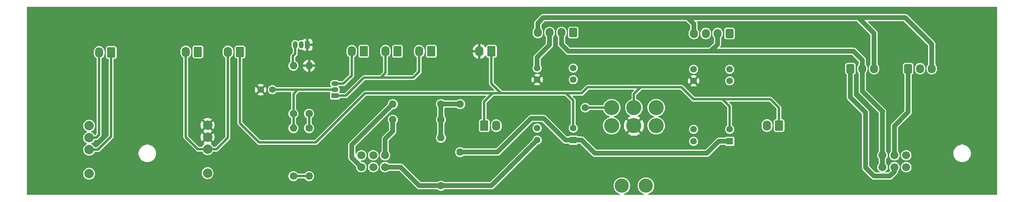
<source format=gbr>
%TF.GenerationSoftware,KiCad,Pcbnew,8.0.8*%
%TF.CreationDate,2025-02-07T22:00:29+01:00*%
%TF.ProjectId,Regler,5265676c-6572-42e6-9b69-6361645f7063,1.1*%
%TF.SameCoordinates,Original*%
%TF.FileFunction,Copper,L1,Top*%
%TF.FilePolarity,Positive*%
%FSLAX46Y46*%
G04 Gerber Fmt 4.6, Leading zero omitted, Abs format (unit mm)*
G04 Created by KiCad (PCBNEW 8.0.8) date 2025-02-07 22:00:29*
%MOMM*%
%LPD*%
G01*
G04 APERTURE LIST*
G04 Aperture macros list*
%AMRoundRect*
0 Rectangle with rounded corners*
0 $1 Rounding radius*
0 $2 $3 $4 $5 $6 $7 $8 $9 X,Y pos of 4 corners*
0 Add a 4 corners polygon primitive as box body*
4,1,4,$2,$3,$4,$5,$6,$7,$8,$9,$2,$3,0*
0 Add four circle primitives for the rounded corners*
1,1,$1+$1,$2,$3*
1,1,$1+$1,$4,$5*
1,1,$1+$1,$6,$7*
1,1,$1+$1,$8,$9*
0 Add four rect primitives between the rounded corners*
20,1,$1+$1,$2,$3,$4,$5,0*
20,1,$1+$1,$4,$5,$6,$7,0*
20,1,$1+$1,$6,$7,$8,$9,0*
20,1,$1+$1,$8,$9,$2,$3,0*%
G04 Aperture macros list end*
%TA.AperFunction,ComponentPad*%
%ADD10R,1.400000X1.400000*%
%TD*%
%TA.AperFunction,ComponentPad*%
%ADD11C,1.400000*%
%TD*%
%TA.AperFunction,ComponentPad*%
%ADD12RoundRect,0.250000X0.600000X0.725000X-0.600000X0.725000X-0.600000X-0.725000X0.600000X-0.725000X0*%
%TD*%
%TA.AperFunction,ComponentPad*%
%ADD13O,1.700000X1.950000*%
%TD*%
%TA.AperFunction,ComponentPad*%
%ADD14RoundRect,0.250000X-0.600000X-0.725000X0.600000X-0.725000X0.600000X0.725000X-0.600000X0.725000X0*%
%TD*%
%TA.AperFunction,ComponentPad*%
%ADD15RoundRect,0.250000X0.620000X0.845000X-0.620000X0.845000X-0.620000X-0.845000X0.620000X-0.845000X0*%
%TD*%
%TA.AperFunction,ComponentPad*%
%ADD16O,1.740000X2.190000*%
%TD*%
%TA.AperFunction,ComponentPad*%
%ADD17C,2.000000*%
%TD*%
%TA.AperFunction,ComponentPad*%
%ADD18RoundRect,0.250000X0.620000X0.850000X-0.620000X0.850000X-0.620000X-0.850000X0.620000X-0.850000X0*%
%TD*%
%TA.AperFunction,ComponentPad*%
%ADD19O,1.740000X2.200000*%
%TD*%
%TA.AperFunction,ComponentPad*%
%ADD20C,1.600000*%
%TD*%
%TA.AperFunction,ComponentPad*%
%ADD21O,1.600000X1.600000*%
%TD*%
%TA.AperFunction,ComponentPad*%
%ADD22C,1.701800*%
%TD*%
%TA.AperFunction,ComponentPad*%
%ADD23R,1.500000X1.050000*%
%TD*%
%TA.AperFunction,ComponentPad*%
%ADD24O,1.500000X1.050000*%
%TD*%
%TA.AperFunction,ComponentPad*%
%ADD25C,3.000000*%
%TD*%
%TA.AperFunction,ComponentPad*%
%ADD26C,3.200000*%
%TD*%
%TA.AperFunction,ComponentPad*%
%ADD27R,1.050000X1.500000*%
%TD*%
%TA.AperFunction,ComponentPad*%
%ADD28O,1.050000X1.500000*%
%TD*%
%TA.AperFunction,ComponentPad*%
%ADD29RoundRect,0.250000X-0.620000X-0.845000X0.620000X-0.845000X0.620000X0.845000X-0.620000X0.845000X0*%
%TD*%
%TA.AperFunction,ViaPad*%
%ADD30C,1.500000*%
%TD*%
%TA.AperFunction,Conductor*%
%ADD31C,0.500000*%
%TD*%
%TA.AperFunction,Conductor*%
%ADD32C,1.000000*%
%TD*%
G04 APERTURE END LIST*
D10*
X156718000Y-101854000D03*
D11*
X156718000Y-99314000D03*
X156718000Y-89054000D03*
X156718000Y-86614000D03*
X149098000Y-86614000D03*
X149098000Y-89054000D03*
X149098000Y-99314000D03*
X149098000Y-101854000D03*
D10*
X189738000Y-102108000D03*
D11*
X189738000Y-99568000D03*
X189738000Y-89308000D03*
X189738000Y-86868000D03*
X182118000Y-86868000D03*
X182118000Y-89308000D03*
X182118000Y-99568000D03*
X182118000Y-102108000D03*
D12*
X156718000Y-79086000D03*
D13*
X154218000Y-79086000D03*
X151718000Y-79086000D03*
X149218000Y-79086000D03*
D12*
X189678000Y-79294000D03*
D13*
X187178000Y-79294000D03*
X184678000Y-79294000D03*
X182178000Y-79294000D03*
D14*
X227410000Y-86741000D03*
D13*
X229910000Y-86741000D03*
X232410000Y-86741000D03*
D14*
X215218000Y-86741000D03*
D13*
X217718000Y-86741000D03*
X220218000Y-86741000D03*
D15*
X77470000Y-83165000D03*
D16*
X74930000Y-83165000D03*
D15*
X59182000Y-83312000D03*
D16*
X56642000Y-83312000D03*
D17*
X79519200Y-108825000D03*
X79519200Y-103745000D03*
X79519200Y-101205000D03*
X79519200Y-98665000D03*
X54519200Y-108966000D03*
X54519200Y-103886000D03*
X54519200Y-101346000D03*
X54519200Y-98806000D03*
D15*
X86360000Y-83185000D03*
D16*
X83820000Y-83185000D03*
D18*
X139446000Y-83058000D03*
D19*
X136906000Y-83058000D03*
D20*
X128778000Y-94234000D03*
D21*
X118618000Y-94234000D03*
D22*
X111996000Y-107569000D03*
X114496000Y-107569000D03*
X116996000Y-107569000D03*
X111996000Y-105069000D03*
X114496000Y-105069000D03*
X116996000Y-105069000D03*
D20*
X97642000Y-96266000D03*
D21*
X97642000Y-86106000D03*
D15*
X126746000Y-83058000D03*
D16*
X124206000Y-83058000D03*
D23*
X106426000Y-92456000D03*
D24*
X106426000Y-91186000D03*
X106426000Y-89916000D03*
D15*
X119616000Y-83058000D03*
D16*
X117076000Y-83058000D03*
D20*
X100944000Y-96266000D03*
D21*
X100944000Y-86106000D03*
D11*
X93218000Y-91186000D03*
X90718000Y-91186000D03*
D25*
X172059200Y-111506000D03*
X166979200Y-111506000D03*
D26*
X174219200Y-98806000D03*
X169519200Y-98806000D03*
X164819200Y-98806000D03*
X174219200Y-94996000D03*
X169519200Y-94996000D03*
X164819200Y-94996000D03*
D20*
X97642000Y-109474000D03*
D21*
X97642000Y-99314000D03*
D20*
X128778000Y-97536000D03*
D21*
X118618000Y-97536000D03*
D27*
X100584000Y-81682000D03*
D28*
X99314000Y-81682000D03*
X98044000Y-81682000D03*
D20*
X128778000Y-111506000D03*
D21*
X128778000Y-101346000D03*
D15*
X200152000Y-98766000D03*
D16*
X197612000Y-98766000D03*
D29*
X137922000Y-98806000D03*
D16*
X140462000Y-98806000D03*
D20*
X100944000Y-99314000D03*
D21*
X100944000Y-109474000D03*
D22*
X221996000Y-107569000D03*
X224496000Y-107569000D03*
X226996000Y-107569000D03*
X221996000Y-105069000D03*
X224496000Y-105069000D03*
X226996000Y-105069000D03*
D15*
X112486000Y-83058000D03*
D16*
X109946000Y-83058000D03*
D20*
X132842000Y-104394000D03*
D21*
X132842000Y-94234000D03*
D30*
X66802000Y-111506000D03*
X214376000Y-109728000D03*
X224536000Y-79248000D03*
X199898000Y-86868000D03*
X159766000Y-100076000D03*
X46228000Y-111506000D03*
X178562000Y-94234000D03*
X155448000Y-111506000D03*
X240538000Y-79502000D03*
X192786000Y-101092000D03*
X223012000Y-91948000D03*
X153924000Y-97790000D03*
X193802000Y-86868000D03*
X207772000Y-86868000D03*
X176784000Y-86868000D03*
X228092000Y-99314000D03*
X199898000Y-79502000D03*
X143764000Y-78994000D03*
X128270000Y-89916000D03*
X91948000Y-99314000D03*
X186944000Y-111506000D03*
X185674000Y-100076000D03*
X170434000Y-79248000D03*
X207518000Y-101092000D03*
X214122000Y-79502000D03*
X215646000Y-97536000D03*
X240284000Y-86868000D03*
X66802000Y-86868000D03*
X144018000Y-111506000D03*
X91694000Y-79502000D03*
X88392000Y-104648000D03*
X185674000Y-86868000D03*
X46228000Y-96012000D03*
X144526000Y-103378000D03*
X66802000Y-79502000D03*
X170434000Y-86868000D03*
X207264000Y-79248000D03*
X162306000Y-86868000D03*
X207518000Y-111506000D03*
X152654000Y-86868000D03*
X176784000Y-79248000D03*
X66802000Y-96012000D03*
X92456000Y-111506000D03*
X112014000Y-111506000D03*
X144780000Y-90424000D03*
X238760000Y-111506000D03*
X220218000Y-98552000D03*
X178562000Y-100076000D03*
X240284000Y-95758000D03*
X118618000Y-105918000D03*
X162306000Y-79248000D03*
X159257998Y-94995998D03*
D31*
X93218000Y-91186000D02*
X98552000Y-91186000D01*
D32*
X149218000Y-77096000D02*
X150368000Y-75946000D01*
X180848000Y-75946000D02*
X182178000Y-77276000D01*
X180848000Y-75946000D02*
X216916000Y-75946000D01*
X149218000Y-79086000D02*
X149218000Y-77096000D01*
X232410000Y-81534000D02*
X232410000Y-86741000D01*
X226822000Y-75946000D02*
X232410000Y-81534000D01*
X150368000Y-75946000D02*
X180848000Y-75946000D01*
X220218000Y-79248000D02*
X220218000Y-86741000D01*
X216916000Y-75946000D02*
X226822000Y-75946000D01*
X220218000Y-79248000D02*
X216916000Y-75946000D01*
X182178000Y-77276000D02*
X182178000Y-79294000D01*
D31*
X74930000Y-83165000D02*
X74930000Y-101219000D01*
X83820000Y-83185000D02*
X83820000Y-101346000D01*
X74930000Y-101219000D02*
X77456000Y-103745000D01*
X81421000Y-103745000D02*
X79519200Y-103745000D01*
X83820000Y-101346000D02*
X81421000Y-103745000D01*
X77456000Y-103745000D02*
X79519200Y-103745000D01*
D32*
X151718000Y-81708000D02*
X149098000Y-84328000D01*
X149098000Y-84328000D02*
X149098000Y-86614000D01*
X151718000Y-79086000D02*
X151718000Y-81708000D01*
D31*
X169519200Y-92100800D02*
X170942000Y-90678000D01*
X102362000Y-102362000D02*
X90424000Y-102362000D01*
X156718000Y-99314000D02*
X156718000Y-93472000D01*
X141478000Y-91948000D02*
X139700000Y-91948000D01*
X182118000Y-93218000D02*
X179578000Y-90678000D01*
X188214000Y-93218000D02*
X198374000Y-93218000D01*
X188214000Y-93218000D02*
X182118000Y-93218000D01*
X141478000Y-91948000D02*
X155194000Y-91948000D01*
X159766000Y-90678000D02*
X170942000Y-90678000D01*
X112776000Y-91948000D02*
X102362000Y-102362000D01*
X139446000Y-89916000D02*
X141478000Y-91948000D01*
X90424000Y-102362000D02*
X86360000Y-98298000D01*
X189728000Y-94732000D02*
X188214000Y-93218000D01*
X170942000Y-90678000D02*
X179578000Y-90678000D01*
X139700000Y-91948000D02*
X112776000Y-91948000D01*
X200152000Y-94996000D02*
X198374000Y-93218000D01*
X137922000Y-93726000D02*
X139700000Y-91948000D01*
X189728000Y-99558000D02*
X189728000Y-94732000D01*
X86360000Y-98298000D02*
X86360000Y-83185000D01*
X169519200Y-94996000D02*
X169519200Y-92100800D01*
X156718000Y-93472000D02*
X155194000Y-91948000D01*
X158496000Y-91948000D02*
X155194000Y-91948000D01*
X137922000Y-98806000D02*
X137922000Y-93726000D01*
X200152000Y-98766000D02*
X200152000Y-94996000D01*
X139446000Y-83058000D02*
X139446000Y-89916000D01*
X159766000Y-90678000D02*
X158496000Y-91948000D01*
D32*
X215218000Y-92790000D02*
X218440000Y-96012000D01*
X218440000Y-107696000D02*
X220218000Y-109474000D01*
X215218000Y-86741000D02*
X215218000Y-92790000D01*
X223520000Y-109474000D02*
X224496000Y-108498000D01*
X218440000Y-96012000D02*
X218440000Y-107696000D01*
X220218000Y-109474000D02*
X223520000Y-109474000D01*
X224496000Y-108498000D02*
X224496000Y-107569000D01*
X227410000Y-95932000D02*
X224496000Y-98846000D01*
X224496000Y-98846000D02*
X224496000Y-105069000D01*
X227410000Y-86741000D02*
X227410000Y-95932000D01*
X156718000Y-101854000D02*
X155067000Y-101854000D01*
X187452000Y-102108000D02*
X189738000Y-102108000D01*
X147828000Y-97282000D02*
X140716000Y-104394000D01*
X140716000Y-104394000D02*
X132842000Y-104394000D01*
X150495000Y-97282000D02*
X147828000Y-97282000D01*
X156718000Y-101854000D02*
X158496000Y-101854000D01*
X155067000Y-101854000D02*
X150495000Y-97282000D01*
X184912000Y-104648000D02*
X187452000Y-102108000D01*
X158496000Y-101854000D02*
X161290000Y-104648000D01*
X161290000Y-104648000D02*
X184912000Y-104648000D01*
X120269000Y-107569000D02*
X116996000Y-107569000D01*
X124206000Y-111506000D02*
X120269000Y-107569000D01*
X149098000Y-101854000D02*
X139446000Y-111506000D01*
X139446000Y-111506000D02*
X128778000Y-111506000D01*
X128778000Y-111506000D02*
X124206000Y-111506000D01*
X221996000Y-95804400D02*
X221996000Y-105069000D01*
X187178000Y-81554000D02*
X187178000Y-79294000D01*
X128778000Y-94234000D02*
X132842000Y-94234000D01*
X154218000Y-79086000D02*
X154218000Y-81574000D01*
X155702000Y-83058000D02*
X215900000Y-83058000D01*
X217718000Y-84876000D02*
X217718000Y-86741000D01*
X128778000Y-101346000D02*
X128778000Y-94234000D01*
X217718000Y-86741000D02*
X217718000Y-91480000D01*
X221996000Y-107569000D02*
X221996000Y-105069000D01*
X154218000Y-81574000D02*
X155702000Y-83058000D01*
X222019200Y-95781200D02*
X221996000Y-95804400D01*
X185674000Y-83058000D02*
X187178000Y-81554000D01*
X215900000Y-83058000D02*
X217718000Y-84876000D01*
X217718000Y-91480000D02*
X222019200Y-95781200D01*
D31*
X56642000Y-83312000D02*
X56642000Y-100711000D01*
X56642000Y-100711000D02*
X56007000Y-101346000D01*
X56007000Y-101346000D02*
X54519200Y-101346000D01*
X59182000Y-101092000D02*
X56388000Y-103886000D01*
X59182000Y-83312000D02*
X59182000Y-101092000D01*
X56388000Y-103886000D02*
X54519200Y-103886000D01*
X97642000Y-92096000D02*
X98552000Y-91186000D01*
X97642000Y-96266000D02*
X97642000Y-92096000D01*
X98552000Y-91186000D02*
X106426000Y-91186000D01*
X97642000Y-99314000D02*
X97642000Y-96266000D01*
X109946000Y-88174000D02*
X109946000Y-83058000D01*
X106426000Y-89916000D02*
X108204000Y-89916000D01*
X108204000Y-89916000D02*
X109946000Y-88174000D01*
X106426000Y-92456000D02*
X108712000Y-92456000D01*
X124206000Y-87376000D02*
X124206000Y-83058000D01*
X117076000Y-87612000D02*
X116042000Y-88646000D01*
X122936000Y-88646000D02*
X124206000Y-87376000D01*
X117076000Y-83058000D02*
X117076000Y-87612000D01*
X108712000Y-92456000D02*
X112522000Y-88646000D01*
X115824000Y-88646000D02*
X122936000Y-88646000D01*
X116042000Y-88646000D02*
X115824000Y-88646000D01*
X112522000Y-88646000D02*
X115824000Y-88646000D01*
X97536000Y-84074000D02*
X97536000Y-86000000D01*
X98044000Y-83566000D02*
X97536000Y-84074000D01*
X98044000Y-81682000D02*
X98044000Y-83566000D01*
X100944000Y-99314000D02*
X100944000Y-96266000D01*
X159258000Y-94996000D02*
X164819200Y-94996000D01*
X159257998Y-94995998D02*
X159258000Y-94996000D01*
X100944000Y-109474000D02*
X97642000Y-109474000D01*
D32*
X109982000Y-105555000D02*
X111996000Y-107569000D01*
X109982000Y-102870000D02*
X109982000Y-105555000D01*
X118618000Y-94234000D02*
X109982000Y-102870000D01*
X116996000Y-105069000D02*
X117019200Y-105045800D01*
X118618000Y-100001200D02*
X118618000Y-97536000D01*
X117019200Y-105045800D02*
X117019200Y-101600000D01*
X117019200Y-101600000D02*
X118618000Y-100001200D01*
%TA.AperFunction,Conductor*%
G36*
X246141621Y-73680002D02*
G01*
X246188114Y-73733658D01*
X246199500Y-73786000D01*
X246199500Y-113285111D01*
X246179498Y-113353232D01*
X246125842Y-113399725D01*
X246073578Y-113411111D01*
X216394000Y-113429500D01*
X172611720Y-113429500D01*
X172543599Y-113409498D01*
X172497106Y-113355842D01*
X172487002Y-113285568D01*
X172516496Y-113220988D01*
X172574578Y-113183098D01*
X172701988Y-113143798D01*
X172938910Y-113029702D01*
X173156180Y-112881570D01*
X173348946Y-112702710D01*
X173512901Y-112497117D01*
X173644383Y-112269384D01*
X173647538Y-112261347D01*
X173696988Y-112135348D01*
X173740454Y-112024598D01*
X173798969Y-111768228D01*
X173818620Y-111506000D01*
X173798969Y-111243772D01*
X173740454Y-110987402D01*
X173647870Y-110751500D01*
X173644386Y-110742622D01*
X173644384Y-110742618D01*
X173512903Y-110514886D01*
X173474522Y-110466758D01*
X173348946Y-110309290D01*
X173348945Y-110309289D01*
X173348942Y-110309285D01*
X173176568Y-110149347D01*
X173156180Y-110130430D01*
X173156173Y-110130425D01*
X172938919Y-109982303D01*
X172938912Y-109982299D01*
X172701993Y-109868204D01*
X172701990Y-109868203D01*
X172701988Y-109868202D01*
X172614096Y-109841090D01*
X172450714Y-109790693D01*
X172450709Y-109790692D01*
X172450708Y-109790692D01*
X172190682Y-109751500D01*
X171927718Y-109751500D01*
X171667692Y-109790692D01*
X171667691Y-109790692D01*
X171667685Y-109790693D01*
X171416406Y-109868204D01*
X171179487Y-109982299D01*
X171179480Y-109982303D01*
X170962226Y-110130425D01*
X170962214Y-110130435D01*
X170769457Y-110309285D01*
X170605496Y-110514886D01*
X170474015Y-110742618D01*
X170474013Y-110742622D01*
X170377947Y-110987397D01*
X170377946Y-110987400D01*
X170319431Y-111243768D01*
X170299780Y-111506000D01*
X170319431Y-111768231D01*
X170377946Y-112024599D01*
X170377947Y-112024602D01*
X170474013Y-112269377D01*
X170474015Y-112269381D01*
X170605496Y-112497113D01*
X170605498Y-112497116D01*
X170605499Y-112497117D01*
X170643878Y-112545243D01*
X170769457Y-112702714D01*
X170911626Y-112834626D01*
X170962220Y-112881570D01*
X170962226Y-112881574D01*
X171179480Y-113029696D01*
X171179487Y-113029700D01*
X171179490Y-113029702D01*
X171416412Y-113143798D01*
X171543821Y-113183098D01*
X171603018Y-113222291D01*
X171631630Y-113287267D01*
X171620571Y-113357397D01*
X171573353Y-113410415D01*
X171506680Y-113429500D01*
X167531720Y-113429500D01*
X167463599Y-113409498D01*
X167417106Y-113355842D01*
X167407002Y-113285568D01*
X167436496Y-113220988D01*
X167494578Y-113183098D01*
X167621988Y-113143798D01*
X167858910Y-113029702D01*
X168076180Y-112881570D01*
X168268946Y-112702710D01*
X168432901Y-112497117D01*
X168564383Y-112269384D01*
X168567538Y-112261347D01*
X168616988Y-112135348D01*
X168660454Y-112024598D01*
X168718969Y-111768228D01*
X168738620Y-111506000D01*
X168718969Y-111243772D01*
X168660454Y-110987402D01*
X168567870Y-110751500D01*
X168564386Y-110742622D01*
X168564384Y-110742618D01*
X168432903Y-110514886D01*
X168394522Y-110466758D01*
X168268946Y-110309290D01*
X168268945Y-110309289D01*
X168268942Y-110309285D01*
X168096568Y-110149347D01*
X168076180Y-110130430D01*
X168076173Y-110130425D01*
X167858919Y-109982303D01*
X167858912Y-109982299D01*
X167621993Y-109868204D01*
X167621990Y-109868203D01*
X167621988Y-109868202D01*
X167534096Y-109841090D01*
X167370714Y-109790693D01*
X167370709Y-109790692D01*
X167370708Y-109790692D01*
X167110682Y-109751500D01*
X166847718Y-109751500D01*
X166587692Y-109790692D01*
X166587691Y-109790692D01*
X166587685Y-109790693D01*
X166336406Y-109868204D01*
X166099487Y-109982299D01*
X166099480Y-109982303D01*
X165882226Y-110130425D01*
X165882214Y-110130435D01*
X165689457Y-110309285D01*
X165525496Y-110514886D01*
X165394015Y-110742618D01*
X165394013Y-110742622D01*
X165297947Y-110987397D01*
X165297946Y-110987400D01*
X165239431Y-111243768D01*
X165219780Y-111506000D01*
X165239431Y-111768231D01*
X165297946Y-112024599D01*
X165297947Y-112024602D01*
X165394013Y-112269377D01*
X165394015Y-112269381D01*
X165525496Y-112497113D01*
X165525498Y-112497116D01*
X165525499Y-112497117D01*
X165563878Y-112545243D01*
X165689457Y-112702714D01*
X165831626Y-112834626D01*
X165882220Y-112881570D01*
X165882226Y-112881574D01*
X166099480Y-113029696D01*
X166099487Y-113029700D01*
X166099490Y-113029702D01*
X166336412Y-113143798D01*
X166463821Y-113183098D01*
X166523018Y-113222291D01*
X166551630Y-113287267D01*
X166540571Y-113357397D01*
X166493353Y-113410415D01*
X166426680Y-113429500D01*
X41476500Y-113429500D01*
X41408379Y-113409498D01*
X41361886Y-113355842D01*
X41350500Y-113303500D01*
X41350500Y-108966000D01*
X53259908Y-108966000D01*
X53279039Y-109184674D01*
X53335853Y-109396703D01*
X53428621Y-109595646D01*
X53554526Y-109775457D01*
X53709743Y-109930674D01*
X53889554Y-110056579D01*
X54088497Y-110149347D01*
X54300526Y-110206161D01*
X54519200Y-110225292D01*
X54737874Y-110206161D01*
X54949903Y-110149347D01*
X55148846Y-110056579D01*
X55328657Y-109930674D01*
X55483874Y-109775457D01*
X55609779Y-109595646D01*
X55702547Y-109396703D01*
X55759361Y-109184674D01*
X55778492Y-108966000D01*
X55766156Y-108825000D01*
X78259908Y-108825000D01*
X78279039Y-109043674D01*
X78289860Y-109084059D01*
X78335852Y-109255700D01*
X78335854Y-109255706D01*
X78401602Y-109396703D01*
X78428621Y-109454646D01*
X78554526Y-109634457D01*
X78709743Y-109789674D01*
X78889554Y-109915579D01*
X79088497Y-110008347D01*
X79300526Y-110065161D01*
X79519200Y-110084292D01*
X79737874Y-110065161D01*
X79949903Y-110008347D01*
X80148846Y-109915579D01*
X80328657Y-109789674D01*
X80483874Y-109634457D01*
X80596230Y-109473996D01*
X96582398Y-109473996D01*
X96582398Y-109474003D01*
X96602756Y-109680711D01*
X96663055Y-109879492D01*
X96760974Y-110062686D01*
X96892747Y-110223252D01*
X97053313Y-110355024D01*
X97053313Y-110355025D01*
X97053317Y-110355027D01*
X97236508Y-110452945D01*
X97435282Y-110513242D01*
X97435286Y-110513242D01*
X97435288Y-110513243D01*
X97641997Y-110533602D01*
X97642000Y-110533602D01*
X97642003Y-110533602D01*
X97848711Y-110513243D01*
X97848712Y-110513242D01*
X97848718Y-110513242D01*
X98047492Y-110452945D01*
X98230683Y-110355027D01*
X98230684Y-110355025D01*
X98230686Y-110355025D01*
X98230686Y-110355024D01*
X98391252Y-110223252D01*
X98523027Y-110062683D01*
X98532423Y-110045103D01*
X98582175Y-109994456D01*
X98643545Y-109978500D01*
X99942455Y-109978500D01*
X100010576Y-109998502D01*
X100053576Y-110045103D01*
X100061570Y-110060059D01*
X100062975Y-110062686D01*
X100194747Y-110223252D01*
X100355313Y-110355024D01*
X100355313Y-110355025D01*
X100355317Y-110355027D01*
X100538508Y-110452945D01*
X100737282Y-110513242D01*
X100737286Y-110513242D01*
X100737288Y-110513243D01*
X100943997Y-110533602D01*
X100944000Y-110533602D01*
X100944003Y-110533602D01*
X101150711Y-110513243D01*
X101150712Y-110513242D01*
X101150718Y-110513242D01*
X101349492Y-110452945D01*
X101532683Y-110355027D01*
X101532684Y-110355025D01*
X101532686Y-110355025D01*
X101532686Y-110355024D01*
X101693252Y-110223252D01*
X101825027Y-110062683D01*
X101922945Y-109879492D01*
X101983242Y-109680718D01*
X101987799Y-109634457D01*
X102003602Y-109474003D01*
X102003602Y-109473996D01*
X101983243Y-109267288D01*
X101983242Y-109267286D01*
X101983242Y-109267282D01*
X101922945Y-109068508D01*
X101825027Y-108885317D01*
X101825025Y-108885313D01*
X101693252Y-108724747D01*
X101532686Y-108592975D01*
X101532686Y-108592974D01*
X101349492Y-108495055D01*
X101217144Y-108454908D01*
X101150718Y-108434758D01*
X101150717Y-108434757D01*
X101150711Y-108434756D01*
X100944003Y-108414398D01*
X100943997Y-108414398D01*
X100737288Y-108434756D01*
X100538507Y-108495055D01*
X100355313Y-108592974D01*
X100355313Y-108592975D01*
X100194747Y-108724747D01*
X100062975Y-108885313D01*
X100062974Y-108885313D01*
X100053577Y-108902896D01*
X100003825Y-108953544D01*
X99942455Y-108969500D01*
X98643545Y-108969500D01*
X98575424Y-108949498D01*
X98532423Y-108902896D01*
X98523027Y-108885317D01*
X98498466Y-108855389D01*
X98391252Y-108724747D01*
X98230686Y-108592975D01*
X98230686Y-108592974D01*
X98047492Y-108495055D01*
X97915144Y-108454908D01*
X97848718Y-108434758D01*
X97848717Y-108434757D01*
X97848711Y-108434756D01*
X97642003Y-108414398D01*
X97641997Y-108414398D01*
X97435288Y-108434756D01*
X97236507Y-108495055D01*
X97053313Y-108592974D01*
X97053313Y-108592975D01*
X96892747Y-108724747D01*
X96760975Y-108885313D01*
X96760974Y-108885313D01*
X96663055Y-109068507D01*
X96602756Y-109267288D01*
X96582398Y-109473996D01*
X80596230Y-109473996D01*
X80609779Y-109454646D01*
X80702547Y-109255703D01*
X80759361Y-109043674D01*
X80778492Y-108825000D01*
X80759361Y-108606326D01*
X80702547Y-108394297D01*
X80609779Y-108195354D01*
X80483874Y-108015543D01*
X80328657Y-107860326D01*
X80217728Y-107782653D01*
X80148846Y-107734421D01*
X79949906Y-107641654D01*
X79949900Y-107641652D01*
X79855920Y-107616470D01*
X79737874Y-107584839D01*
X79519200Y-107565708D01*
X79300526Y-107584839D01*
X79088499Y-107641652D01*
X79088493Y-107641654D01*
X78889553Y-107734421D01*
X78709746Y-107860323D01*
X78709740Y-107860328D01*
X78554528Y-108015540D01*
X78554523Y-108015546D01*
X78428621Y-108195353D01*
X78335854Y-108394293D01*
X78335852Y-108394299D01*
X78290714Y-108562756D01*
X78279039Y-108606326D01*
X78259908Y-108825000D01*
X55766156Y-108825000D01*
X55759361Y-108747326D01*
X55702547Y-108535297D01*
X55609779Y-108336354D01*
X55483874Y-108156543D01*
X55328657Y-108001326D01*
X55283957Y-107970027D01*
X55148846Y-107875421D01*
X54949906Y-107782654D01*
X54949900Y-107782652D01*
X54860291Y-107758641D01*
X54737874Y-107725839D01*
X54519200Y-107706708D01*
X54300526Y-107725839D01*
X54088499Y-107782652D01*
X54088493Y-107782654D01*
X53889553Y-107875421D01*
X53709746Y-108001323D01*
X53709740Y-108001328D01*
X53554528Y-108156540D01*
X53554523Y-108156546D01*
X53428621Y-108336353D01*
X53335854Y-108535293D01*
X53335852Y-108535299D01*
X53296384Y-108682595D01*
X53279039Y-108747326D01*
X53259908Y-108966000D01*
X41350500Y-108966000D01*
X41350500Y-98806000D01*
X53259908Y-98806000D01*
X53268274Y-98901632D01*
X53279039Y-99024673D01*
X53335852Y-99236700D01*
X53335854Y-99236706D01*
X53428621Y-99435646D01*
X53528547Y-99578356D01*
X53554526Y-99615457D01*
X53709743Y-99770674D01*
X53889554Y-99896579D01*
X53982382Y-99939865D01*
X54029432Y-99961805D01*
X54082717Y-100008722D01*
X54102178Y-100076999D01*
X54081636Y-100144959D01*
X54029432Y-100190195D01*
X53889553Y-100255421D01*
X53709746Y-100381323D01*
X53709740Y-100381328D01*
X53554528Y-100536540D01*
X53554523Y-100536546D01*
X53428621Y-100716353D01*
X53335854Y-100915293D01*
X53335852Y-100915299D01*
X53286495Y-101099499D01*
X53279039Y-101127326D01*
X53259908Y-101346000D01*
X53279039Y-101564674D01*
X53303449Y-101655770D01*
X53335852Y-101776700D01*
X53335854Y-101776706D01*
X53409520Y-101934683D01*
X53428621Y-101975646D01*
X53554526Y-102155457D01*
X53709743Y-102310674D01*
X53889554Y-102436579D01*
X53982382Y-102479865D01*
X54029432Y-102501805D01*
X54082717Y-102548722D01*
X54102178Y-102616999D01*
X54081636Y-102684959D01*
X54029432Y-102730195D01*
X53889553Y-102795421D01*
X53709746Y-102921323D01*
X53709740Y-102921328D01*
X53554528Y-103076540D01*
X53554523Y-103076546D01*
X53428621Y-103256353D01*
X53335854Y-103455293D01*
X53335852Y-103455299D01*
X53286495Y-103639500D01*
X53279039Y-103667326D01*
X53259908Y-103886000D01*
X53279039Y-104104674D01*
X53300360Y-104184245D01*
X53335852Y-104316700D01*
X53335854Y-104316706D01*
X53414138Y-104484587D01*
X53428621Y-104515646D01*
X53554526Y-104695457D01*
X53709743Y-104850674D01*
X53889554Y-104976579D01*
X54088497Y-105069347D01*
X54300526Y-105126161D01*
X54519200Y-105145292D01*
X54737874Y-105126161D01*
X54949903Y-105069347D01*
X55148846Y-104976579D01*
X55328657Y-104850674D01*
X55483874Y-104695457D01*
X55602033Y-104526709D01*
X64951500Y-104526709D01*
X64951500Y-104769290D01*
X64983160Y-105009782D01*
X65045944Y-105244095D01*
X65045945Y-105244097D01*
X65045946Y-105244100D01*
X65138776Y-105468212D01*
X65138777Y-105468213D01*
X65138782Y-105468224D01*
X65260061Y-105678285D01*
X65260063Y-105678288D01*
X65260064Y-105678289D01*
X65407735Y-105870738D01*
X65407739Y-105870742D01*
X65407744Y-105870748D01*
X65579251Y-106042255D01*
X65579256Y-106042259D01*
X65579262Y-106042265D01*
X65771711Y-106189936D01*
X65771714Y-106189938D01*
X65981775Y-106311217D01*
X65981779Y-106311218D01*
X65981788Y-106311224D01*
X66205900Y-106404054D01*
X66440211Y-106466838D01*
X66440215Y-106466838D01*
X66440217Y-106466839D01*
X66502202Y-106474999D01*
X66680712Y-106498500D01*
X66680719Y-106498500D01*
X66923281Y-106498500D01*
X66923288Y-106498500D01*
X67140637Y-106469885D01*
X67163782Y-106466839D01*
X67163782Y-106466838D01*
X67163789Y-106466838D01*
X67398100Y-106404054D01*
X67622212Y-106311224D01*
X67832289Y-106189936D01*
X68024738Y-106042265D01*
X68196265Y-105870738D01*
X68343936Y-105678289D01*
X68465224Y-105468212D01*
X68558054Y-105244100D01*
X68620838Y-105009789D01*
X68652500Y-104769288D01*
X68652500Y-104526712D01*
X68621298Y-104289702D01*
X68620839Y-104286217D01*
X68620838Y-104286215D01*
X68620838Y-104286211D01*
X68558054Y-104051900D01*
X68465224Y-103827788D01*
X68465218Y-103827779D01*
X68465217Y-103827775D01*
X68343938Y-103617714D01*
X68263569Y-103512975D01*
X68196265Y-103425262D01*
X68196259Y-103425256D01*
X68196255Y-103425251D01*
X68024748Y-103253744D01*
X68024742Y-103253739D01*
X68024738Y-103253735D01*
X67832289Y-103106064D01*
X67832288Y-103106063D01*
X67832285Y-103106061D01*
X67622224Y-102984782D01*
X67622216Y-102984778D01*
X67622212Y-102984776D01*
X67398100Y-102891946D01*
X67398097Y-102891945D01*
X67398095Y-102891944D01*
X67163782Y-102829160D01*
X66923290Y-102797500D01*
X66923288Y-102797500D01*
X66680712Y-102797500D01*
X66680709Y-102797500D01*
X66440217Y-102829160D01*
X66205904Y-102891944D01*
X66205900Y-102891946D01*
X66134966Y-102921328D01*
X65981786Y-102984777D01*
X65981775Y-102984782D01*
X65771714Y-103106061D01*
X65579262Y-103253735D01*
X65579251Y-103253744D01*
X65407744Y-103425251D01*
X65407735Y-103425262D01*
X65260061Y-103617714D01*
X65138782Y-103827775D01*
X65138777Y-103827786D01*
X65045946Y-104051900D01*
X65045944Y-104051904D01*
X64983160Y-104286217D01*
X64951500Y-104526709D01*
X55602033Y-104526709D01*
X55609779Y-104515646D01*
X55634211Y-104463248D01*
X55681128Y-104409965D01*
X55748406Y-104390500D01*
X56454417Y-104390500D01*
X56454419Y-104390500D01*
X56582730Y-104356119D01*
X56643374Y-104321106D01*
X56697770Y-104289701D01*
X59585701Y-101401770D01*
X59649829Y-101290696D01*
X59652119Y-101286730D01*
X59686500Y-101158419D01*
X59686500Y-84787499D01*
X59706502Y-84719378D01*
X59760158Y-84672885D01*
X59812500Y-84661499D01*
X59850247Y-84661499D01*
X59850254Y-84661499D01*
X59910342Y-84655040D01*
X60046267Y-84604342D01*
X60162404Y-84517404D01*
X60249342Y-84401267D01*
X60300040Y-84265342D01*
X60306500Y-84205255D01*
X60306499Y-82851500D01*
X73805500Y-82851500D01*
X73805500Y-83478500D01*
X73831722Y-83644058D01*
X73833190Y-83653326D01*
X73887883Y-83821654D01*
X73968243Y-83979368D01*
X73995112Y-84016349D01*
X74072280Y-84122562D01*
X74072282Y-84122564D01*
X74072284Y-84122567D01*
X74197432Y-84247715D01*
X74197435Y-84247717D01*
X74197438Y-84247720D01*
X74340634Y-84351758D01*
X74356702Y-84359945D01*
X74408317Y-84408690D01*
X74425500Y-84472211D01*
X74425500Y-101285417D01*
X74425499Y-101285417D01*
X74443742Y-101353500D01*
X74459881Y-101413730D01*
X74466240Y-101424744D01*
X74526296Y-101528766D01*
X74526304Y-101528776D01*
X77052300Y-104054770D01*
X77146230Y-104148700D01*
X77261270Y-104215119D01*
X77389581Y-104249500D01*
X78289994Y-104249500D01*
X78358115Y-104269502D01*
X78404189Y-104322250D01*
X78428622Y-104374648D01*
X78554523Y-104554453D01*
X78554526Y-104554457D01*
X78709743Y-104709674D01*
X78889554Y-104835579D01*
X79088497Y-104928347D01*
X79300526Y-104985161D01*
X79519200Y-105004292D01*
X79737874Y-104985161D01*
X79949903Y-104928347D01*
X80148846Y-104835579D01*
X80328657Y-104709674D01*
X80483874Y-104554457D01*
X80609779Y-104374646D01*
X80634211Y-104322248D01*
X80681128Y-104268965D01*
X80748406Y-104249500D01*
X81487417Y-104249500D01*
X81487419Y-104249500D01*
X81615730Y-104215119D01*
X81684000Y-104175703D01*
X81730770Y-104148701D01*
X84223700Y-101655770D01*
X84290119Y-101540730D01*
X84293324Y-101528770D01*
X84324500Y-101412419D01*
X84324500Y-84492211D01*
X84344502Y-84424090D01*
X84393297Y-84379945D01*
X84409366Y-84371758D01*
X84552562Y-84267720D01*
X84677720Y-84142562D01*
X84781758Y-83999366D01*
X84862115Y-83841658D01*
X84916811Y-83673321D01*
X84944500Y-83498500D01*
X84944500Y-82871500D01*
X84916811Y-82696679D01*
X84862115Y-82528342D01*
X84781758Y-82370634D01*
X84724436Y-82291737D01*
X85235500Y-82291737D01*
X85235500Y-84078246D01*
X85235502Y-84078270D01*
X85241959Y-84138339D01*
X85241959Y-84138341D01*
X85292657Y-84274266D01*
X85304390Y-84289939D01*
X85379596Y-84390404D01*
X85495733Y-84477342D01*
X85631658Y-84528040D01*
X85691745Y-84534500D01*
X85729499Y-84534499D01*
X85797618Y-84554499D01*
X85844112Y-84608154D01*
X85855500Y-84660499D01*
X85855500Y-98364417D01*
X85855499Y-98364417D01*
X85889881Y-98492731D01*
X85902704Y-98514941D01*
X85902706Y-98514944D01*
X85902707Y-98514945D01*
X85956299Y-98607770D01*
X85956301Y-98607772D01*
X85956304Y-98607776D01*
X90114223Y-102765695D01*
X90114227Y-102765698D01*
X90114230Y-102765701D01*
X90187162Y-102807808D01*
X90229270Y-102832119D01*
X90357581Y-102866500D01*
X90357582Y-102866500D01*
X90357583Y-102866500D01*
X102428417Y-102866500D01*
X102428419Y-102866500D01*
X102556730Y-102832119D01*
X102598837Y-102807808D01*
X102619828Y-102795689D01*
X109227499Y-102795689D01*
X109227499Y-102950524D01*
X109227500Y-102950545D01*
X109227500Y-105475470D01*
X109227499Y-105475496D01*
X109227499Y-105480688D01*
X109227499Y-105629312D01*
X109256495Y-105775079D01*
X109313370Y-105912389D01*
X109395941Y-106035966D01*
X109395945Y-106035970D01*
X110849291Y-107489316D01*
X110883317Y-107551628D01*
X110885658Y-107566785D01*
X110904765Y-107772985D01*
X110960826Y-107970021D01*
X110960829Y-107970027D01*
X111052143Y-108153411D01*
X111069929Y-108176964D01*
X111175598Y-108316893D01*
X111326994Y-108454908D01*
X111326995Y-108454909D01*
X111501158Y-108562746D01*
X111501162Y-108562748D01*
X111501170Y-108562753D01*
X111501174Y-108562754D01*
X111501177Y-108562756D01*
X111579182Y-108592975D01*
X111692197Y-108636757D01*
X111893570Y-108674400D01*
X111893573Y-108674400D01*
X112098427Y-108674400D01*
X112098430Y-108674400D01*
X112299803Y-108636757D01*
X112490830Y-108562753D01*
X112665006Y-108454908D01*
X112816400Y-108316894D01*
X112939857Y-108153411D01*
X113031171Y-107970027D01*
X113087234Y-107772987D01*
X113106136Y-107569000D01*
X113385864Y-107569000D01*
X113404766Y-107772990D01*
X113460826Y-107970021D01*
X113460829Y-107970027D01*
X113552143Y-108153411D01*
X113569929Y-108176964D01*
X113675598Y-108316893D01*
X113826994Y-108454908D01*
X113826995Y-108454909D01*
X114001158Y-108562746D01*
X114001162Y-108562748D01*
X114001170Y-108562753D01*
X114001174Y-108562754D01*
X114001177Y-108562756D01*
X114079182Y-108592975D01*
X114192197Y-108636757D01*
X114393570Y-108674400D01*
X114393573Y-108674400D01*
X114598427Y-108674400D01*
X114598430Y-108674400D01*
X114799803Y-108636757D01*
X114990830Y-108562753D01*
X115165006Y-108454908D01*
X115316400Y-108316894D01*
X115439857Y-108153411D01*
X115531171Y-107970027D01*
X115587234Y-107772987D01*
X115606136Y-107569000D01*
X115885864Y-107569000D01*
X115904766Y-107772990D01*
X115960826Y-107970021D01*
X115960829Y-107970027D01*
X116052143Y-108153411D01*
X116069929Y-108176964D01*
X116175598Y-108316893D01*
X116326994Y-108454908D01*
X116326995Y-108454909D01*
X116501158Y-108562746D01*
X116501162Y-108562748D01*
X116501170Y-108562753D01*
X116501174Y-108562754D01*
X116501177Y-108562756D01*
X116579182Y-108592975D01*
X116692197Y-108636757D01*
X116893570Y-108674400D01*
X116893573Y-108674400D01*
X117098427Y-108674400D01*
X117098430Y-108674400D01*
X117299803Y-108636757D01*
X117490830Y-108562753D01*
X117665006Y-108454908D01*
X117773081Y-108356385D01*
X117836898Y-108325274D01*
X117857967Y-108323500D01*
X119904285Y-108323500D01*
X119972406Y-108343502D01*
X119993380Y-108360405D01*
X123615530Y-111982554D01*
X123615551Y-111982577D01*
X123725026Y-112092052D01*
X123725029Y-112092054D01*
X123725034Y-112092059D01*
X123789821Y-112135348D01*
X123789820Y-112135348D01*
X123848608Y-112174628D01*
X123848611Y-112174630D01*
X123929045Y-112207946D01*
X123985920Y-112231505D01*
X123990731Y-112232461D01*
X124010106Y-112236316D01*
X124010109Y-112236316D01*
X124027809Y-112239836D01*
X124131688Y-112260501D01*
X124131691Y-112260501D01*
X124286525Y-112260501D01*
X124286545Y-112260500D01*
X127990060Y-112260500D01*
X128058181Y-112280502D01*
X128069989Y-112289097D01*
X128189317Y-112387027D01*
X128372508Y-112484945D01*
X128571282Y-112545242D01*
X128571286Y-112545242D01*
X128571288Y-112545243D01*
X128777997Y-112565602D01*
X128778000Y-112565602D01*
X128778003Y-112565602D01*
X128984711Y-112545243D01*
X128984712Y-112545242D01*
X128984718Y-112545242D01*
X129183492Y-112484945D01*
X129366683Y-112387027D01*
X129486007Y-112289100D01*
X129551354Y-112261347D01*
X129565940Y-112260500D01*
X139365455Y-112260500D01*
X139365475Y-112260501D01*
X139371688Y-112260501D01*
X139520308Y-112260501D01*
X139520312Y-112260501D01*
X139641894Y-112236315D01*
X139641894Y-112236316D01*
X139641898Y-112236314D01*
X139666080Y-112231505D01*
X139722955Y-112207946D01*
X139803389Y-112174630D01*
X139926966Y-112092059D01*
X149185816Y-102833206D01*
X149248126Y-102799182D01*
X149262547Y-102796911D01*
X149285115Y-102794689D01*
X149465039Y-102740109D01*
X149630857Y-102651477D01*
X149776199Y-102532199D01*
X149895477Y-102386857D01*
X149984109Y-102221039D01*
X150038689Y-102041115D01*
X150050530Y-101920892D01*
X150057118Y-101854003D01*
X150057118Y-101853996D01*
X150038690Y-101666892D01*
X150038688Y-101666881D01*
X149984109Y-101486961D01*
X149984108Y-101486959D01*
X149895478Y-101321145D01*
X149895477Y-101321143D01*
X149776199Y-101175801D01*
X149630857Y-101056523D01*
X149630855Y-101056522D01*
X149630854Y-101056521D01*
X149465040Y-100967891D01*
X149465038Y-100967890D01*
X149285118Y-100913311D01*
X149285107Y-100913309D01*
X149098003Y-100894882D01*
X149097997Y-100894882D01*
X148910892Y-100913309D01*
X148910881Y-100913311D01*
X148730961Y-100967890D01*
X148730959Y-100967891D01*
X148565145Y-101056521D01*
X148419801Y-101175801D01*
X148300521Y-101321145D01*
X148211891Y-101486959D01*
X148211890Y-101486961D01*
X148157311Y-101666881D01*
X148155089Y-101689442D01*
X148128504Y-101755273D01*
X148118791Y-101766183D01*
X139170380Y-110714595D01*
X139108068Y-110748621D01*
X139081285Y-110751500D01*
X129565940Y-110751500D01*
X129497819Y-110731498D01*
X129486006Y-110722899D01*
X129366683Y-110624973D01*
X129183492Y-110527055D01*
X128984711Y-110466756D01*
X128778003Y-110446398D01*
X128777997Y-110446398D01*
X128571288Y-110466756D01*
X128372507Y-110527055D01*
X128189316Y-110624973D01*
X128069994Y-110722899D01*
X128004646Y-110750653D01*
X127990060Y-110751500D01*
X124570714Y-110751500D01*
X124502593Y-110731498D01*
X124481619Y-110714595D01*
X122622414Y-108855390D01*
X120749966Y-106982941D01*
X120626389Y-106900370D01*
X120545955Y-106867053D01*
X120489083Y-106843496D01*
X120489082Y-106843495D01*
X120472956Y-106840287D01*
X120464894Y-106838684D01*
X120464893Y-106838683D01*
X120376526Y-106821106D01*
X120343312Y-106814499D01*
X120194688Y-106814499D01*
X120188475Y-106814499D01*
X120188455Y-106814500D01*
X117857967Y-106814500D01*
X117789846Y-106794498D01*
X117773081Y-106781615D01*
X117665005Y-106683091D01*
X117665004Y-106683090D01*
X117490841Y-106575253D01*
X117490822Y-106575243D01*
X117299810Y-106501245D01*
X117299806Y-106501244D01*
X117299803Y-106501243D01*
X117098430Y-106463600D01*
X116893570Y-106463600D01*
X116692197Y-106501243D01*
X116692193Y-106501244D01*
X116692190Y-106501245D01*
X116692189Y-106501245D01*
X116501177Y-106575243D01*
X116501158Y-106575253D01*
X116326995Y-106683090D01*
X116326994Y-106683091D01*
X116175598Y-106821106D01*
X116052144Y-106984587D01*
X115960826Y-107167978D01*
X115904766Y-107365009D01*
X115885864Y-107569000D01*
X115606136Y-107569000D01*
X115587234Y-107365013D01*
X115577638Y-107331285D01*
X115531173Y-107167978D01*
X115531171Y-107167973D01*
X115439857Y-106984589D01*
X115351098Y-106867053D01*
X115316401Y-106821106D01*
X115165005Y-106683091D01*
X115165004Y-106683090D01*
X114990841Y-106575253D01*
X114990822Y-106575243D01*
X114799810Y-106501245D01*
X114799806Y-106501244D01*
X114799803Y-106501243D01*
X114598430Y-106463600D01*
X114393570Y-106463600D01*
X114192197Y-106501243D01*
X114192193Y-106501244D01*
X114192190Y-106501245D01*
X114192189Y-106501245D01*
X114001177Y-106575243D01*
X114001158Y-106575253D01*
X113826995Y-106683090D01*
X113826994Y-106683091D01*
X113675598Y-106821106D01*
X113552144Y-106984587D01*
X113460826Y-107167978D01*
X113404766Y-107365009D01*
X113385864Y-107569000D01*
X113106136Y-107569000D01*
X113087234Y-107365013D01*
X113077638Y-107331285D01*
X113031173Y-107167978D01*
X113031171Y-107167973D01*
X112939857Y-106984589D01*
X112851098Y-106867053D01*
X112816401Y-106821106D01*
X112665005Y-106683091D01*
X112665004Y-106683090D01*
X112490841Y-106575253D01*
X112490822Y-106575243D01*
X112299810Y-106501245D01*
X112299806Y-106501244D01*
X112299803Y-106501243D01*
X112098430Y-106463600D01*
X112098427Y-106463600D01*
X112009815Y-106463600D01*
X111941694Y-106443598D01*
X111920720Y-106426695D01*
X111883520Y-106389495D01*
X111849494Y-106327183D01*
X111854559Y-106256368D01*
X111897106Y-106199532D01*
X111963626Y-106174721D01*
X111972615Y-106174400D01*
X112098427Y-106174400D01*
X112098430Y-106174400D01*
X112299803Y-106136757D01*
X112490830Y-106062753D01*
X112665006Y-105954908D01*
X112816400Y-105816894D01*
X112939857Y-105653411D01*
X113031171Y-105470027D01*
X113031688Y-105468212D01*
X113086653Y-105275028D01*
X113087234Y-105272987D01*
X113106136Y-105069000D01*
X113385864Y-105069000D01*
X113404766Y-105272990D01*
X113460826Y-105470021D01*
X113460829Y-105470027D01*
X113552143Y-105653411D01*
X113552144Y-105653412D01*
X113675598Y-105816893D01*
X113826994Y-105954908D01*
X113826995Y-105954909D01*
X114001158Y-106062746D01*
X114001162Y-106062748D01*
X114001170Y-106062753D01*
X114001174Y-106062754D01*
X114001177Y-106062756D01*
X114192189Y-106136754D01*
X114192197Y-106136757D01*
X114393570Y-106174400D01*
X114393573Y-106174400D01*
X114598427Y-106174400D01*
X114598430Y-106174400D01*
X114799803Y-106136757D01*
X114990830Y-106062753D01*
X115165006Y-105954908D01*
X115316400Y-105816894D01*
X115439857Y-105653411D01*
X115531171Y-105470027D01*
X115531688Y-105468212D01*
X115586653Y-105275028D01*
X115587234Y-105272987D01*
X115606136Y-105069000D01*
X115885864Y-105069000D01*
X115904766Y-105272990D01*
X115960826Y-105470021D01*
X115960829Y-105470027D01*
X116052143Y-105653411D01*
X116052144Y-105653412D01*
X116175598Y-105816893D01*
X116326994Y-105954908D01*
X116326995Y-105954909D01*
X116501158Y-106062746D01*
X116501162Y-106062748D01*
X116501170Y-106062753D01*
X116501174Y-106062754D01*
X116501177Y-106062756D01*
X116692189Y-106136754D01*
X116692197Y-106136757D01*
X116893570Y-106174400D01*
X116893573Y-106174400D01*
X117098427Y-106174400D01*
X117098430Y-106174400D01*
X117299803Y-106136757D01*
X117490830Y-106062753D01*
X117665006Y-105954908D01*
X117816400Y-105816894D01*
X117939857Y-105653411D01*
X118031171Y-105470027D01*
X118031688Y-105468212D01*
X118086653Y-105275028D01*
X118087234Y-105272987D01*
X118106136Y-105069000D01*
X118087234Y-104865013D01*
X118068592Y-104799492D01*
X118031173Y-104667978D01*
X118012875Y-104631230D01*
X117939857Y-104484589D01*
X117905003Y-104438435D01*
X117871445Y-104393996D01*
X131782398Y-104393996D01*
X131782398Y-104394003D01*
X131802756Y-104600711D01*
X131802757Y-104600717D01*
X131802758Y-104600718D01*
X131823161Y-104667978D01*
X131863055Y-104799492D01*
X131960974Y-104982686D01*
X132092747Y-105143252D01*
X132253313Y-105275024D01*
X132253313Y-105275025D01*
X132253317Y-105275027D01*
X132436508Y-105372945D01*
X132635282Y-105433242D01*
X132635286Y-105433242D01*
X132635288Y-105433243D01*
X132841997Y-105453602D01*
X132842000Y-105453602D01*
X132842003Y-105453602D01*
X133048711Y-105433243D01*
X133048712Y-105433242D01*
X133048718Y-105433242D01*
X133247492Y-105372945D01*
X133430683Y-105275027D01*
X133550007Y-105177100D01*
X133615354Y-105149347D01*
X133629940Y-105148500D01*
X140635455Y-105148500D01*
X140635475Y-105148501D01*
X140641688Y-105148501D01*
X140790307Y-105148501D01*
X140790312Y-105148501D01*
X140933028Y-105120112D01*
X140936080Y-105119505D01*
X140992955Y-105095946D01*
X141073389Y-105062630D01*
X141196966Y-104980059D01*
X146863027Y-99313996D01*
X148138882Y-99313996D01*
X148138882Y-99314003D01*
X148157309Y-99501107D01*
X148157311Y-99501118D01*
X148211890Y-99681038D01*
X148211891Y-99681040D01*
X148300521Y-99846854D01*
X148300523Y-99846857D01*
X148419801Y-99992199D01*
X148565143Y-100111477D01*
X148595698Y-100127809D01*
X148730959Y-100200108D01*
X148730961Y-100200109D01*
X148910881Y-100254688D01*
X148910882Y-100254688D01*
X148910885Y-100254689D01*
X148910888Y-100254689D01*
X148910892Y-100254690D01*
X149097997Y-100273118D01*
X149098000Y-100273118D01*
X149098003Y-100273118D01*
X149285107Y-100254690D01*
X149285109Y-100254689D01*
X149285115Y-100254689D01*
X149465039Y-100200109D01*
X149630857Y-100111477D01*
X149776199Y-99992199D01*
X149895477Y-99846857D01*
X149984109Y-99681039D01*
X150038689Y-99501115D01*
X150050530Y-99380892D01*
X150057118Y-99314003D01*
X150057118Y-99313996D01*
X150038690Y-99126892D01*
X150038688Y-99126881D01*
X149984109Y-98946961D01*
X149984108Y-98946959D01*
X149939793Y-98864052D01*
X149895477Y-98781143D01*
X149776199Y-98635801D01*
X149765851Y-98627309D01*
X149689620Y-98564748D01*
X149630857Y-98516523D01*
X149630855Y-98516522D01*
X149630854Y-98516521D01*
X149465040Y-98427891D01*
X149465038Y-98427890D01*
X149285118Y-98373311D01*
X149285107Y-98373309D01*
X149098003Y-98354882D01*
X149097997Y-98354882D01*
X148910892Y-98373309D01*
X148910881Y-98373311D01*
X148730961Y-98427890D01*
X148730959Y-98427891D01*
X148565145Y-98516521D01*
X148419802Y-98635800D01*
X148300521Y-98781145D01*
X148211891Y-98946959D01*
X148211890Y-98946961D01*
X148157311Y-99126881D01*
X148157309Y-99126892D01*
X148138882Y-99313996D01*
X146863027Y-99313996D01*
X148103619Y-98073404D01*
X148165931Y-98039379D01*
X148192714Y-98036500D01*
X150130285Y-98036500D01*
X150198406Y-98056502D01*
X150219380Y-98073405D01*
X154476530Y-102330554D01*
X154476551Y-102330577D01*
X154586026Y-102440052D01*
X154586032Y-102440057D01*
X154586034Y-102440059D01*
X154709610Y-102522629D01*
X154846920Y-102579505D01*
X154992688Y-102608500D01*
X155141312Y-102608500D01*
X155680982Y-102608500D01*
X155749103Y-102628502D01*
X155785746Y-102664497D01*
X155834515Y-102737484D01*
X155918697Y-102793733D01*
X155918699Y-102793734D01*
X155992933Y-102808500D01*
X157443066Y-102808499D01*
X157443069Y-102808498D01*
X157443073Y-102808498D01*
X157498366Y-102797500D01*
X157517301Y-102793734D01*
X157601484Y-102737484D01*
X157637704Y-102683278D01*
X157650254Y-102664497D01*
X157704731Y-102618970D01*
X157755018Y-102608500D01*
X158131285Y-102608500D01*
X158199406Y-102628502D01*
X158220380Y-102645405D01*
X160699530Y-105124554D01*
X160699551Y-105124577D01*
X160809029Y-105234055D01*
X160809033Y-105234058D01*
X160809034Y-105234059D01*
X160870348Y-105275027D01*
X160932611Y-105316630D01*
X161013045Y-105349946D01*
X161069920Y-105373505D01*
X161074731Y-105374461D01*
X161094106Y-105378316D01*
X161094109Y-105378316D01*
X161111809Y-105381836D01*
X161215688Y-105402501D01*
X161215691Y-105402501D01*
X161370525Y-105402501D01*
X161370545Y-105402500D01*
X184831455Y-105402500D01*
X184831475Y-105402501D01*
X184837688Y-105402501D01*
X184986308Y-105402501D01*
X184986312Y-105402501D01*
X185107894Y-105378315D01*
X185107894Y-105378316D01*
X185107898Y-105378314D01*
X185132080Y-105373505D01*
X185188955Y-105349946D01*
X185269389Y-105316630D01*
X185392966Y-105234059D01*
X187727619Y-102899404D01*
X187789931Y-102865380D01*
X187816714Y-102862500D01*
X188700982Y-102862500D01*
X188769103Y-102882502D01*
X188805746Y-102918497D01*
X188854515Y-102991484D01*
X188938697Y-103047733D01*
X188938699Y-103047734D01*
X189012933Y-103062500D01*
X190463066Y-103062499D01*
X190463069Y-103062498D01*
X190463073Y-103062498D01*
X190532499Y-103048689D01*
X190537301Y-103047734D01*
X190621484Y-102991484D01*
X190677734Y-102907301D01*
X190692500Y-102833067D01*
X190692499Y-101382934D01*
X190692498Y-101382931D01*
X190692498Y-101382926D01*
X190677734Y-101308699D01*
X190633579Y-101242617D01*
X190621484Y-101224516D01*
X190621483Y-101224515D01*
X190537302Y-101168266D01*
X190463067Y-101153500D01*
X189012936Y-101153500D01*
X189012926Y-101153501D01*
X188938699Y-101168265D01*
X188854515Y-101224516D01*
X188805746Y-101297503D01*
X188751269Y-101343030D01*
X188700982Y-101353500D01*
X187377685Y-101353500D01*
X187231919Y-101382495D01*
X187231914Y-101382497D01*
X187094610Y-101439371D01*
X186971032Y-101521942D01*
X186971032Y-101521943D01*
X186865941Y-101627034D01*
X184636380Y-103856595D01*
X184574068Y-103890621D01*
X184547285Y-103893500D01*
X161654714Y-103893500D01*
X161586593Y-103873498D01*
X161565619Y-103856595D01*
X160288529Y-102579505D01*
X159817020Y-102107996D01*
X181158882Y-102107996D01*
X181158882Y-102108003D01*
X181177309Y-102295107D01*
X181177311Y-102295118D01*
X181231890Y-102475038D01*
X181231891Y-102475040D01*
X181308824Y-102618970D01*
X181320523Y-102640857D01*
X181439801Y-102786199D01*
X181585143Y-102905477D01*
X181588557Y-102907302D01*
X181750959Y-102994108D01*
X181750961Y-102994109D01*
X181930881Y-103048688D01*
X181930882Y-103048688D01*
X181930885Y-103048689D01*
X181930888Y-103048689D01*
X181930892Y-103048690D01*
X182117997Y-103067118D01*
X182118000Y-103067118D01*
X182118003Y-103067118D01*
X182305107Y-103048690D01*
X182305109Y-103048689D01*
X182305115Y-103048689D01*
X182485039Y-102994109D01*
X182650857Y-102905477D01*
X182796199Y-102786199D01*
X182915477Y-102640857D01*
X183004109Y-102475039D01*
X183058689Y-102295115D01*
X183065395Y-102227025D01*
X183077118Y-102108003D01*
X183077118Y-102107996D01*
X183058690Y-101920892D01*
X183058688Y-101920881D01*
X183004109Y-101740961D01*
X183004108Y-101740959D01*
X182950737Y-101641109D01*
X182915477Y-101575143D01*
X182796199Y-101429801D01*
X182650857Y-101310523D01*
X182650855Y-101310522D01*
X182650854Y-101310521D01*
X182485040Y-101221891D01*
X182485038Y-101221890D01*
X182305118Y-101167311D01*
X182305107Y-101167309D01*
X182118003Y-101148882D01*
X182117997Y-101148882D01*
X181930892Y-101167309D01*
X181930881Y-101167311D01*
X181750961Y-101221890D01*
X181750959Y-101221891D01*
X181585145Y-101310521D01*
X181439801Y-101429801D01*
X181320521Y-101575145D01*
X181231891Y-101740959D01*
X181231890Y-101740961D01*
X181177311Y-101920881D01*
X181177309Y-101920892D01*
X181158882Y-102107996D01*
X159817020Y-102107996D01*
X158976966Y-101267941D01*
X158853389Y-101185370D01*
X158765298Y-101148882D01*
X158765295Y-101148880D01*
X158716084Y-101128496D01*
X158716080Y-101128495D01*
X158710203Y-101127326D01*
X158691894Y-101123684D01*
X158691893Y-101123683D01*
X158610655Y-101107523D01*
X158570312Y-101099499D01*
X158421688Y-101099499D01*
X158415475Y-101099499D01*
X158415455Y-101099500D01*
X157755018Y-101099500D01*
X157686897Y-101079498D01*
X157650254Y-101043503D01*
X157601484Y-100970515D01*
X157517302Y-100914266D01*
X157443067Y-100899500D01*
X155992936Y-100899500D01*
X155992926Y-100899501D01*
X155918699Y-100914265D01*
X155834515Y-100970516D01*
X155785746Y-101043503D01*
X155731269Y-101089030D01*
X155680982Y-101099500D01*
X155431714Y-101099500D01*
X155363593Y-101079498D01*
X155342619Y-101062595D01*
X153177129Y-98897105D01*
X150975966Y-96695941D01*
X150852389Y-96613370D01*
X150761614Y-96575770D01*
X150761612Y-96575769D01*
X150715083Y-96556496D01*
X150715082Y-96556495D01*
X150698956Y-96553287D01*
X150690894Y-96551684D01*
X150690893Y-96551683D01*
X150609655Y-96535523D01*
X150569312Y-96527499D01*
X150420688Y-96527499D01*
X150414475Y-96527499D01*
X150414455Y-96527500D01*
X147908545Y-96527500D01*
X147908525Y-96527499D01*
X147902312Y-96527499D01*
X147753688Y-96527499D01*
X147753687Y-96527499D01*
X147632105Y-96551683D01*
X147632105Y-96551684D01*
X147620012Y-96554089D01*
X147607919Y-96556495D01*
X147607918Y-96556495D01*
X147561385Y-96575769D01*
X147561386Y-96575770D01*
X147470610Y-96613370D01*
X147470611Y-96613370D01*
X147347032Y-96695942D01*
X147347032Y-96695943D01*
X147241941Y-96801034D01*
X140440380Y-103602595D01*
X140378068Y-103636621D01*
X140351285Y-103639500D01*
X133629940Y-103639500D01*
X133561819Y-103619498D01*
X133550006Y-103610899D01*
X133430683Y-103512973D01*
X133247492Y-103415055D01*
X133048711Y-103354756D01*
X132842003Y-103334398D01*
X132841997Y-103334398D01*
X132635288Y-103354756D01*
X132436507Y-103415055D01*
X132253313Y-103512974D01*
X132253313Y-103512975D01*
X132092747Y-103644747D01*
X131960975Y-103805313D01*
X131960974Y-103805313D01*
X131863055Y-103988507D01*
X131802756Y-104187288D01*
X131782398Y-104393996D01*
X117871445Y-104393996D01*
X117816402Y-104321107D01*
X117816400Y-104321106D01*
X117814809Y-104319655D01*
X117814272Y-104318772D01*
X117812481Y-104316807D01*
X117812865Y-104316456D01*
X117777946Y-104258979D01*
X117773700Y-104226545D01*
X117773700Y-101964713D01*
X117793702Y-101896592D01*
X117810600Y-101875623D01*
X119088589Y-100597633D01*
X119088599Y-100597626D01*
X119204055Y-100482170D01*
X119204059Y-100482166D01*
X119259230Y-100399595D01*
X119286630Y-100358589D01*
X119343505Y-100221279D01*
X119372501Y-100075512D01*
X119372501Y-99926888D01*
X119372501Y-99921696D01*
X119372500Y-99921670D01*
X119372500Y-98323939D01*
X119392502Y-98255818D01*
X119401091Y-98244018D01*
X119499027Y-98124683D01*
X119596945Y-97941492D01*
X119657242Y-97742718D01*
X119659157Y-97723282D01*
X119677602Y-97536003D01*
X119677602Y-97535996D01*
X119657243Y-97329288D01*
X119657242Y-97329286D01*
X119657242Y-97329282D01*
X119596945Y-97130508D01*
X119508846Y-96965687D01*
X119499025Y-96947313D01*
X119367252Y-96786747D01*
X119206686Y-96654975D01*
X119206686Y-96654974D01*
X119023492Y-96557055D01*
X118929114Y-96528426D01*
X118824718Y-96496758D01*
X118824717Y-96496757D01*
X118824711Y-96496756D01*
X118618003Y-96476398D01*
X118617997Y-96476398D01*
X118411288Y-96496756D01*
X118212507Y-96557055D01*
X118029313Y-96654974D01*
X118029313Y-96654975D01*
X117868747Y-96786747D01*
X117736975Y-96947313D01*
X117736974Y-96947313D01*
X117639055Y-97130507D01*
X117578756Y-97329288D01*
X117558398Y-97535996D01*
X117558398Y-97536003D01*
X117578756Y-97742711D01*
X117578757Y-97742717D01*
X117578758Y-97742718D01*
X117639055Y-97941492D01*
X117736973Y-98124683D01*
X117834900Y-98244008D01*
X117862653Y-98309352D01*
X117863500Y-98323939D01*
X117863500Y-99636485D01*
X117843498Y-99704606D01*
X117826595Y-99725580D01*
X116433145Y-101119029D01*
X116433140Y-101119035D01*
X116350568Y-101242612D01*
X116350566Y-101242617D01*
X116334447Y-101281534D01*
X116334447Y-101281536D01*
X116293694Y-101379921D01*
X116293693Y-101379924D01*
X116289349Y-101401767D01*
X116289349Y-101401768D01*
X116289349Y-101401770D01*
X116265445Y-101521941D01*
X116264699Y-101525689D01*
X116264699Y-101680524D01*
X116264700Y-101680545D01*
X116264700Y-104184245D01*
X116244698Y-104252366D01*
X116223587Y-104277359D01*
X116210057Y-104289694D01*
X116175600Y-104321106D01*
X116175599Y-104321107D01*
X116175597Y-104321107D01*
X116052144Y-104484587D01*
X115960826Y-104667978D01*
X115904766Y-104865009D01*
X115885864Y-105069000D01*
X115606136Y-105069000D01*
X115587234Y-104865013D01*
X115568592Y-104799492D01*
X115531173Y-104667978D01*
X115512875Y-104631230D01*
X115439857Y-104484589D01*
X115399274Y-104430849D01*
X115316401Y-104321106D01*
X115165005Y-104183091D01*
X115165004Y-104183090D01*
X114990841Y-104075253D01*
X114990822Y-104075243D01*
X114799810Y-104001245D01*
X114799806Y-104001244D01*
X114799803Y-104001243D01*
X114598430Y-103963600D01*
X114393570Y-103963600D01*
X114192197Y-104001243D01*
X114192193Y-104001244D01*
X114192190Y-104001245D01*
X114192189Y-104001245D01*
X114001177Y-104075243D01*
X114001158Y-104075253D01*
X113826995Y-104183090D01*
X113826994Y-104183091D01*
X113675598Y-104321106D01*
X113552144Y-104484587D01*
X113460826Y-104667978D01*
X113404766Y-104865009D01*
X113385864Y-105069000D01*
X113106136Y-105069000D01*
X113087234Y-104865013D01*
X113068592Y-104799492D01*
X113031173Y-104667978D01*
X113012875Y-104631230D01*
X112939857Y-104484589D01*
X112899274Y-104430849D01*
X112816401Y-104321106D01*
X112665005Y-104183091D01*
X112665004Y-104183090D01*
X112490841Y-104075253D01*
X112490822Y-104075243D01*
X112299810Y-104001245D01*
X112299806Y-104001244D01*
X112299803Y-104001243D01*
X112098430Y-103963600D01*
X111893570Y-103963600D01*
X111692197Y-104001243D01*
X111692193Y-104001244D01*
X111692190Y-104001245D01*
X111692189Y-104001245D01*
X111501177Y-104075243D01*
X111501158Y-104075253D01*
X111326995Y-104183090D01*
X111326994Y-104183091D01*
X111175598Y-104321106D01*
X111052144Y-104484587D01*
X111052143Y-104484588D01*
X111052143Y-104484589D01*
X110994322Y-104600711D01*
X110975291Y-104638930D01*
X110927022Y-104690993D01*
X110858267Y-104708696D01*
X110790857Y-104686417D01*
X110746193Y-104631230D01*
X110736500Y-104582767D01*
X110736500Y-103234713D01*
X110756502Y-103166592D01*
X110773400Y-103145623D01*
X118594354Y-95324668D01*
X118656664Y-95290644D01*
X118671095Y-95288372D01*
X118727172Y-95282849D01*
X118824710Y-95273243D01*
X118824711Y-95273242D01*
X118824718Y-95273242D01*
X119023492Y-95212945D01*
X119206683Y-95115027D01*
X119206684Y-95115025D01*
X119206686Y-95115025D01*
X119206686Y-95115024D01*
X119367252Y-94983252D01*
X119499027Y-94822683D01*
X119596945Y-94639492D01*
X119657242Y-94440718D01*
X119657312Y-94440013D01*
X119677602Y-94234003D01*
X119677602Y-94233996D01*
X127718398Y-94233996D01*
X127718398Y-94234003D01*
X127738756Y-94440711D01*
X127738757Y-94440717D01*
X127738758Y-94440718D01*
X127799055Y-94639492D01*
X127896973Y-94822683D01*
X127994900Y-94942008D01*
X128022653Y-95007352D01*
X128023500Y-95021939D01*
X128023500Y-96748058D01*
X128003498Y-96816179D01*
X127994900Y-96827990D01*
X127896974Y-96947315D01*
X127896972Y-96947318D01*
X127799055Y-97130507D01*
X127738756Y-97329288D01*
X127718398Y-97535996D01*
X127718398Y-97536003D01*
X127738756Y-97742711D01*
X127738757Y-97742717D01*
X127738758Y-97742718D01*
X127799055Y-97941492D01*
X127896973Y-98124683D01*
X127994900Y-98244008D01*
X128022653Y-98309352D01*
X128023500Y-98323939D01*
X128023500Y-100558058D01*
X128003498Y-100626179D01*
X127994900Y-100637990D01*
X127896974Y-100757315D01*
X127896972Y-100757318D01*
X127799055Y-100940507D01*
X127738756Y-101139288D01*
X127718398Y-101345996D01*
X127718398Y-101346003D01*
X127738756Y-101552711D01*
X127738757Y-101552717D01*
X127738758Y-101552718D01*
X127787336Y-101712859D01*
X127799055Y-101751492D01*
X127896974Y-101934686D01*
X128028747Y-102095252D01*
X128189313Y-102227024D01*
X128189313Y-102227025D01*
X128189317Y-102227027D01*
X128372508Y-102324945D01*
X128571282Y-102385242D01*
X128571286Y-102385242D01*
X128571288Y-102385243D01*
X128777997Y-102405602D01*
X128778000Y-102405602D01*
X128778003Y-102405602D01*
X128984711Y-102385243D01*
X128984712Y-102385242D01*
X128984718Y-102385242D01*
X129183492Y-102324945D01*
X129366683Y-102227027D01*
X129366684Y-102227025D01*
X129366686Y-102227025D01*
X129366686Y-102227024D01*
X129527252Y-102095252D01*
X129659027Y-101934683D01*
X129756945Y-101751492D01*
X129817242Y-101552718D01*
X129818423Y-101540733D01*
X129837602Y-101346003D01*
X129837602Y-101345996D01*
X129817243Y-101139288D01*
X129817242Y-101139286D01*
X129817242Y-101139282D01*
X129756945Y-100940508D01*
X129659027Y-100757317D01*
X129625409Y-100716353D01*
X129561100Y-100637990D01*
X129533347Y-100572643D01*
X129532500Y-100558058D01*
X129532500Y-98323939D01*
X129552502Y-98255818D01*
X129561091Y-98244018D01*
X129659027Y-98124683D01*
X129756945Y-97941492D01*
X129817242Y-97742718D01*
X129819157Y-97723282D01*
X129837602Y-97536003D01*
X129837602Y-97535996D01*
X129817243Y-97329288D01*
X129817242Y-97329286D01*
X129817242Y-97329282D01*
X129756945Y-97130508D01*
X129659027Y-96947317D01*
X129635727Y-96918925D01*
X129561100Y-96827990D01*
X129533347Y-96762643D01*
X129532500Y-96748058D01*
X129532500Y-95114500D01*
X129552502Y-95046379D01*
X129606158Y-94999886D01*
X129658500Y-94988500D01*
X132054060Y-94988500D01*
X132122181Y-95008502D01*
X132133989Y-95017097D01*
X132253317Y-95115027D01*
X132436508Y-95212945D01*
X132635282Y-95273242D01*
X132635286Y-95273242D01*
X132635288Y-95273243D01*
X132841997Y-95293602D01*
X132842000Y-95293602D01*
X132842003Y-95293602D01*
X133048711Y-95273243D01*
X133048712Y-95273242D01*
X133048718Y-95273242D01*
X133247492Y-95212945D01*
X133430683Y-95115027D01*
X133430684Y-95115025D01*
X133430686Y-95115025D01*
X133430686Y-95115024D01*
X133591252Y-94983252D01*
X133723027Y-94822683D01*
X133820945Y-94639492D01*
X133881242Y-94440718D01*
X133881312Y-94440013D01*
X133901602Y-94234003D01*
X133901602Y-94233996D01*
X133881243Y-94027288D01*
X133881242Y-94027284D01*
X133881242Y-94027282D01*
X133820945Y-93828508D01*
X133723027Y-93645317D01*
X133723025Y-93645313D01*
X133591252Y-93484747D01*
X133430686Y-93352975D01*
X133430686Y-93352974D01*
X133247492Y-93255055D01*
X133134350Y-93220734D01*
X133048718Y-93194758D01*
X133048717Y-93194757D01*
X133048711Y-93194756D01*
X132842003Y-93174398D01*
X132841997Y-93174398D01*
X132635288Y-93194756D01*
X132436507Y-93255055D01*
X132253316Y-93352973D01*
X132133994Y-93450899D01*
X132068646Y-93478653D01*
X132054060Y-93479500D01*
X129565940Y-93479500D01*
X129497819Y-93459498D01*
X129486006Y-93450899D01*
X129366683Y-93352973D01*
X129183492Y-93255055D01*
X129070350Y-93220734D01*
X128984718Y-93194758D01*
X128984717Y-93194757D01*
X128984711Y-93194756D01*
X128778003Y-93174398D01*
X128777997Y-93174398D01*
X128571288Y-93194756D01*
X128372507Y-93255055D01*
X128189313Y-93352974D01*
X128189313Y-93352975D01*
X128028747Y-93484747D01*
X127896975Y-93645313D01*
X127896974Y-93645313D01*
X127799055Y-93828507D01*
X127738756Y-94027288D01*
X127718398Y-94233996D01*
X119677602Y-94233996D01*
X119657243Y-94027288D01*
X119657242Y-94027284D01*
X119657242Y-94027282D01*
X119596945Y-93828508D01*
X119499027Y-93645317D01*
X119499025Y-93645313D01*
X119367252Y-93484747D01*
X119206686Y-93352975D01*
X119206686Y-93352974D01*
X119023492Y-93255055D01*
X118910350Y-93220734D01*
X118824718Y-93194758D01*
X118824717Y-93194757D01*
X118824711Y-93194756D01*
X118618003Y-93174398D01*
X118617997Y-93174398D01*
X118411288Y-93194756D01*
X118212507Y-93255055D01*
X118029313Y-93352974D01*
X118029313Y-93352975D01*
X117868747Y-93484747D01*
X117736975Y-93645313D01*
X117736974Y-93645313D01*
X117639055Y-93828507D01*
X117639055Y-93828508D01*
X117578758Y-94027282D01*
X117575194Y-94063471D01*
X117563627Y-94180901D01*
X117537044Y-94246733D01*
X117527329Y-94257645D01*
X109395945Y-102389029D01*
X109395940Y-102389035D01*
X109313372Y-102512607D01*
X109313370Y-102512609D01*
X109313370Y-102512611D01*
X109285844Y-102579066D01*
X109256495Y-102649920D01*
X109255600Y-102654421D01*
X109230555Y-102780328D01*
X109227499Y-102795689D01*
X102619828Y-102795689D01*
X102671770Y-102765701D01*
X112948066Y-92489405D01*
X113010378Y-92455379D01*
X113037161Y-92452500D01*
X138177839Y-92452500D01*
X138245960Y-92472502D01*
X138292453Y-92526158D01*
X138302557Y-92596432D01*
X138273063Y-92661012D01*
X138266947Y-92667581D01*
X138074835Y-92859694D01*
X137518299Y-93416229D01*
X137518298Y-93416231D01*
X137481772Y-93479498D01*
X137481771Y-93479500D01*
X137451882Y-93531268D01*
X137451880Y-93531271D01*
X137417500Y-93659582D01*
X137417500Y-97330500D01*
X137397498Y-97398621D01*
X137343842Y-97445114D01*
X137291503Y-97456500D01*
X137253754Y-97456500D01*
X137253729Y-97456502D01*
X137193660Y-97462959D01*
X137193658Y-97462959D01*
X137057733Y-97513657D01*
X136941596Y-97600596D01*
X136854657Y-97716734D01*
X136803962Y-97852650D01*
X136803960Y-97852658D01*
X136797500Y-97912737D01*
X136797500Y-99699246D01*
X136797502Y-99699270D01*
X136803959Y-99759339D01*
X136803959Y-99759341D01*
X136854657Y-99895266D01*
X136861077Y-99903842D01*
X136941596Y-100011404D01*
X137057733Y-100098342D01*
X137193658Y-100149040D01*
X137253745Y-100155500D01*
X138590254Y-100155499D01*
X138650342Y-100149040D01*
X138786267Y-100098342D01*
X138902404Y-100011404D01*
X138989342Y-99895267D01*
X139040040Y-99759342D01*
X139046500Y-99699255D01*
X139046499Y-98492500D01*
X139337500Y-98492500D01*
X139337500Y-99119500D01*
X139365189Y-99294321D01*
X139365190Y-99294326D01*
X139419883Y-99462654D01*
X139500243Y-99620368D01*
X139544324Y-99681040D01*
X139604280Y-99763562D01*
X139604282Y-99763564D01*
X139604284Y-99763567D01*
X139729432Y-99888715D01*
X139729435Y-99888717D01*
X139729438Y-99888720D01*
X139817576Y-99952756D01*
X139871864Y-99992199D01*
X139872634Y-99992758D01*
X140030342Y-100073115D01*
X140030344Y-100073115D01*
X140030345Y-100073116D01*
X140037704Y-100075507D01*
X140198679Y-100127811D01*
X140373500Y-100155500D01*
X140373503Y-100155500D01*
X140550497Y-100155500D01*
X140550500Y-100155500D01*
X140725321Y-100127811D01*
X140893658Y-100073115D01*
X141051366Y-99992758D01*
X141194562Y-99888720D01*
X141319720Y-99763562D01*
X141423758Y-99620366D01*
X141504115Y-99462658D01*
X141558811Y-99294321D01*
X141586500Y-99119500D01*
X141586500Y-98492500D01*
X141558811Y-98317679D01*
X141504115Y-98149342D01*
X141423758Y-97991634D01*
X141419864Y-97986275D01*
X141369204Y-97916547D01*
X141319720Y-97848438D01*
X141319717Y-97848435D01*
X141319715Y-97848432D01*
X141194567Y-97723284D01*
X141194564Y-97723282D01*
X141194562Y-97723280D01*
X141116248Y-97666381D01*
X141051368Y-97619243D01*
X140893654Y-97538883D01*
X140725326Y-97484190D01*
X140725322Y-97484189D01*
X140725321Y-97484189D01*
X140550500Y-97456500D01*
X140373500Y-97456500D01*
X140198679Y-97484189D01*
X140198673Y-97484190D01*
X140030345Y-97538883D01*
X139872631Y-97619243D01*
X139729435Y-97723282D01*
X139729432Y-97723284D01*
X139604284Y-97848432D01*
X139604282Y-97848435D01*
X139500243Y-97991631D01*
X139419883Y-98149345D01*
X139365190Y-98317673D01*
X139365189Y-98317678D01*
X139365189Y-98317679D01*
X139337500Y-98492500D01*
X139046499Y-98492500D01*
X139046499Y-97912746D01*
X139040040Y-97852658D01*
X138989342Y-97716733D01*
X138902404Y-97600596D01*
X138786267Y-97513658D01*
X138786265Y-97513657D01*
X138786266Y-97513657D01*
X138650349Y-97462962D01*
X138650344Y-97462960D01*
X138650342Y-97462960D01*
X138642831Y-97462152D01*
X138590262Y-97456500D01*
X138590255Y-97456500D01*
X138552500Y-97456500D01*
X138484379Y-97436498D01*
X138437886Y-97382842D01*
X138426500Y-97330500D01*
X138426500Y-93987161D01*
X138446502Y-93919040D01*
X138463405Y-93898066D01*
X139872066Y-92489405D01*
X139934378Y-92455379D01*
X139961161Y-92452500D01*
X141411581Y-92452500D01*
X141544419Y-92452500D01*
X154932839Y-92452500D01*
X155000960Y-92472502D01*
X155021934Y-92489405D01*
X156176595Y-93644065D01*
X156210620Y-93706377D01*
X156213500Y-93733160D01*
X156213500Y-98433657D01*
X156193498Y-98501778D01*
X156167433Y-98531057D01*
X156039801Y-98635800D01*
X155920521Y-98781145D01*
X155831891Y-98946959D01*
X155831890Y-98946961D01*
X155777311Y-99126881D01*
X155777309Y-99126892D01*
X155758882Y-99313996D01*
X155758882Y-99314003D01*
X155777309Y-99501107D01*
X155777311Y-99501118D01*
X155831890Y-99681038D01*
X155831891Y-99681040D01*
X155920521Y-99846854D01*
X155920523Y-99846857D01*
X156039801Y-99992199D01*
X156185143Y-100111477D01*
X156215698Y-100127809D01*
X156350959Y-100200108D01*
X156350961Y-100200109D01*
X156530881Y-100254688D01*
X156530882Y-100254688D01*
X156530885Y-100254689D01*
X156530888Y-100254689D01*
X156530892Y-100254690D01*
X156717997Y-100273118D01*
X156718000Y-100273118D01*
X156718003Y-100273118D01*
X156905107Y-100254690D01*
X156905109Y-100254689D01*
X156905115Y-100254689D01*
X157085039Y-100200109D01*
X157250857Y-100111477D01*
X157396199Y-99992199D01*
X157515477Y-99846857D01*
X157604109Y-99681039D01*
X157658689Y-99501115D01*
X157670530Y-99380892D01*
X157677118Y-99314003D01*
X157677118Y-99313996D01*
X157658690Y-99126892D01*
X157658688Y-99126881D01*
X157604109Y-98946961D01*
X157604108Y-98946959D01*
X157559793Y-98864052D01*
X157515477Y-98781143D01*
X157396199Y-98635801D01*
X157385851Y-98627309D01*
X157268567Y-98531057D01*
X157228598Y-98472380D01*
X157222500Y-98433657D01*
X157222500Y-94995995D01*
X158248638Y-94995995D01*
X158248638Y-94996000D01*
X158268031Y-95192907D01*
X158268032Y-95192913D01*
X158268033Y-95192914D01*
X158325471Y-95382263D01*
X158418746Y-95556768D01*
X158544273Y-95709723D01*
X158697228Y-95835250D01*
X158871733Y-95928525D01*
X159061082Y-95985963D01*
X159061086Y-95985963D01*
X159061088Y-95985964D01*
X159257995Y-96005358D01*
X159257998Y-96005358D01*
X159258001Y-96005358D01*
X159454907Y-95985964D01*
X159454908Y-95985963D01*
X159454914Y-95985963D01*
X159644263Y-95928525D01*
X159818768Y-95835250D01*
X159971723Y-95709723D01*
X160097250Y-95556768D01*
X160097255Y-95556758D01*
X160097425Y-95556505D01*
X160097555Y-95556396D01*
X160101177Y-95551983D01*
X160102013Y-95552669D01*
X160151899Y-95510974D01*
X160202195Y-95500500D01*
X162940591Y-95500500D01*
X163008712Y-95520502D01*
X163055205Y-95574158D01*
X163058638Y-95582447D01*
X163085554Y-95654609D01*
X163127978Y-95768354D01*
X163140847Y-95791921D01*
X163255110Y-96001179D01*
X163346090Y-96122714D01*
X163414083Y-96213542D01*
X163414091Y-96213551D01*
X163601648Y-96401108D01*
X163601657Y-96401116D01*
X163601659Y-96401118D01*
X163814021Y-96560090D01*
X164046845Y-96687221D01*
X164295392Y-96779925D01*
X164295399Y-96779926D01*
X164295406Y-96779929D01*
X164296014Y-96780108D01*
X164296192Y-96780222D01*
X164299609Y-96781497D01*
X164299331Y-96782240D01*
X164355736Y-96818498D01*
X164385221Y-96883082D01*
X164375110Y-96953355D01*
X164328611Y-97007006D01*
X164299528Y-97020287D01*
X164299609Y-97020503D01*
X164296589Y-97021629D01*
X164296014Y-97021892D01*
X164295406Y-97022070D01*
X164295393Y-97022074D01*
X164295392Y-97022075D01*
X164238443Y-97043315D01*
X164046843Y-97114779D01*
X163814021Y-97241910D01*
X163601657Y-97400883D01*
X163601648Y-97400891D01*
X163414091Y-97588448D01*
X163414083Y-97588457D01*
X163255110Y-97800821D01*
X163127979Y-98033643D01*
X163035274Y-98282195D01*
X162978886Y-98541406D01*
X162959963Y-98806000D01*
X162978886Y-99070593D01*
X163015021Y-99236700D01*
X163035275Y-99329808D01*
X163054326Y-99380885D01*
X163127979Y-99578356D01*
X163172157Y-99659262D01*
X163255110Y-99811179D01*
X163414082Y-100023541D01*
X163414083Y-100023542D01*
X163414091Y-100023551D01*
X163601648Y-100211108D01*
X163601657Y-100211116D01*
X163601659Y-100211118D01*
X163814021Y-100370090D01*
X164046845Y-100497221D01*
X164295392Y-100589925D01*
X164554603Y-100646313D01*
X164819200Y-100665237D01*
X165083797Y-100646313D01*
X165343008Y-100589925D01*
X165591555Y-100497221D01*
X165824379Y-100370090D01*
X166036741Y-100211118D01*
X166224318Y-100023541D01*
X166383290Y-99811179D01*
X166510421Y-99578355D01*
X166603125Y-99329808D01*
X166659513Y-99070597D01*
X166678437Y-98806000D01*
X166659513Y-98541403D01*
X166603125Y-98282192D01*
X166510421Y-98033645D01*
X166383290Y-97800821D01*
X166224318Y-97588459D01*
X166224316Y-97588457D01*
X166224308Y-97588448D01*
X166036751Y-97400891D01*
X166036742Y-97400883D01*
X166036741Y-97400882D01*
X165824379Y-97241910D01*
X165650615Y-97147028D01*
X165591556Y-97114779D01*
X165497779Y-97079802D01*
X165343008Y-97022075D01*
X165343002Y-97022073D01*
X165342995Y-97022071D01*
X165342392Y-97021894D01*
X165342214Y-97021779D01*
X165338791Y-97020503D01*
X165339068Y-97019758D01*
X165282668Y-96983507D01*
X165253178Y-96918925D01*
X165263286Y-96848651D01*
X165309782Y-96794998D01*
X165338871Y-96781713D01*
X165338791Y-96781497D01*
X165341819Y-96780367D01*
X165342392Y-96780106D01*
X165342995Y-96779928D01*
X165342996Y-96779927D01*
X165343008Y-96779925D01*
X165591555Y-96687221D01*
X165824379Y-96560090D01*
X166036741Y-96401118D01*
X166224318Y-96213541D01*
X166383290Y-96001179D01*
X166510421Y-95768355D01*
X166603125Y-95519808D01*
X166659513Y-95260597D01*
X166678437Y-94996000D01*
X166659513Y-94731403D01*
X166603125Y-94472192D01*
X166510421Y-94223645D01*
X166383290Y-93990821D01*
X166224318Y-93778459D01*
X166224316Y-93778457D01*
X166224308Y-93778448D01*
X166036751Y-93590891D01*
X166036742Y-93590883D01*
X166036741Y-93590882D01*
X165824379Y-93431910D01*
X165679816Y-93352973D01*
X165591556Y-93304779D01*
X165405812Y-93235500D01*
X165343008Y-93212075D01*
X165343004Y-93212074D01*
X165083793Y-93155686D01*
X164819200Y-93136763D01*
X164554606Y-93155686D01*
X164295395Y-93212074D01*
X164046843Y-93304779D01*
X163814021Y-93431910D01*
X163601657Y-93590883D01*
X163601648Y-93590891D01*
X163414091Y-93778448D01*
X163414083Y-93778457D01*
X163255110Y-93990821D01*
X163127978Y-94223645D01*
X163090220Y-94324877D01*
X163058645Y-94409534D01*
X163016100Y-94466368D01*
X162949580Y-94491179D01*
X162940591Y-94491500D01*
X160202198Y-94491500D01*
X160134077Y-94471498D01*
X160101639Y-94439633D01*
X160101177Y-94440013D01*
X160097644Y-94435708D01*
X160097431Y-94435499D01*
X160097249Y-94435227D01*
X160076162Y-94409532D01*
X159971723Y-94282273D01*
X159818768Y-94156746D01*
X159644263Y-94063471D01*
X159454914Y-94006033D01*
X159454913Y-94006032D01*
X159454907Y-94006031D01*
X159258001Y-93986638D01*
X159257995Y-93986638D01*
X159061088Y-94006031D01*
X158871732Y-94063471D01*
X158697227Y-94156746D01*
X158544273Y-94282273D01*
X158418746Y-94435227D01*
X158325471Y-94609732D01*
X158268031Y-94799088D01*
X158248638Y-94995995D01*
X157222500Y-94995995D01*
X157222500Y-93405582D01*
X157208404Y-93352975D01*
X157188119Y-93277270D01*
X157139407Y-93192899D01*
X157121702Y-93162233D01*
X157121698Y-93162228D01*
X157076860Y-93117390D01*
X157027770Y-93068300D01*
X156627065Y-92667595D01*
X156593039Y-92605283D01*
X156598104Y-92534468D01*
X156640651Y-92477632D01*
X156707171Y-92452821D01*
X156716160Y-92452500D01*
X158562417Y-92452500D01*
X158562419Y-92452500D01*
X158690730Y-92418119D01*
X158740159Y-92389581D01*
X158805770Y-92351701D01*
X159938066Y-91219405D01*
X160000378Y-91185380D01*
X160027161Y-91182500D01*
X169419839Y-91182500D01*
X169487960Y-91202502D01*
X169534453Y-91256158D01*
X169544557Y-91326432D01*
X169515063Y-91391012D01*
X169508947Y-91397581D01*
X169394381Y-91512148D01*
X169115501Y-91791027D01*
X169115498Y-91791031D01*
X169098276Y-91820860D01*
X169086022Y-91842087D01*
X169081055Y-91850690D01*
X169081054Y-91850691D01*
X169049083Y-91906065D01*
X169049080Y-91906072D01*
X169014700Y-92034382D01*
X169014700Y-93117390D01*
X168994698Y-93185511D01*
X168941042Y-93232004D01*
X168932733Y-93235445D01*
X168746853Y-93304775D01*
X168746846Y-93304778D01*
X168514021Y-93431910D01*
X168301657Y-93590883D01*
X168301648Y-93590891D01*
X168114091Y-93778448D01*
X168114083Y-93778457D01*
X167955110Y-93990821D01*
X167827979Y-94223643D01*
X167735274Y-94472195D01*
X167678886Y-94731406D01*
X167659963Y-94996000D01*
X167678886Y-95260593D01*
X167705944Y-95384974D01*
X167735275Y-95519808D01*
X167749062Y-95556772D01*
X167827979Y-95768356D01*
X167878298Y-95860508D01*
X167955110Y-96001179D01*
X168046090Y-96122714D01*
X168114083Y-96213542D01*
X168114091Y-96213551D01*
X168301648Y-96401108D01*
X168301657Y-96401116D01*
X168301659Y-96401118D01*
X168514021Y-96560090D01*
X168679788Y-96650605D01*
X168729989Y-96700806D01*
X168745081Y-96770180D01*
X168720271Y-96836701D01*
X168669601Y-96876760D01*
X168547122Y-96929960D01*
X168300717Y-97079802D01*
X168218831Y-97146421D01*
X168218830Y-97146421D01*
X169067641Y-97995232D01*
X168929547Y-98087505D01*
X168800705Y-98216347D01*
X168708432Y-98354441D01*
X167857987Y-97503996D01*
X167713874Y-97708160D01*
X167713872Y-97708163D01*
X167581202Y-97964201D01*
X167484627Y-98235937D01*
X167484625Y-98235945D01*
X167425953Y-98518297D01*
X167425952Y-98518303D01*
X167406274Y-98805995D01*
X167406274Y-98806004D01*
X167425952Y-99093696D01*
X167425953Y-99093702D01*
X167484625Y-99376054D01*
X167484627Y-99376062D01*
X167581202Y-99647798D01*
X167713872Y-99903836D01*
X167713876Y-99903842D01*
X167857987Y-100108002D01*
X168708432Y-99257557D01*
X168800705Y-99395653D01*
X168929547Y-99524495D01*
X169067641Y-99616766D01*
X168218830Y-100465577D01*
X168300714Y-100532194D01*
X168547122Y-100682038D01*
X168811622Y-100796926D01*
X169089311Y-100874731D01*
X169089320Y-100874733D01*
X169374995Y-100913999D01*
X169375009Y-100914000D01*
X169663391Y-100914000D01*
X169663404Y-100913999D01*
X169949079Y-100874733D01*
X169949088Y-100874731D01*
X170226777Y-100796926D01*
X170491277Y-100682038D01*
X170737690Y-100532191D01*
X170819567Y-100465578D01*
X170819567Y-100465577D01*
X169970758Y-99616767D01*
X170108853Y-99524495D01*
X170237695Y-99395653D01*
X170329967Y-99257558D01*
X171180411Y-100108002D01*
X171180412Y-100108001D01*
X171324519Y-99903850D01*
X171324528Y-99903835D01*
X171457197Y-99647798D01*
X171553772Y-99376062D01*
X171553774Y-99376054D01*
X171612446Y-99093702D01*
X171612447Y-99093696D01*
X171632126Y-98806004D01*
X171632126Y-98805995D01*
X171612447Y-98518303D01*
X171612446Y-98518297D01*
X171553774Y-98235945D01*
X171553772Y-98235937D01*
X171457197Y-97964201D01*
X171324527Y-97708163D01*
X171324524Y-97708157D01*
X171180411Y-97503997D01*
X170329967Y-98354441D01*
X170237695Y-98216347D01*
X170108853Y-98087505D01*
X169970758Y-97995232D01*
X170819568Y-97146422D01*
X170819567Y-97146421D01*
X170737685Y-97079805D01*
X170491274Y-96929959D01*
X170368798Y-96876760D01*
X170314286Y-96831275D01*
X170293019Y-96763538D01*
X170311749Y-96695057D01*
X170358608Y-96650606D01*
X170524379Y-96560090D01*
X170736741Y-96401118D01*
X170924318Y-96213541D01*
X171083290Y-96001179D01*
X171210421Y-95768355D01*
X171303125Y-95519808D01*
X171359513Y-95260597D01*
X171378437Y-94996000D01*
X172359963Y-94996000D01*
X172378886Y-95260593D01*
X172405944Y-95384974D01*
X172435275Y-95519808D01*
X172449062Y-95556772D01*
X172527979Y-95768356D01*
X172578298Y-95860508D01*
X172655110Y-96001179D01*
X172746090Y-96122714D01*
X172814083Y-96213542D01*
X172814091Y-96213551D01*
X173001648Y-96401108D01*
X173001657Y-96401116D01*
X173001659Y-96401118D01*
X173214021Y-96560090D01*
X173446845Y-96687221D01*
X173695392Y-96779925D01*
X173695399Y-96779926D01*
X173695406Y-96779929D01*
X173696014Y-96780108D01*
X173696192Y-96780222D01*
X173699609Y-96781497D01*
X173699331Y-96782240D01*
X173755736Y-96818498D01*
X173785221Y-96883082D01*
X173775110Y-96953355D01*
X173728611Y-97007006D01*
X173699528Y-97020287D01*
X173699609Y-97020503D01*
X173696589Y-97021629D01*
X173696014Y-97021892D01*
X173695406Y-97022070D01*
X173695393Y-97022074D01*
X173695392Y-97022075D01*
X173638443Y-97043315D01*
X173446843Y-97114779D01*
X173214021Y-97241910D01*
X173001657Y-97400883D01*
X173001648Y-97400891D01*
X172814091Y-97588448D01*
X172814083Y-97588457D01*
X172655110Y-97800821D01*
X172527979Y-98033643D01*
X172435274Y-98282195D01*
X172378886Y-98541406D01*
X172359963Y-98806000D01*
X172378886Y-99070593D01*
X172415021Y-99236700D01*
X172435275Y-99329808D01*
X172454326Y-99380885D01*
X172527979Y-99578356D01*
X172572157Y-99659262D01*
X172655110Y-99811179D01*
X172814082Y-100023541D01*
X172814083Y-100023542D01*
X172814091Y-100023551D01*
X173001648Y-100211108D01*
X173001657Y-100211116D01*
X173001659Y-100211118D01*
X173214021Y-100370090D01*
X173446845Y-100497221D01*
X173695392Y-100589925D01*
X173954603Y-100646313D01*
X174219200Y-100665237D01*
X174483797Y-100646313D01*
X174743008Y-100589925D01*
X174991555Y-100497221D01*
X175224379Y-100370090D01*
X175436741Y-100211118D01*
X175624318Y-100023541D01*
X175783290Y-99811179D01*
X175910421Y-99578355D01*
X175914285Y-99567996D01*
X181158882Y-99567996D01*
X181158882Y-99568003D01*
X181177309Y-99755107D01*
X181177311Y-99755118D01*
X181231890Y-99935038D01*
X181231891Y-99935040D01*
X181320521Y-100100854D01*
X181320523Y-100100857D01*
X181439801Y-100246199D01*
X181585143Y-100365477D01*
X181593773Y-100370090D01*
X181750959Y-100454108D01*
X181750961Y-100454109D01*
X181930881Y-100508688D01*
X181930882Y-100508688D01*
X181930885Y-100508689D01*
X181930888Y-100508689D01*
X181930892Y-100508690D01*
X182117997Y-100527118D01*
X182118000Y-100527118D01*
X182118003Y-100527118D01*
X182305107Y-100508690D01*
X182305109Y-100508689D01*
X182305115Y-100508689D01*
X182485039Y-100454109D01*
X182650857Y-100365477D01*
X182796199Y-100246199D01*
X182915477Y-100100857D01*
X183004109Y-99935039D01*
X183058689Y-99755115D01*
X183061796Y-99723567D01*
X183077118Y-99568003D01*
X183077118Y-99567996D01*
X183058690Y-99380892D01*
X183058688Y-99380881D01*
X183004109Y-99200961D01*
X183004108Y-99200959D01*
X182934428Y-99070597D01*
X182915477Y-99035143D01*
X182796199Y-98889801D01*
X182650857Y-98770523D01*
X182650855Y-98770522D01*
X182650854Y-98770521D01*
X182485040Y-98681891D01*
X182485038Y-98681890D01*
X182305118Y-98627311D01*
X182305107Y-98627309D01*
X182118003Y-98608882D01*
X182117997Y-98608882D01*
X181930892Y-98627309D01*
X181930881Y-98627311D01*
X181750961Y-98681890D01*
X181750959Y-98681891D01*
X181585145Y-98770521D01*
X181439801Y-98889801D01*
X181320521Y-99035145D01*
X181231891Y-99200959D01*
X181231890Y-99200961D01*
X181177311Y-99380881D01*
X181177309Y-99380892D01*
X181158882Y-99567996D01*
X175914285Y-99567996D01*
X176003125Y-99329808D01*
X176059513Y-99070597D01*
X176078437Y-98806000D01*
X176059513Y-98541403D01*
X176003125Y-98282192D01*
X175910421Y-98033645D01*
X175783290Y-97800821D01*
X175624318Y-97588459D01*
X175624316Y-97588457D01*
X175624308Y-97588448D01*
X175436751Y-97400891D01*
X175436742Y-97400883D01*
X175436741Y-97400882D01*
X175224379Y-97241910D01*
X175050615Y-97147028D01*
X174991556Y-97114779D01*
X174897779Y-97079802D01*
X174743008Y-97022075D01*
X174743002Y-97022073D01*
X174742995Y-97022071D01*
X174742392Y-97021894D01*
X174742214Y-97021779D01*
X174738791Y-97020503D01*
X174739068Y-97019758D01*
X174682668Y-96983507D01*
X174653178Y-96918925D01*
X174663286Y-96848651D01*
X174709782Y-96794998D01*
X174738871Y-96781713D01*
X174738791Y-96781497D01*
X174741819Y-96780367D01*
X174742392Y-96780106D01*
X174742995Y-96779928D01*
X174742996Y-96779927D01*
X174743008Y-96779925D01*
X174991555Y-96687221D01*
X175224379Y-96560090D01*
X175436741Y-96401118D01*
X175624318Y-96213541D01*
X175783290Y-96001179D01*
X175910421Y-95768355D01*
X176003125Y-95519808D01*
X176059513Y-95260597D01*
X176078437Y-94996000D01*
X176059513Y-94731403D01*
X176003125Y-94472192D01*
X175910421Y-94223645D01*
X175783290Y-93990821D01*
X175624318Y-93778459D01*
X175624316Y-93778457D01*
X175624308Y-93778448D01*
X175436751Y-93590891D01*
X175436742Y-93590883D01*
X175436741Y-93590882D01*
X175224379Y-93431910D01*
X175079816Y-93352973D01*
X174991556Y-93304779D01*
X174805812Y-93235500D01*
X174743008Y-93212075D01*
X174743004Y-93212074D01*
X174483793Y-93155686D01*
X174219200Y-93136763D01*
X173954606Y-93155686D01*
X173695395Y-93212074D01*
X173446843Y-93304779D01*
X173214021Y-93431910D01*
X173001657Y-93590883D01*
X173001648Y-93590891D01*
X172814091Y-93778448D01*
X172814083Y-93778457D01*
X172655110Y-93990821D01*
X172527979Y-94223643D01*
X172435274Y-94472195D01*
X172378886Y-94731406D01*
X172359963Y-94996000D01*
X171378437Y-94996000D01*
X171359513Y-94731403D01*
X171303125Y-94472192D01*
X171210421Y-94223645D01*
X171083290Y-93990821D01*
X170924318Y-93778459D01*
X170924316Y-93778457D01*
X170924308Y-93778448D01*
X170736751Y-93590891D01*
X170736742Y-93590883D01*
X170736741Y-93590882D01*
X170524379Y-93431910D01*
X170291555Y-93304779D01*
X170291554Y-93304778D01*
X170291553Y-93304778D01*
X170291546Y-93304775D01*
X170105667Y-93235445D01*
X170048831Y-93192899D01*
X170024021Y-93126378D01*
X170023700Y-93117390D01*
X170023700Y-92361961D01*
X170043702Y-92293840D01*
X170060605Y-92272866D01*
X171114066Y-91219405D01*
X171176378Y-91185379D01*
X171203161Y-91182500D01*
X179316839Y-91182500D01*
X179384960Y-91202502D01*
X179405934Y-91219405D01*
X180566721Y-92380191D01*
X181714300Y-93527770D01*
X181808230Y-93621700D01*
X181808231Y-93621701D01*
X181808233Y-93621702D01*
X181849135Y-93645317D01*
X181923270Y-93688119D01*
X182051581Y-93722500D01*
X187952839Y-93722500D01*
X188020960Y-93742502D01*
X188041934Y-93759405D01*
X189186595Y-94904065D01*
X189220620Y-94966377D01*
X189223500Y-94993160D01*
X189223500Y-98695863D01*
X189203498Y-98763984D01*
X189177434Y-98793262D01*
X189059801Y-98889800D01*
X188940521Y-99035145D01*
X188851891Y-99200959D01*
X188851890Y-99200961D01*
X188797311Y-99380881D01*
X188797309Y-99380892D01*
X188778882Y-99567996D01*
X188778882Y-99568003D01*
X188797309Y-99755107D01*
X188797311Y-99755118D01*
X188851890Y-99935038D01*
X188851891Y-99935040D01*
X188940521Y-100100854D01*
X188940523Y-100100857D01*
X189059801Y-100246199D01*
X189205143Y-100365477D01*
X189213773Y-100370090D01*
X189370959Y-100454108D01*
X189370961Y-100454109D01*
X189550881Y-100508688D01*
X189550882Y-100508688D01*
X189550885Y-100508689D01*
X189550888Y-100508689D01*
X189550892Y-100508690D01*
X189737997Y-100527118D01*
X189738000Y-100527118D01*
X189738003Y-100527118D01*
X189925107Y-100508690D01*
X189925109Y-100508689D01*
X189925115Y-100508689D01*
X190105039Y-100454109D01*
X190270857Y-100365477D01*
X190416199Y-100246199D01*
X190535477Y-100100857D01*
X190624109Y-99935039D01*
X190678689Y-99755115D01*
X190681796Y-99723567D01*
X190697118Y-99568003D01*
X190697118Y-99567996D01*
X190678690Y-99380892D01*
X190678688Y-99380881D01*
X190624109Y-99200961D01*
X190624108Y-99200959D01*
X190554428Y-99070597D01*
X190535477Y-99035143D01*
X190416199Y-98889801D01*
X190398605Y-98875362D01*
X190278567Y-98776850D01*
X190238598Y-98718172D01*
X190232500Y-98679450D01*
X190232500Y-98452500D01*
X196487500Y-98452500D01*
X196487500Y-99079500D01*
X196515189Y-99254321D01*
X196515190Y-99254326D01*
X196569883Y-99422654D01*
X196650243Y-99580368D01*
X196679304Y-99620366D01*
X196754280Y-99723562D01*
X196754282Y-99723564D01*
X196754284Y-99723567D01*
X196879432Y-99848715D01*
X196879435Y-99848717D01*
X196879438Y-99848720D01*
X196955299Y-99903836D01*
X197018573Y-99949808D01*
X197022634Y-99952758D01*
X197180342Y-100033115D01*
X197348679Y-100087811D01*
X197523500Y-100115500D01*
X197523503Y-100115500D01*
X197700497Y-100115500D01*
X197700500Y-100115500D01*
X197875321Y-100087811D01*
X198043658Y-100033115D01*
X198201366Y-99952758D01*
X198344562Y-99848720D01*
X198469720Y-99723562D01*
X198573758Y-99580366D01*
X198654115Y-99422658D01*
X198708811Y-99254321D01*
X198736500Y-99079500D01*
X198736500Y-98452500D01*
X198708811Y-98277679D01*
X198654115Y-98109342D01*
X198573758Y-97951634D01*
X198566389Y-97941492D01*
X198522439Y-97881000D01*
X198469720Y-97808438D01*
X198469717Y-97808435D01*
X198469715Y-97808432D01*
X198344567Y-97683284D01*
X198344564Y-97683282D01*
X198344562Y-97683280D01*
X198266248Y-97626381D01*
X198201368Y-97579243D01*
X198043654Y-97498883D01*
X197875326Y-97444190D01*
X197875322Y-97444189D01*
X197875321Y-97444189D01*
X197700500Y-97416500D01*
X197523500Y-97416500D01*
X197348679Y-97444189D01*
X197348673Y-97444190D01*
X197180345Y-97498883D01*
X197022631Y-97579243D01*
X196879435Y-97683282D01*
X196879432Y-97683284D01*
X196754284Y-97808432D01*
X196754282Y-97808435D01*
X196650243Y-97951631D01*
X196569883Y-98109345D01*
X196515190Y-98277673D01*
X196515189Y-98277678D01*
X196515189Y-98277679D01*
X196487500Y-98452500D01*
X190232500Y-98452500D01*
X190232500Y-94665582D01*
X190217535Y-94609732D01*
X190198119Y-94537270D01*
X190139361Y-94435499D01*
X190131702Y-94422233D01*
X190131698Y-94422228D01*
X190119002Y-94409532D01*
X190037770Y-94328300D01*
X189647065Y-93937595D01*
X189613039Y-93875283D01*
X189618104Y-93804468D01*
X189660651Y-93747632D01*
X189727171Y-93722821D01*
X189736160Y-93722500D01*
X198112839Y-93722500D01*
X198180960Y-93742502D01*
X198201934Y-93759405D01*
X199610595Y-95168066D01*
X199644621Y-95230378D01*
X199647500Y-95257161D01*
X199647500Y-97290500D01*
X199627498Y-97358621D01*
X199573842Y-97405114D01*
X199521503Y-97416500D01*
X199483754Y-97416500D01*
X199483729Y-97416502D01*
X199423660Y-97422959D01*
X199423658Y-97422959D01*
X199287733Y-97473657D01*
X199171596Y-97560596D01*
X199084657Y-97676734D01*
X199033962Y-97812650D01*
X199033960Y-97812658D01*
X199027500Y-97872737D01*
X199027500Y-99659246D01*
X199027502Y-99659270D01*
X199033959Y-99719339D01*
X199033959Y-99719341D01*
X199084657Y-99855266D01*
X199084658Y-99855267D01*
X199171596Y-99971404D01*
X199287733Y-100058342D01*
X199423658Y-100109040D01*
X199483745Y-100115500D01*
X200820254Y-100115499D01*
X200880342Y-100109040D01*
X201016267Y-100058342D01*
X201132404Y-99971404D01*
X201219342Y-99855267D01*
X201270040Y-99719342D01*
X201276500Y-99659255D01*
X201276499Y-97872746D01*
X201270040Y-97812658D01*
X201219342Y-97676733D01*
X201132404Y-97560596D01*
X201016267Y-97473658D01*
X201016265Y-97473657D01*
X201016266Y-97473657D01*
X200880349Y-97422962D01*
X200880344Y-97422960D01*
X200880342Y-97422960D01*
X200872831Y-97422152D01*
X200820262Y-97416500D01*
X200820255Y-97416500D01*
X200782500Y-97416500D01*
X200714379Y-97396498D01*
X200667886Y-97342842D01*
X200656500Y-97290500D01*
X200656500Y-94929582D01*
X200627857Y-94822686D01*
X200622119Y-94801270D01*
X200572291Y-94714966D01*
X200555701Y-94686230D01*
X200555696Y-94686224D01*
X198683776Y-92814304D01*
X198683766Y-92814296D01*
X198599713Y-92765769D01*
X198599712Y-92765769D01*
X198568730Y-92747881D01*
X198568729Y-92747880D01*
X198568728Y-92747880D01*
X198509179Y-92731924D01*
X198440419Y-92713500D01*
X198440417Y-92713500D01*
X182379160Y-92713500D01*
X182311039Y-92693498D01*
X182290065Y-92676595D01*
X179936768Y-90323296D01*
X181461912Y-90323296D01*
X181461912Y-90323297D01*
X181511692Y-90358154D01*
X181511697Y-90358157D01*
X181703254Y-90447480D01*
X181703264Y-90447484D01*
X181907432Y-90502191D01*
X182118000Y-90520613D01*
X182328567Y-90502191D01*
X182532735Y-90447484D01*
X182532745Y-90447480D01*
X182724304Y-90358156D01*
X182724305Y-90358155D01*
X182774087Y-90323297D01*
X182774087Y-90323296D01*
X182118001Y-89667210D01*
X182118000Y-89667210D01*
X181461912Y-90323296D01*
X179936768Y-90323296D01*
X179887776Y-90274304D01*
X179887766Y-90274296D01*
X179803713Y-90225769D01*
X179803712Y-90225769D01*
X179772730Y-90207881D01*
X179772729Y-90207880D01*
X179772728Y-90207880D01*
X179713179Y-90191924D01*
X179644419Y-90173500D01*
X171008419Y-90173500D01*
X159699581Y-90173500D01*
X159625015Y-90193480D01*
X159571265Y-90207882D01*
X159456233Y-90274296D01*
X159456223Y-90274304D01*
X158323934Y-91406595D01*
X158261622Y-91440620D01*
X158234839Y-91443500D01*
X141739161Y-91443500D01*
X141671040Y-91423498D01*
X141650066Y-91406595D01*
X140312767Y-90069296D01*
X148441912Y-90069296D01*
X148441912Y-90069297D01*
X148491692Y-90104154D01*
X148491697Y-90104157D01*
X148683254Y-90193480D01*
X148683264Y-90193484D01*
X148887432Y-90248191D01*
X149098000Y-90266613D01*
X149308567Y-90248191D01*
X149512735Y-90193484D01*
X149512745Y-90193480D01*
X149704304Y-90104156D01*
X149704305Y-90104155D01*
X149754087Y-90069297D01*
X149754087Y-90069296D01*
X149098001Y-89413210D01*
X149098000Y-89413210D01*
X148441912Y-90069296D01*
X140312767Y-90069296D01*
X139987405Y-89743934D01*
X139953379Y-89681622D01*
X139950500Y-89654839D01*
X139950500Y-89054000D01*
X147885386Y-89054000D01*
X147903808Y-89264567D01*
X147958515Y-89468735D01*
X147958519Y-89468745D01*
X148047842Y-89660302D01*
X148047844Y-89660305D01*
X148082702Y-89710086D01*
X148738790Y-89053999D01*
X148692713Y-89007922D01*
X148748000Y-89007922D01*
X148748000Y-89100078D01*
X148771852Y-89189095D01*
X148817930Y-89268905D01*
X148883095Y-89334070D01*
X148962905Y-89380148D01*
X149051922Y-89404000D01*
X149144078Y-89404000D01*
X149233095Y-89380148D01*
X149312905Y-89334070D01*
X149378070Y-89268905D01*
X149424148Y-89189095D01*
X149448000Y-89100078D01*
X149448000Y-89053999D01*
X149457210Y-89053999D01*
X149457210Y-89054001D01*
X150113296Y-89710087D01*
X150113297Y-89710087D01*
X150148155Y-89660305D01*
X150148156Y-89660304D01*
X150237480Y-89468745D01*
X150237484Y-89468735D01*
X150292191Y-89264567D01*
X150310613Y-89054000D01*
X150310613Y-89053996D01*
X155758882Y-89053996D01*
X155758882Y-89054003D01*
X155777309Y-89241107D01*
X155777311Y-89241118D01*
X155831890Y-89421038D01*
X155831891Y-89421040D01*
X155899097Y-89546772D01*
X155920523Y-89586857D01*
X156039801Y-89732199D01*
X156185143Y-89851477D01*
X156185145Y-89851478D01*
X156350959Y-89940108D01*
X156350961Y-89940109D01*
X156530881Y-89994688D01*
X156530882Y-89994688D01*
X156530885Y-89994689D01*
X156530888Y-89994689D01*
X156530892Y-89994690D01*
X156717997Y-90013118D01*
X156718000Y-90013118D01*
X156718003Y-90013118D01*
X156905107Y-89994690D01*
X156905109Y-89994689D01*
X156905115Y-89994689D01*
X157085039Y-89940109D01*
X157250857Y-89851477D01*
X157396199Y-89732199D01*
X157515477Y-89586857D01*
X157604109Y-89421039D01*
X157638399Y-89308000D01*
X180905386Y-89308000D01*
X180923808Y-89518567D01*
X180978515Y-89722735D01*
X180978519Y-89722745D01*
X181067842Y-89914302D01*
X181067844Y-89914305D01*
X181102702Y-89964086D01*
X181758790Y-89307999D01*
X181712713Y-89261922D01*
X181768000Y-89261922D01*
X181768000Y-89354078D01*
X181791852Y-89443095D01*
X181837930Y-89522905D01*
X181903095Y-89588070D01*
X181982905Y-89634148D01*
X182071922Y-89658000D01*
X182164078Y-89658000D01*
X182253095Y-89634148D01*
X182332905Y-89588070D01*
X182398070Y-89522905D01*
X182444148Y-89443095D01*
X182468000Y-89354078D01*
X182468000Y-89307999D01*
X182477210Y-89307999D01*
X182477210Y-89308001D01*
X183133296Y-89964087D01*
X183133297Y-89964087D01*
X183168155Y-89914305D01*
X183168156Y-89914304D01*
X183257480Y-89722745D01*
X183257484Y-89722735D01*
X183312191Y-89518567D01*
X183330613Y-89308000D01*
X183330613Y-89307996D01*
X188778882Y-89307996D01*
X188778882Y-89308003D01*
X188797309Y-89495107D01*
X188797311Y-89495118D01*
X188851890Y-89675038D01*
X188851891Y-89675040D01*
X188888716Y-89743934D01*
X188940523Y-89840857D01*
X189059801Y-89986199D01*
X189205143Y-90105477D01*
X189205145Y-90105478D01*
X189370959Y-90194108D01*
X189370961Y-90194109D01*
X189550881Y-90248688D01*
X189550882Y-90248688D01*
X189550885Y-90248689D01*
X189550888Y-90248689D01*
X189550892Y-90248690D01*
X189737997Y-90267118D01*
X189738000Y-90267118D01*
X189738003Y-90267118D01*
X189925107Y-90248690D01*
X189925109Y-90248689D01*
X189925115Y-90248689D01*
X190105039Y-90194109D01*
X190270857Y-90105477D01*
X190416199Y-89986199D01*
X190535477Y-89840857D01*
X190624109Y-89675039D01*
X190678689Y-89495115D01*
X190681287Y-89468735D01*
X190697118Y-89308003D01*
X190697118Y-89307996D01*
X190678690Y-89120892D01*
X190678688Y-89120881D01*
X190624109Y-88940961D01*
X190624108Y-88940959D01*
X190535478Y-88775145D01*
X190535477Y-88775143D01*
X190416199Y-88629801D01*
X190270857Y-88510523D01*
X190270855Y-88510522D01*
X190270854Y-88510521D01*
X190105040Y-88421891D01*
X190105038Y-88421890D01*
X189925118Y-88367311D01*
X189925107Y-88367309D01*
X189738003Y-88348882D01*
X189737997Y-88348882D01*
X189550892Y-88367309D01*
X189550881Y-88367311D01*
X189370961Y-88421890D01*
X189370959Y-88421891D01*
X189205145Y-88510521D01*
X189059801Y-88629801D01*
X188940521Y-88775145D01*
X188851891Y-88940959D01*
X188851890Y-88940961D01*
X188797311Y-89120881D01*
X188797309Y-89120892D01*
X188778882Y-89307996D01*
X183330613Y-89307996D01*
X183312191Y-89097432D01*
X183257484Y-88893264D01*
X183257480Y-88893254D01*
X183168157Y-88701697D01*
X183168154Y-88701692D01*
X183133297Y-88651912D01*
X183133296Y-88651912D01*
X182477210Y-89307999D01*
X182468000Y-89307999D01*
X182468000Y-89261922D01*
X182444148Y-89172905D01*
X182398070Y-89093095D01*
X182332905Y-89027930D01*
X182253095Y-88981852D01*
X182164078Y-88958000D01*
X182071922Y-88958000D01*
X181982905Y-88981852D01*
X181903095Y-89027930D01*
X181837930Y-89093095D01*
X181791852Y-89172905D01*
X181768000Y-89261922D01*
X181712713Y-89261922D01*
X181102703Y-88651912D01*
X181102701Y-88651912D01*
X181067846Y-88701690D01*
X180978517Y-88893258D01*
X180978515Y-88893264D01*
X180923808Y-89097432D01*
X180905386Y-89308000D01*
X157638399Y-89308000D01*
X157658689Y-89241115D01*
X157660255Y-89225213D01*
X157677118Y-89054003D01*
X157677118Y-89053996D01*
X157658690Y-88866892D01*
X157658688Y-88866881D01*
X157604109Y-88686961D01*
X157604108Y-88686959D01*
X157515478Y-88521145D01*
X157515477Y-88521143D01*
X157396199Y-88375801D01*
X157294940Y-88292701D01*
X181461912Y-88292701D01*
X181461912Y-88292703D01*
X182117999Y-88948790D01*
X182118000Y-88948790D01*
X182774086Y-88292702D01*
X182774086Y-88292701D01*
X182724305Y-88257844D01*
X182724302Y-88257842D01*
X182532745Y-88168519D01*
X182532735Y-88168515D01*
X182328567Y-88113808D01*
X182118000Y-88095386D01*
X181907432Y-88113808D01*
X181703264Y-88168515D01*
X181703258Y-88168517D01*
X181511690Y-88257846D01*
X181461912Y-88292701D01*
X157294940Y-88292701D01*
X157250857Y-88256523D01*
X157250855Y-88256522D01*
X157250854Y-88256521D01*
X157085040Y-88167891D01*
X157085038Y-88167890D01*
X156905118Y-88113311D01*
X156905107Y-88113309D01*
X156718003Y-88094882D01*
X156717997Y-88094882D01*
X156530892Y-88113309D01*
X156530881Y-88113311D01*
X156350961Y-88167890D01*
X156350959Y-88167891D01*
X156185145Y-88256521D01*
X156039801Y-88375801D01*
X155920521Y-88521145D01*
X155831891Y-88686959D01*
X155831890Y-88686961D01*
X155777311Y-88866881D01*
X155777309Y-88866892D01*
X155758882Y-89053996D01*
X150310613Y-89053996D01*
X150292191Y-88843432D01*
X150237484Y-88639264D01*
X150237480Y-88639254D01*
X150148157Y-88447697D01*
X150148154Y-88447692D01*
X150113297Y-88397912D01*
X150113296Y-88397912D01*
X149457210Y-89053999D01*
X149448000Y-89053999D01*
X149448000Y-89007922D01*
X149424148Y-88918905D01*
X149378070Y-88839095D01*
X149312905Y-88773930D01*
X149233095Y-88727852D01*
X149144078Y-88704000D01*
X149051922Y-88704000D01*
X148962905Y-88727852D01*
X148883095Y-88773930D01*
X148817930Y-88839095D01*
X148771852Y-88918905D01*
X148748000Y-89007922D01*
X148692713Y-89007922D01*
X148082703Y-88397912D01*
X148082701Y-88397912D01*
X148047846Y-88447690D01*
X147958517Y-88639258D01*
X147958515Y-88639264D01*
X147903808Y-88843432D01*
X147885386Y-89054000D01*
X139950500Y-89054000D01*
X139950500Y-88038701D01*
X148441912Y-88038701D01*
X148441912Y-88038703D01*
X149097999Y-88694790D01*
X149098000Y-88694790D01*
X149754086Y-88038702D01*
X149754086Y-88038701D01*
X149704305Y-88003844D01*
X149704302Y-88003842D01*
X149512745Y-87914519D01*
X149512735Y-87914515D01*
X149308567Y-87859808D01*
X149098000Y-87841386D01*
X148887432Y-87859808D01*
X148683264Y-87914515D01*
X148683258Y-87914517D01*
X148491690Y-88003846D01*
X148441912Y-88038701D01*
X139950500Y-88038701D01*
X139950500Y-86613996D01*
X148138882Y-86613996D01*
X148138882Y-86614003D01*
X148157309Y-86801107D01*
X148157311Y-86801118D01*
X148211890Y-86981038D01*
X148211891Y-86981040D01*
X148299660Y-87145243D01*
X148300523Y-87146857D01*
X148419801Y-87292199D01*
X148565143Y-87411477D01*
X148565145Y-87411478D01*
X148730959Y-87500108D01*
X148730961Y-87500109D01*
X148910881Y-87554688D01*
X148910882Y-87554688D01*
X148910885Y-87554689D01*
X148910888Y-87554689D01*
X148910892Y-87554690D01*
X149097997Y-87573118D01*
X149098000Y-87573118D01*
X149098003Y-87573118D01*
X149285107Y-87554690D01*
X149285109Y-87554689D01*
X149285115Y-87554689D01*
X149465039Y-87500109D01*
X149630857Y-87411477D01*
X149776199Y-87292199D01*
X149895477Y-87146857D01*
X149984109Y-86981039D01*
X150038689Y-86801115D01*
X150038690Y-86801107D01*
X150057118Y-86614003D01*
X150057118Y-86613996D01*
X155758882Y-86613996D01*
X155758882Y-86614003D01*
X155777309Y-86801107D01*
X155777311Y-86801118D01*
X155831890Y-86981038D01*
X155831891Y-86981040D01*
X155919660Y-87145243D01*
X155920523Y-87146857D01*
X156039801Y-87292199D01*
X156185143Y-87411477D01*
X156185145Y-87411478D01*
X156350959Y-87500108D01*
X156350961Y-87500109D01*
X156530881Y-87554688D01*
X156530882Y-87554688D01*
X156530885Y-87554689D01*
X156530888Y-87554689D01*
X156530892Y-87554690D01*
X156717997Y-87573118D01*
X156718000Y-87573118D01*
X156718003Y-87573118D01*
X156905107Y-87554690D01*
X156905109Y-87554689D01*
X156905115Y-87554689D01*
X157085039Y-87500109D01*
X157250857Y-87411477D01*
X157396199Y-87292199D01*
X157515477Y-87146857D01*
X157604109Y-86981039D01*
X157638401Y-86867996D01*
X181158882Y-86867996D01*
X181158882Y-86868003D01*
X181177309Y-87055107D01*
X181177311Y-87055118D01*
X181231890Y-87235038D01*
X181231891Y-87235040D01*
X181315832Y-87392081D01*
X181320523Y-87400857D01*
X181354630Y-87442417D01*
X181413584Y-87514254D01*
X181439801Y-87546199D01*
X181585143Y-87665477D01*
X181668052Y-87709793D01*
X181750959Y-87754108D01*
X181750961Y-87754109D01*
X181930881Y-87808688D01*
X181930882Y-87808688D01*
X181930885Y-87808689D01*
X181930888Y-87808689D01*
X181930892Y-87808690D01*
X182117997Y-87827118D01*
X182118000Y-87827118D01*
X182118003Y-87827118D01*
X182305107Y-87808690D01*
X182305109Y-87808689D01*
X182305115Y-87808689D01*
X182485039Y-87754109D01*
X182650857Y-87665477D01*
X182796199Y-87546199D01*
X182915477Y-87400857D01*
X183004109Y-87235039D01*
X183058689Y-87055115D01*
X183065395Y-86987025D01*
X183077118Y-86868003D01*
X183077118Y-86867996D01*
X188778882Y-86867996D01*
X188778882Y-86868003D01*
X188797309Y-87055107D01*
X188797311Y-87055118D01*
X188851890Y-87235038D01*
X188851891Y-87235040D01*
X188935832Y-87392081D01*
X188940523Y-87400857D01*
X188974630Y-87442417D01*
X189033584Y-87514254D01*
X189059801Y-87546199D01*
X189205143Y-87665477D01*
X189288052Y-87709793D01*
X189370959Y-87754108D01*
X189370961Y-87754109D01*
X189550881Y-87808688D01*
X189550882Y-87808688D01*
X189550885Y-87808689D01*
X189550888Y-87808689D01*
X189550892Y-87808690D01*
X189737997Y-87827118D01*
X189738000Y-87827118D01*
X189738003Y-87827118D01*
X189925107Y-87808690D01*
X189925109Y-87808689D01*
X189925115Y-87808689D01*
X190105039Y-87754109D01*
X190270857Y-87665477D01*
X190416199Y-87546199D01*
X190535477Y-87400857D01*
X190624109Y-87235039D01*
X190678689Y-87055115D01*
X190685395Y-86987025D01*
X190697118Y-86868003D01*
X190697118Y-86867996D01*
X190678690Y-86680892D01*
X190678688Y-86680881D01*
X190624109Y-86500961D01*
X190624108Y-86500959D01*
X190535478Y-86335145D01*
X190535477Y-86335143D01*
X190416199Y-86189801D01*
X190270857Y-86070523D01*
X190270855Y-86070522D01*
X190270854Y-86070521D01*
X190105040Y-85981891D01*
X190105038Y-85981890D01*
X189925118Y-85927311D01*
X189925107Y-85927309D01*
X189738003Y-85908882D01*
X189737997Y-85908882D01*
X189550892Y-85927309D01*
X189550881Y-85927311D01*
X189370961Y-85981890D01*
X189370959Y-85981891D01*
X189205145Y-86070521D01*
X189059801Y-86189801D01*
X188940521Y-86335145D01*
X188851891Y-86500959D01*
X188851890Y-86500961D01*
X188797311Y-86680881D01*
X188797309Y-86680892D01*
X188778882Y-86867996D01*
X183077118Y-86867996D01*
X183058690Y-86680892D01*
X183058688Y-86680881D01*
X183004109Y-86500961D01*
X183004108Y-86500959D01*
X182915478Y-86335145D01*
X182915477Y-86335143D01*
X182796199Y-86189801D01*
X182650857Y-86070523D01*
X182650855Y-86070522D01*
X182650854Y-86070521D01*
X182485040Y-85981891D01*
X182485038Y-85981890D01*
X182305118Y-85927311D01*
X182305107Y-85927309D01*
X182118003Y-85908882D01*
X182117997Y-85908882D01*
X181930892Y-85927309D01*
X181930881Y-85927311D01*
X181750961Y-85981890D01*
X181750959Y-85981891D01*
X181585145Y-86070521D01*
X181439801Y-86189801D01*
X181320521Y-86335145D01*
X181231891Y-86500959D01*
X181231890Y-86500961D01*
X181177311Y-86680881D01*
X181177309Y-86680892D01*
X181158882Y-86867996D01*
X157638401Y-86867996D01*
X157658689Y-86801115D01*
X157658690Y-86801107D01*
X157677118Y-86614003D01*
X157677118Y-86613996D01*
X157658690Y-86426892D01*
X157658688Y-86426881D01*
X157604109Y-86246961D01*
X157604108Y-86246959D01*
X157515478Y-86081145D01*
X157515477Y-86081143D01*
X157396199Y-85935801D01*
X157250857Y-85816523D01*
X157250855Y-85816522D01*
X157250854Y-85816521D01*
X157085040Y-85727891D01*
X157085038Y-85727890D01*
X156905118Y-85673311D01*
X156905107Y-85673309D01*
X156718003Y-85654882D01*
X156717997Y-85654882D01*
X156530892Y-85673309D01*
X156530881Y-85673311D01*
X156350961Y-85727890D01*
X156350959Y-85727891D01*
X156185145Y-85816521D01*
X156039801Y-85935801D01*
X155920521Y-86081145D01*
X155831891Y-86246959D01*
X155831890Y-86246961D01*
X155777311Y-86426881D01*
X155777309Y-86426892D01*
X155758882Y-86613996D01*
X150057118Y-86613996D01*
X150038690Y-86426892D01*
X150038688Y-86426881D01*
X149984109Y-86246961D01*
X149984108Y-86246959D01*
X149895477Y-86081143D01*
X149895471Y-86081135D01*
X149881100Y-86063623D01*
X149853347Y-85998276D01*
X149852500Y-85983691D01*
X149852500Y-84692713D01*
X149872502Y-84624592D01*
X149889400Y-84603623D01*
X152188590Y-82304432D01*
X152188595Y-82304429D01*
X152198964Y-82294059D01*
X152198966Y-82294059D01*
X152304059Y-82188966D01*
X152366355Y-82095733D01*
X152386630Y-82065389D01*
X152429248Y-81962500D01*
X152443505Y-81928080D01*
X152454811Y-81871242D01*
X152472501Y-81782312D01*
X152472501Y-81633688D01*
X152472501Y-81628496D01*
X152472500Y-81628470D01*
X152472500Y-80070688D01*
X152492502Y-80002567D01*
X152509400Y-79981597D01*
X152560465Y-79930533D01*
X152662653Y-79789884D01*
X152741580Y-79634981D01*
X152795303Y-79469638D01*
X152822500Y-79297926D01*
X152822500Y-78874074D01*
X153113500Y-78874074D01*
X153113500Y-79297926D01*
X153140697Y-79469638D01*
X153140698Y-79469642D01*
X153178482Y-79585931D01*
X153194420Y-79634981D01*
X153194421Y-79634982D01*
X153273349Y-79789887D01*
X153323748Y-79859255D01*
X153375535Y-79930533D01*
X153426596Y-79981594D01*
X153460620Y-80043904D01*
X153463500Y-80070688D01*
X153463500Y-81494470D01*
X153463499Y-81494496D01*
X153463499Y-81499688D01*
X153463499Y-81648312D01*
X153487684Y-81769893D01*
X153492495Y-81794080D01*
X153492496Y-81794084D01*
X153509651Y-81835500D01*
X153509652Y-81835500D01*
X153549370Y-81931389D01*
X153631941Y-82054966D01*
X154371879Y-82794904D01*
X155111530Y-83534554D01*
X155111551Y-83534577D01*
X155221029Y-83644055D01*
X155221033Y-83644058D01*
X155221034Y-83644059D01*
X155241899Y-83658000D01*
X155303605Y-83699230D01*
X155303606Y-83699230D01*
X155326688Y-83714654D01*
X155344606Y-83726627D01*
X155344611Y-83726630D01*
X155425045Y-83759946D01*
X155481920Y-83783505D01*
X155486731Y-83784461D01*
X155506106Y-83788316D01*
X155506109Y-83788316D01*
X155523809Y-83791836D01*
X155627688Y-83812501D01*
X155627691Y-83812501D01*
X155782525Y-83812501D01*
X155782545Y-83812500D01*
X185593455Y-83812500D01*
X185593475Y-83812501D01*
X185599688Y-83812501D01*
X185754525Y-83812501D01*
X185754545Y-83812500D01*
X215535285Y-83812500D01*
X215603406Y-83832502D01*
X215624380Y-83849405D01*
X216926595Y-85151619D01*
X216960620Y-85213931D01*
X216963500Y-85240714D01*
X216963500Y-85756311D01*
X216943498Y-85824432D01*
X216926595Y-85845406D01*
X216875539Y-85896461D01*
X216875536Y-85896464D01*
X216773349Y-86037112D01*
X216694421Y-86192017D01*
X216694418Y-86192023D01*
X216640698Y-86357357D01*
X216640697Y-86357360D01*
X216640697Y-86357362D01*
X216613500Y-86529074D01*
X216613500Y-86952926D01*
X216638666Y-87111815D01*
X216640698Y-87124642D01*
X216676568Y-87235040D01*
X216694420Y-87289981D01*
X216770825Y-87439934D01*
X216773349Y-87444887D01*
X216823748Y-87514255D01*
X216875535Y-87585533D01*
X216926596Y-87636594D01*
X216960620Y-87698904D01*
X216963500Y-87725688D01*
X216963500Y-91400470D01*
X216963499Y-91400496D01*
X216963499Y-91405688D01*
X216963499Y-91554312D01*
X216986456Y-91669720D01*
X216990741Y-91691266D01*
X216990946Y-91692293D01*
X216992495Y-91700080D01*
X217007815Y-91737065D01*
X217049370Y-91837389D01*
X217131941Y-91960966D01*
X219177008Y-94006033D01*
X221204595Y-96033619D01*
X221238621Y-96095931D01*
X221241500Y-96122714D01*
X221241500Y-104205395D01*
X221221498Y-104273516D01*
X221200386Y-104298510D01*
X221175598Y-104321106D01*
X221052144Y-104484587D01*
X220960826Y-104667978D01*
X220904766Y-104865009D01*
X220885864Y-105069000D01*
X220904766Y-105272990D01*
X220960826Y-105470021D01*
X220960829Y-105470027D01*
X221052143Y-105653411D01*
X221052144Y-105653412D01*
X221144022Y-105775079D01*
X221175600Y-105816894D01*
X221200385Y-105839488D01*
X221237252Y-105900160D01*
X221241500Y-105932603D01*
X221241500Y-106705395D01*
X221221498Y-106773516D01*
X221200386Y-106798510D01*
X221175598Y-106821106D01*
X221052144Y-106984587D01*
X220960826Y-107167978D01*
X220904766Y-107365009D01*
X220885864Y-107569000D01*
X220904766Y-107772990D01*
X220960826Y-107970021D01*
X220960829Y-107970027D01*
X221052143Y-108153411D01*
X221069929Y-108176964D01*
X221175598Y-108316893D01*
X221326991Y-108454906D01*
X221326993Y-108454907D01*
X221326994Y-108454908D01*
X221377811Y-108486373D01*
X221425199Y-108539239D01*
X221436482Y-108609333D01*
X221408078Y-108674401D01*
X221349006Y-108713783D01*
X221311481Y-108719500D01*
X220582714Y-108719500D01*
X220514593Y-108699498D01*
X220493619Y-108682595D01*
X219231405Y-107420380D01*
X219197379Y-107358068D01*
X219194500Y-107331285D01*
X219194500Y-96092545D01*
X219194501Y-96092524D01*
X219194501Y-95937692D01*
X219194501Y-95937688D01*
X219165505Y-95791921D01*
X219152904Y-95761500D01*
X219152903Y-95761497D01*
X219152903Y-95761496D01*
X219109362Y-95656380D01*
X219108629Y-95654610D01*
X219026059Y-95531034D01*
X218920966Y-95425941D01*
X216009405Y-92514380D01*
X215975379Y-92452068D01*
X215972500Y-92425285D01*
X215972500Y-88034307D01*
X215992502Y-87966186D01*
X216046158Y-87919693D01*
X216054470Y-87916251D01*
X216062263Y-87913344D01*
X216062264Y-87913342D01*
X216062267Y-87913342D01*
X216178404Y-87826404D01*
X216265342Y-87710267D01*
X216316040Y-87574342D01*
X216322500Y-87514255D01*
X216322499Y-85967746D01*
X216316040Y-85907658D01*
X216265342Y-85771733D01*
X216178404Y-85655596D01*
X216062267Y-85568658D01*
X216062265Y-85568657D01*
X216062266Y-85568657D01*
X215926349Y-85517962D01*
X215926344Y-85517960D01*
X215926342Y-85517960D01*
X215896298Y-85514730D01*
X215866256Y-85511500D01*
X214569753Y-85511500D01*
X214569729Y-85511502D01*
X214509660Y-85517959D01*
X214509658Y-85517959D01*
X214373733Y-85568657D01*
X214257596Y-85655596D01*
X214170657Y-85771734D01*
X214119962Y-85907650D01*
X214119960Y-85907658D01*
X214113500Y-85967737D01*
X214113500Y-87514246D01*
X214113502Y-87514270D01*
X214119959Y-87574339D01*
X214119959Y-87574341D01*
X214170657Y-87710266D01*
X214170658Y-87710267D01*
X214257596Y-87826404D01*
X214341992Y-87889581D01*
X214373736Y-87913344D01*
X214381530Y-87916251D01*
X214438367Y-87958796D01*
X214463179Y-88025316D01*
X214463500Y-88034307D01*
X214463500Y-92710470D01*
X214463499Y-92710496D01*
X214463499Y-92715688D01*
X214463499Y-92864312D01*
X214492495Y-93010079D01*
X214549370Y-93147389D01*
X214631941Y-93270966D01*
X214631945Y-93270970D01*
X217648595Y-96287620D01*
X217682621Y-96349932D01*
X217685500Y-96376715D01*
X217685500Y-107616470D01*
X217685499Y-107616496D01*
X217685499Y-107621688D01*
X217685499Y-107770312D01*
X217714495Y-107916079D01*
X217771370Y-108053389D01*
X217853941Y-108176966D01*
X217853944Y-108176969D01*
X217853945Y-108176970D01*
X219627530Y-109950554D01*
X219627551Y-109950577D01*
X219737029Y-110060055D01*
X219737033Y-110060058D01*
X219737034Y-110060059D01*
X219744670Y-110065161D01*
X219773302Y-110084292D01*
X219773302Y-110084293D01*
X219842345Y-110130425D01*
X219860611Y-110142630D01*
X219941045Y-110175946D01*
X219997920Y-110199505D01*
X220002731Y-110200461D01*
X220022106Y-110204316D01*
X220022109Y-110204316D01*
X220039809Y-110207836D01*
X220143688Y-110228501D01*
X220143691Y-110228501D01*
X220298525Y-110228501D01*
X220298545Y-110228500D01*
X223439455Y-110228500D01*
X223439475Y-110228501D01*
X223445688Y-110228501D01*
X223594308Y-110228501D01*
X223594312Y-110228501D01*
X223715894Y-110204315D01*
X223715894Y-110204316D01*
X223715898Y-110204314D01*
X223740080Y-110199505D01*
X223796955Y-110175946D01*
X223877389Y-110142630D01*
X224000966Y-110060059D01*
X224966590Y-109094432D01*
X224966600Y-109094425D01*
X225082052Y-108978973D01*
X225082059Y-108978966D01*
X225164629Y-108855390D01*
X225221505Y-108718080D01*
X225250500Y-108572312D01*
X225250500Y-108432603D01*
X225270502Y-108364482D01*
X225291611Y-108339491D01*
X225316400Y-108316894D01*
X225439857Y-108153411D01*
X225531171Y-107970027D01*
X225587234Y-107772987D01*
X225606136Y-107569000D01*
X225885864Y-107569000D01*
X225904766Y-107772990D01*
X225960826Y-107970021D01*
X225960829Y-107970027D01*
X226052143Y-108153411D01*
X226069929Y-108176964D01*
X226175598Y-108316893D01*
X226326994Y-108454908D01*
X226326995Y-108454909D01*
X226501158Y-108562746D01*
X226501162Y-108562748D01*
X226501170Y-108562753D01*
X226501174Y-108562754D01*
X226501177Y-108562756D01*
X226579182Y-108592975D01*
X226692197Y-108636757D01*
X226893570Y-108674400D01*
X226893573Y-108674400D01*
X227098427Y-108674400D01*
X227098430Y-108674400D01*
X227299803Y-108636757D01*
X227490830Y-108562753D01*
X227665006Y-108454908D01*
X227816400Y-108316894D01*
X227939857Y-108153411D01*
X228031171Y-107970027D01*
X228087234Y-107772987D01*
X228106136Y-107569000D01*
X228087234Y-107365013D01*
X228077638Y-107331285D01*
X228031173Y-107167978D01*
X228031171Y-107167973D01*
X227939857Y-106984589D01*
X227851098Y-106867053D01*
X227816401Y-106821106D01*
X227665005Y-106683091D01*
X227665004Y-106683090D01*
X227490841Y-106575253D01*
X227490822Y-106575243D01*
X227299810Y-106501245D01*
X227299806Y-106501244D01*
X227299803Y-106501243D01*
X227098430Y-106463600D01*
X226893570Y-106463600D01*
X226692197Y-106501243D01*
X226692193Y-106501244D01*
X226692190Y-106501245D01*
X226692189Y-106501245D01*
X226501177Y-106575243D01*
X226501158Y-106575253D01*
X226326995Y-106683090D01*
X226326994Y-106683091D01*
X226175598Y-106821106D01*
X226052144Y-106984587D01*
X225960826Y-107167978D01*
X225904766Y-107365009D01*
X225885864Y-107569000D01*
X225606136Y-107569000D01*
X225587234Y-107365013D01*
X225577638Y-107331285D01*
X225531173Y-107167978D01*
X225531171Y-107167973D01*
X225439857Y-106984589D01*
X225351098Y-106867053D01*
X225316401Y-106821106D01*
X225165005Y-106683091D01*
X225165004Y-106683090D01*
X224990841Y-106575253D01*
X224990822Y-106575243D01*
X224799810Y-106501245D01*
X224799806Y-106501244D01*
X224799803Y-106501243D01*
X224598430Y-106463600D01*
X224393570Y-106463600D01*
X224192197Y-106501243D01*
X224192193Y-106501244D01*
X224192190Y-106501245D01*
X224192189Y-106501245D01*
X224001177Y-106575243D01*
X224001158Y-106575253D01*
X223826995Y-106683090D01*
X223826994Y-106683091D01*
X223675598Y-106821106D01*
X223552144Y-106984587D01*
X223460826Y-107167978D01*
X223404766Y-107365009D01*
X223385864Y-107569000D01*
X223404766Y-107772990D01*
X223460826Y-107970021D01*
X223460829Y-107970027D01*
X223552143Y-108153411D01*
X223581336Y-108192068D01*
X223606425Y-108258481D01*
X223591626Y-108327918D01*
X223569881Y-108357094D01*
X223244378Y-108682596D01*
X223182068Y-108716620D01*
X223155285Y-108719500D01*
X222680519Y-108719500D01*
X222612398Y-108699498D01*
X222565905Y-108645842D01*
X222555801Y-108575568D01*
X222585295Y-108510988D01*
X222614186Y-108486373D01*
X222665006Y-108454908D01*
X222816400Y-108316894D01*
X222939857Y-108153411D01*
X223031171Y-107970027D01*
X223087234Y-107772987D01*
X223106136Y-107569000D01*
X223087234Y-107365013D01*
X223077638Y-107331285D01*
X223031173Y-107167978D01*
X223031171Y-107167973D01*
X222939857Y-106984589D01*
X222851098Y-106867053D01*
X222816401Y-106821106D01*
X222791614Y-106798510D01*
X222754748Y-106737836D01*
X222750500Y-106705395D01*
X222750500Y-105932603D01*
X222770502Y-105864482D01*
X222791611Y-105839491D01*
X222816400Y-105816894D01*
X222939857Y-105653411D01*
X223031171Y-105470027D01*
X223031688Y-105468212D01*
X223086653Y-105275028D01*
X223087234Y-105272987D01*
X223106136Y-105069000D01*
X223385864Y-105069000D01*
X223404766Y-105272990D01*
X223460826Y-105470021D01*
X223460829Y-105470027D01*
X223552143Y-105653411D01*
X223552144Y-105653412D01*
X223675598Y-105816893D01*
X223826994Y-105954908D01*
X223826995Y-105954909D01*
X224001158Y-106062746D01*
X224001162Y-106062748D01*
X224001170Y-106062753D01*
X224001174Y-106062754D01*
X224001177Y-106062756D01*
X224192189Y-106136754D01*
X224192197Y-106136757D01*
X224393570Y-106174400D01*
X224393573Y-106174400D01*
X224598427Y-106174400D01*
X224598430Y-106174400D01*
X224799803Y-106136757D01*
X224990830Y-106062753D01*
X225165006Y-105954908D01*
X225316400Y-105816894D01*
X225439857Y-105653411D01*
X225531171Y-105470027D01*
X225531688Y-105468212D01*
X225586653Y-105275028D01*
X225587234Y-105272987D01*
X225606136Y-105069000D01*
X225885864Y-105069000D01*
X225904766Y-105272990D01*
X225960826Y-105470021D01*
X225960829Y-105470027D01*
X226052143Y-105653411D01*
X226052144Y-105653412D01*
X226175598Y-105816893D01*
X226326994Y-105954908D01*
X226326995Y-105954909D01*
X226501158Y-106062746D01*
X226501162Y-106062748D01*
X226501170Y-106062753D01*
X226501174Y-106062754D01*
X226501177Y-106062756D01*
X226692189Y-106136754D01*
X226692197Y-106136757D01*
X226893570Y-106174400D01*
X226893573Y-106174400D01*
X227098427Y-106174400D01*
X227098430Y-106174400D01*
X227299803Y-106136757D01*
X227490830Y-106062753D01*
X227665006Y-105954908D01*
X227816400Y-105816894D01*
X227939857Y-105653411D01*
X228031171Y-105470027D01*
X228031688Y-105468212D01*
X228086653Y-105275028D01*
X228087234Y-105272987D01*
X228106136Y-105069000D01*
X228087234Y-104865013D01*
X228068592Y-104799492D01*
X228031173Y-104667978D01*
X228012875Y-104631230D01*
X227960830Y-104526709D01*
X236951500Y-104526709D01*
X236951500Y-104769290D01*
X236983160Y-105009782D01*
X237045944Y-105244095D01*
X237045945Y-105244097D01*
X237045946Y-105244100D01*
X237138776Y-105468212D01*
X237138777Y-105468213D01*
X237138782Y-105468224D01*
X237260061Y-105678285D01*
X237260063Y-105678288D01*
X237260064Y-105678289D01*
X237407735Y-105870738D01*
X237407739Y-105870742D01*
X237407744Y-105870748D01*
X237579251Y-106042255D01*
X237579256Y-106042259D01*
X237579262Y-106042265D01*
X237771711Y-106189936D01*
X237771714Y-106189938D01*
X237981775Y-106311217D01*
X237981779Y-106311218D01*
X237981788Y-106311224D01*
X238205900Y-106404054D01*
X238440211Y-106466838D01*
X238440215Y-106466838D01*
X238440217Y-106466839D01*
X238502202Y-106474999D01*
X238680712Y-106498500D01*
X238680719Y-106498500D01*
X238923281Y-106498500D01*
X238923288Y-106498500D01*
X239140637Y-106469885D01*
X239163782Y-106466839D01*
X239163782Y-106466838D01*
X239163789Y-106466838D01*
X239398100Y-106404054D01*
X239622212Y-106311224D01*
X239832289Y-106189936D01*
X240024738Y-106042265D01*
X240196265Y-105870738D01*
X240343936Y-105678289D01*
X240465224Y-105468212D01*
X240558054Y-105244100D01*
X240620838Y-105009789D01*
X240652500Y-104769288D01*
X240652500Y-104526712D01*
X240621298Y-104289702D01*
X240620839Y-104286217D01*
X240620838Y-104286215D01*
X240620838Y-104286211D01*
X240558054Y-104051900D01*
X240465224Y-103827788D01*
X240465218Y-103827779D01*
X240465217Y-103827775D01*
X240343938Y-103617714D01*
X240263569Y-103512975D01*
X240196265Y-103425262D01*
X240196259Y-103425256D01*
X240196255Y-103425251D01*
X240024748Y-103253744D01*
X240024742Y-103253739D01*
X240024738Y-103253735D01*
X239832289Y-103106064D01*
X239832288Y-103106063D01*
X239832285Y-103106061D01*
X239622224Y-102984782D01*
X239622216Y-102984778D01*
X239622212Y-102984776D01*
X239398100Y-102891946D01*
X239398097Y-102891945D01*
X239398095Y-102891944D01*
X239163782Y-102829160D01*
X238923290Y-102797500D01*
X238923288Y-102797500D01*
X238680712Y-102797500D01*
X238680709Y-102797500D01*
X238440217Y-102829160D01*
X238205904Y-102891944D01*
X238205900Y-102891946D01*
X238134966Y-102921328D01*
X237981786Y-102984777D01*
X237981775Y-102984782D01*
X237771714Y-103106061D01*
X237579262Y-103253735D01*
X237579251Y-103253744D01*
X237407744Y-103425251D01*
X237407735Y-103425262D01*
X237260061Y-103617714D01*
X237138782Y-103827775D01*
X237138777Y-103827786D01*
X237045946Y-104051900D01*
X237045944Y-104051904D01*
X236983160Y-104286217D01*
X236951500Y-104526709D01*
X227960830Y-104526709D01*
X227939857Y-104484589D01*
X227899274Y-104430849D01*
X227816401Y-104321106D01*
X227665005Y-104183091D01*
X227665004Y-104183090D01*
X227490841Y-104075253D01*
X227490822Y-104075243D01*
X227299810Y-104001245D01*
X227299806Y-104001244D01*
X227299803Y-104001243D01*
X227098430Y-103963600D01*
X226893570Y-103963600D01*
X226692197Y-104001243D01*
X226692193Y-104001244D01*
X226692190Y-104001245D01*
X226692189Y-104001245D01*
X226501177Y-104075243D01*
X226501158Y-104075253D01*
X226326995Y-104183090D01*
X226326994Y-104183091D01*
X226175598Y-104321106D01*
X226052144Y-104484587D01*
X225960826Y-104667978D01*
X225904766Y-104865009D01*
X225885864Y-105069000D01*
X225606136Y-105069000D01*
X225587234Y-104865013D01*
X225568592Y-104799492D01*
X225531173Y-104667978D01*
X225512875Y-104631230D01*
X225439857Y-104484589D01*
X225399274Y-104430849D01*
X225316401Y-104321106D01*
X225291614Y-104298510D01*
X225254748Y-104237836D01*
X225250500Y-104205395D01*
X225250500Y-99210713D01*
X225270502Y-99142592D01*
X225287400Y-99121623D01*
X227880589Y-96528433D01*
X227880599Y-96528426D01*
X227996052Y-96412973D01*
X227996059Y-96412966D01*
X228078629Y-96289390D01*
X228135505Y-96152080D01*
X228164500Y-96006312D01*
X228164500Y-88034307D01*
X228184502Y-87966186D01*
X228238158Y-87919693D01*
X228246470Y-87916251D01*
X228254263Y-87913344D01*
X228254264Y-87913342D01*
X228254267Y-87913342D01*
X228370404Y-87826404D01*
X228457342Y-87710267D01*
X228508040Y-87574342D01*
X228514500Y-87514255D01*
X228514499Y-86529074D01*
X228805500Y-86529074D01*
X228805500Y-86952926D01*
X228830666Y-87111815D01*
X228832698Y-87124642D01*
X228868568Y-87235040D01*
X228886420Y-87289981D01*
X228962825Y-87439934D01*
X228965349Y-87444887D01*
X229067536Y-87585535D01*
X229190464Y-87708463D01*
X229190467Y-87708465D01*
X229331116Y-87810653D01*
X229486019Y-87889580D01*
X229651362Y-87943303D01*
X229823074Y-87970500D01*
X229823077Y-87970500D01*
X229996923Y-87970500D01*
X229996926Y-87970500D01*
X230168638Y-87943303D01*
X230333981Y-87889580D01*
X230488884Y-87810653D01*
X230629533Y-87708465D01*
X230752465Y-87585533D01*
X230854653Y-87444884D01*
X230933580Y-87289981D01*
X230987303Y-87124638D01*
X231014500Y-86952926D01*
X231014500Y-86529074D01*
X230987303Y-86357362D01*
X230933580Y-86192019D01*
X230854653Y-86037116D01*
X230804258Y-85967753D01*
X230752463Y-85896464D01*
X230629535Y-85773536D01*
X230488887Y-85671349D01*
X230488886Y-85671348D01*
X230488884Y-85671347D01*
X230333981Y-85592420D01*
X230333978Y-85592419D01*
X230333976Y-85592418D01*
X230168642Y-85538698D01*
X230168640Y-85538697D01*
X230168638Y-85538697D01*
X229996926Y-85511500D01*
X229823074Y-85511500D01*
X229651362Y-85538697D01*
X229651360Y-85538697D01*
X229651357Y-85538698D01*
X229486023Y-85592418D01*
X229486017Y-85592421D01*
X229331112Y-85671349D01*
X229190464Y-85773536D01*
X229067536Y-85896464D01*
X228965349Y-86037112D01*
X228886421Y-86192017D01*
X228886418Y-86192023D01*
X228832698Y-86357357D01*
X228832697Y-86357360D01*
X228832697Y-86357362D01*
X228805500Y-86529074D01*
X228514499Y-86529074D01*
X228514499Y-85967746D01*
X228508040Y-85907658D01*
X228457342Y-85771733D01*
X228370404Y-85655596D01*
X228254267Y-85568658D01*
X228254265Y-85568657D01*
X228254266Y-85568657D01*
X228118349Y-85517962D01*
X228118344Y-85517960D01*
X228118342Y-85517960D01*
X228088298Y-85514730D01*
X228058256Y-85511500D01*
X226761753Y-85511500D01*
X226761729Y-85511502D01*
X226701660Y-85517959D01*
X226701658Y-85517959D01*
X226565733Y-85568657D01*
X226449596Y-85655596D01*
X226362657Y-85771734D01*
X226311962Y-85907650D01*
X226311960Y-85907658D01*
X226305500Y-85967737D01*
X226305500Y-87514246D01*
X226305502Y-87514270D01*
X226311959Y-87574339D01*
X226311959Y-87574341D01*
X226362657Y-87710266D01*
X226362658Y-87710267D01*
X226449596Y-87826404D01*
X226533992Y-87889581D01*
X226565736Y-87913344D01*
X226573530Y-87916251D01*
X226630367Y-87958796D01*
X226655179Y-88025316D01*
X226655500Y-88034307D01*
X226655500Y-95567285D01*
X226635498Y-95635406D01*
X226618595Y-95656380D01*
X223909945Y-98365029D01*
X223909940Y-98365035D01*
X223827370Y-98488611D01*
X223795833Y-98564748D01*
X223770495Y-98625917D01*
X223770218Y-98627311D01*
X223768530Y-98635801D01*
X223743032Y-98763984D01*
X223741499Y-98771689D01*
X223741499Y-98926524D01*
X223741500Y-98926545D01*
X223741500Y-104205395D01*
X223721498Y-104273516D01*
X223700386Y-104298510D01*
X223675598Y-104321106D01*
X223552144Y-104484587D01*
X223460826Y-104667978D01*
X223404766Y-104865009D01*
X223385864Y-105069000D01*
X223106136Y-105069000D01*
X223087234Y-104865013D01*
X223068592Y-104799492D01*
X223031173Y-104667978D01*
X223012875Y-104631230D01*
X222939857Y-104484589D01*
X222899274Y-104430849D01*
X222816401Y-104321106D01*
X222791614Y-104298510D01*
X222754748Y-104237836D01*
X222750500Y-104205395D01*
X222750500Y-95984557D01*
X222752921Y-95959975D01*
X222773701Y-95855512D01*
X222773701Y-95706888D01*
X222744705Y-95561121D01*
X222687830Y-95423810D01*
X222605259Y-95300234D01*
X222500166Y-95195141D01*
X222500165Y-95195140D01*
X222495765Y-95190740D01*
X222495754Y-95190730D01*
X218509405Y-91204380D01*
X218475379Y-91142068D01*
X218472500Y-91115285D01*
X218472500Y-87725688D01*
X218492502Y-87657567D01*
X218509400Y-87636597D01*
X218560465Y-87585533D01*
X218662653Y-87444884D01*
X218741580Y-87289981D01*
X218795303Y-87124638D01*
X218822500Y-86952926D01*
X218822500Y-86529074D01*
X218795303Y-86357362D01*
X218741580Y-86192019D01*
X218662653Y-86037116D01*
X218612258Y-85967753D01*
X218560463Y-85896464D01*
X218509405Y-85845406D01*
X218475379Y-85783094D01*
X218472500Y-85756311D01*
X218472500Y-84801689D01*
X218472499Y-84801685D01*
X218443505Y-84655920D01*
X218386629Y-84518610D01*
X218304059Y-84395034D01*
X218304057Y-84395032D01*
X218304052Y-84395026D01*
X218194577Y-84285551D01*
X218194554Y-84285530D01*
X216380970Y-82471945D01*
X216380969Y-82471944D01*
X216380966Y-82471941D01*
X216257389Y-82389370D01*
X216163871Y-82350634D01*
X216163868Y-82350632D01*
X216120084Y-82332496D01*
X216120080Y-82332495D01*
X216095894Y-82327684D01*
X216095893Y-82327683D01*
X216014655Y-82311523D01*
X215974312Y-82303499D01*
X215825688Y-82303499D01*
X215819475Y-82303499D01*
X215819455Y-82303500D01*
X187799716Y-82303500D01*
X187731595Y-82283498D01*
X187685102Y-82229842D01*
X187674998Y-82159568D01*
X187704492Y-82094988D01*
X187710621Y-82088405D01*
X187764052Y-82034973D01*
X187764059Y-82034966D01*
X187846629Y-81911390D01*
X187903505Y-81774080D01*
X187932500Y-81628312D01*
X187932500Y-80278688D01*
X187952502Y-80210567D01*
X187969400Y-80189597D01*
X188020465Y-80138533D01*
X188122653Y-79997884D01*
X188201580Y-79842981D01*
X188255303Y-79677638D01*
X188282500Y-79505926D01*
X188282500Y-79082074D01*
X188255303Y-78910362D01*
X188201580Y-78745019D01*
X188122653Y-78590116D01*
X188072258Y-78520753D01*
X188072246Y-78520737D01*
X188573500Y-78520737D01*
X188573500Y-80067246D01*
X188573502Y-80067270D01*
X188579959Y-80127339D01*
X188579959Y-80127341D01*
X188630657Y-80263266D01*
X188630658Y-80263267D01*
X188717596Y-80379404D01*
X188833733Y-80466342D01*
X188969658Y-80517040D01*
X189029745Y-80523500D01*
X190326254Y-80523499D01*
X190386342Y-80517040D01*
X190522267Y-80466342D01*
X190638404Y-80379404D01*
X190725342Y-80263267D01*
X190776040Y-80127342D01*
X190782500Y-80067255D01*
X190782499Y-78520746D01*
X190776040Y-78460658D01*
X190725342Y-78324733D01*
X190638404Y-78208596D01*
X190522267Y-78121658D01*
X190522265Y-78121657D01*
X190522266Y-78121657D01*
X190386349Y-78070962D01*
X190386344Y-78070960D01*
X190386342Y-78070960D01*
X190356298Y-78067730D01*
X190326256Y-78064500D01*
X189029753Y-78064500D01*
X189029729Y-78064502D01*
X188969660Y-78070959D01*
X188969658Y-78070959D01*
X188833733Y-78121657D01*
X188717596Y-78208596D01*
X188630657Y-78324734D01*
X188579962Y-78460650D01*
X188579960Y-78460658D01*
X188573500Y-78520737D01*
X188072246Y-78520737D01*
X188020463Y-78449464D01*
X187897535Y-78326536D01*
X187756887Y-78224349D01*
X187756886Y-78224348D01*
X187756884Y-78224347D01*
X187601981Y-78145420D01*
X187601978Y-78145419D01*
X187601976Y-78145418D01*
X187436642Y-78091698D01*
X187436640Y-78091697D01*
X187436638Y-78091697D01*
X187264926Y-78064500D01*
X187091074Y-78064500D01*
X186919362Y-78091697D01*
X186919360Y-78091697D01*
X186919357Y-78091698D01*
X186754023Y-78145418D01*
X186754017Y-78145421D01*
X186599112Y-78224349D01*
X186458464Y-78326536D01*
X186335536Y-78449464D01*
X186233349Y-78590112D01*
X186154421Y-78745017D01*
X186154418Y-78745023D01*
X186100698Y-78910357D01*
X186100697Y-78910360D01*
X186100697Y-78910362D01*
X186073500Y-79082074D01*
X186073500Y-79505926D01*
X186082148Y-79560524D01*
X186100698Y-79677642D01*
X186137168Y-79789887D01*
X186154420Y-79842981D01*
X186199030Y-79930533D01*
X186233349Y-79997887D01*
X186283748Y-80067255D01*
X186335535Y-80138533D01*
X186386596Y-80189594D01*
X186420620Y-80251904D01*
X186423500Y-80278688D01*
X186423500Y-81189285D01*
X186403498Y-81257406D01*
X186386595Y-81278380D01*
X185398380Y-82266595D01*
X185336068Y-82300621D01*
X185309285Y-82303500D01*
X156066714Y-82303500D01*
X155998593Y-82283498D01*
X155977623Y-82266599D01*
X155009402Y-81298377D01*
X154975379Y-81236068D01*
X154972500Y-81209285D01*
X154972500Y-80070688D01*
X154992502Y-80002567D01*
X155009400Y-79981597D01*
X155060465Y-79930533D01*
X155162653Y-79789884D01*
X155241580Y-79634981D01*
X155295303Y-79469638D01*
X155322500Y-79297926D01*
X155322500Y-78874074D01*
X155295303Y-78702362D01*
X155241580Y-78537019D01*
X155162653Y-78382116D01*
X155112258Y-78312753D01*
X155112246Y-78312737D01*
X155613500Y-78312737D01*
X155613500Y-79859246D01*
X155613502Y-79859270D01*
X155619959Y-79919339D01*
X155619959Y-79919341D01*
X155670657Y-80055266D01*
X155670658Y-80055267D01*
X155757596Y-80171404D01*
X155873733Y-80258342D01*
X156009658Y-80309040D01*
X156069745Y-80315500D01*
X157366254Y-80315499D01*
X157426342Y-80309040D01*
X157562267Y-80258342D01*
X157678404Y-80171404D01*
X157765342Y-80055267D01*
X157816040Y-79919342D01*
X157822500Y-79859255D01*
X157822499Y-78312746D01*
X157816040Y-78252658D01*
X157765342Y-78116733D01*
X157678404Y-78000596D01*
X157562267Y-77913658D01*
X157562265Y-77913657D01*
X157562266Y-77913657D01*
X157426349Y-77862962D01*
X157426344Y-77862960D01*
X157426342Y-77862960D01*
X157396298Y-77859730D01*
X157366256Y-77856500D01*
X156069753Y-77856500D01*
X156069729Y-77856502D01*
X156009660Y-77862959D01*
X156009658Y-77862959D01*
X155873733Y-77913657D01*
X155757596Y-78000596D01*
X155670657Y-78116734D01*
X155619962Y-78252650D01*
X155619960Y-78252658D01*
X155613500Y-78312737D01*
X155112246Y-78312737D01*
X155060463Y-78241464D01*
X154937535Y-78118536D01*
X154796887Y-78016349D01*
X154796886Y-78016348D01*
X154796884Y-78016347D01*
X154641981Y-77937420D01*
X154641978Y-77937419D01*
X154641976Y-77937418D01*
X154476642Y-77883698D01*
X154476640Y-77883697D01*
X154476638Y-77883697D01*
X154304926Y-77856500D01*
X154131074Y-77856500D01*
X153959362Y-77883697D01*
X153959360Y-77883697D01*
X153959357Y-77883698D01*
X153794023Y-77937418D01*
X153794017Y-77937421D01*
X153639112Y-78016349D01*
X153498464Y-78118536D01*
X153375536Y-78241464D01*
X153273349Y-78382112D01*
X153194421Y-78537017D01*
X153194418Y-78537023D01*
X153140698Y-78702357D01*
X153140697Y-78702360D01*
X153140697Y-78702362D01*
X153113500Y-78874074D01*
X152822500Y-78874074D01*
X152795303Y-78702362D01*
X152741580Y-78537019D01*
X152662653Y-78382116D01*
X152612258Y-78312753D01*
X152560463Y-78241464D01*
X152437535Y-78118536D01*
X152296887Y-78016349D01*
X152296886Y-78016348D01*
X152296884Y-78016347D01*
X152141981Y-77937420D01*
X152141978Y-77937419D01*
X152141976Y-77937418D01*
X151976642Y-77883698D01*
X151976640Y-77883697D01*
X151976638Y-77883697D01*
X151804926Y-77856500D01*
X151631074Y-77856500D01*
X151459362Y-77883697D01*
X151459360Y-77883697D01*
X151459357Y-77883698D01*
X151294023Y-77937418D01*
X151294017Y-77937421D01*
X151139112Y-78016349D01*
X150998464Y-78118536D01*
X150875536Y-78241464D01*
X150773349Y-78382112D01*
X150694421Y-78537017D01*
X150694418Y-78537023D01*
X150640698Y-78702357D01*
X150640697Y-78702360D01*
X150640697Y-78702362D01*
X150613500Y-78874074D01*
X150613500Y-79297926D01*
X150640697Y-79469638D01*
X150640698Y-79469642D01*
X150678482Y-79585931D01*
X150694420Y-79634981D01*
X150694421Y-79634982D01*
X150773349Y-79789887D01*
X150823748Y-79859255D01*
X150875535Y-79930533D01*
X150926596Y-79981594D01*
X150960620Y-80043904D01*
X150963500Y-80070688D01*
X150963500Y-81343285D01*
X150943498Y-81411406D01*
X150926595Y-81432380D01*
X148511945Y-83847029D01*
X148511940Y-83847035D01*
X148430678Y-83968654D01*
X148429370Y-83970611D01*
X148416429Y-84001854D01*
X148410428Y-84016342D01*
X148393068Y-84058253D01*
X148372496Y-84107916D01*
X148372495Y-84107921D01*
X148345276Y-84244758D01*
X148343499Y-84253689D01*
X148343499Y-84408524D01*
X148343500Y-84408545D01*
X148343500Y-85983691D01*
X148323498Y-86051812D01*
X148314900Y-86063623D01*
X148300528Y-86081135D01*
X148300522Y-86081143D01*
X148211891Y-86246959D01*
X148211890Y-86246961D01*
X148157311Y-86426881D01*
X148157309Y-86426892D01*
X148138882Y-86613996D01*
X139950500Y-86613996D01*
X139950500Y-84538499D01*
X139970502Y-84470378D01*
X140024158Y-84423885D01*
X140076500Y-84412499D01*
X140114247Y-84412499D01*
X140114254Y-84412499D01*
X140174342Y-84406040D01*
X140310267Y-84355342D01*
X140426404Y-84268404D01*
X140513342Y-84152267D01*
X140564040Y-84016342D01*
X140570500Y-83956255D01*
X140570499Y-82159746D01*
X140564040Y-82099658D01*
X140513342Y-81963733D01*
X140426404Y-81847596D01*
X140310267Y-81760658D01*
X140310265Y-81760657D01*
X140310266Y-81760657D01*
X140174349Y-81709962D01*
X140174344Y-81709960D01*
X140174342Y-81709960D01*
X140144298Y-81706730D01*
X140114256Y-81703500D01*
X138777753Y-81703500D01*
X138777729Y-81703502D01*
X138717660Y-81709959D01*
X138717658Y-81709959D01*
X138581733Y-81760657D01*
X138465596Y-81847596D01*
X138378657Y-81963734D01*
X138325205Y-82107043D01*
X138322989Y-82106216D01*
X138293700Y-82157646D01*
X138230789Y-82190550D01*
X138160075Y-82184218D01*
X138104010Y-82140661D01*
X138093948Y-82124174D01*
X138084571Y-82105771D01*
X137957079Y-81930291D01*
X137803708Y-81776920D01*
X137628231Y-81649430D01*
X137434969Y-81550958D01*
X137434963Y-81550955D01*
X137228681Y-81483930D01*
X137160000Y-81473051D01*
X137160000Y-82511826D01*
X137137591Y-82498889D01*
X136984991Y-82458000D01*
X136827009Y-82458000D01*
X136674409Y-82498889D01*
X136652000Y-82511826D01*
X136652000Y-81473051D01*
X136583318Y-81483930D01*
X136377036Y-81550955D01*
X136377030Y-81550958D01*
X136183768Y-81649430D01*
X136008291Y-81776920D01*
X135854920Y-81930291D01*
X135727430Y-82105768D01*
X135628958Y-82299030D01*
X135628955Y-82299036D01*
X135561932Y-82505312D01*
X135528000Y-82719552D01*
X135528000Y-82804000D01*
X136359827Y-82804000D01*
X136346889Y-82826409D01*
X136306000Y-82979009D01*
X136306000Y-83136991D01*
X136346889Y-83289591D01*
X136359827Y-83312000D01*
X135528000Y-83312000D01*
X135528000Y-83396447D01*
X135561932Y-83610687D01*
X135628955Y-83816963D01*
X135628958Y-83816969D01*
X135727430Y-84010231D01*
X135854920Y-84185708D01*
X136008291Y-84339079D01*
X136183768Y-84466569D01*
X136377030Y-84565041D01*
X136377036Y-84565044D01*
X136583314Y-84632067D01*
X136583312Y-84632067D01*
X136652000Y-84642946D01*
X136652000Y-83604173D01*
X136674409Y-83617111D01*
X136827009Y-83658000D01*
X136984991Y-83658000D01*
X137137591Y-83617111D01*
X137160000Y-83604173D01*
X137160000Y-84642946D01*
X137228686Y-84632067D01*
X137434963Y-84565044D01*
X137434969Y-84565041D01*
X137628231Y-84466569D01*
X137803708Y-84339079D01*
X137957079Y-84185708D01*
X138084570Y-84010228D01*
X138093947Y-83991827D01*
X138142694Y-83940212D01*
X138211609Y-83923145D01*
X138278811Y-83946045D01*
X138322964Y-84001642D01*
X138325842Y-84010664D01*
X138378657Y-84152266D01*
X138378658Y-84152267D01*
X138465596Y-84268404D01*
X138581733Y-84355342D01*
X138717658Y-84406040D01*
X138777745Y-84412500D01*
X138815499Y-84412499D01*
X138883618Y-84432499D01*
X138930112Y-84486154D01*
X138941500Y-84538499D01*
X138941500Y-89982417D01*
X138941499Y-89982417D01*
X138975880Y-90110727D01*
X138975883Y-90110734D01*
X138990381Y-90135844D01*
X138994727Y-90143372D01*
X139023657Y-90193480D01*
X139042298Y-90225769D01*
X139042304Y-90225776D01*
X140044934Y-91228405D01*
X140078959Y-91290717D01*
X140073895Y-91361532D01*
X140031348Y-91418368D01*
X139964828Y-91443179D01*
X139955839Y-91443500D01*
X139766419Y-91443500D01*
X112709581Y-91443500D01*
X112655351Y-91458030D01*
X112581271Y-91477880D01*
X112581268Y-91477882D01*
X112550288Y-91495769D01*
X112550287Y-91495769D01*
X112466233Y-91544296D01*
X112466223Y-91544304D01*
X102189934Y-101820595D01*
X102127622Y-101854621D01*
X102100839Y-101857500D01*
X90685161Y-101857500D01*
X90617040Y-101837498D01*
X90596066Y-101820595D01*
X86901405Y-98125934D01*
X86867379Y-98063622D01*
X86864500Y-98036839D01*
X86864500Y-92201296D01*
X90061912Y-92201296D01*
X90061912Y-92201297D01*
X90111692Y-92236154D01*
X90111697Y-92236157D01*
X90303254Y-92325480D01*
X90303264Y-92325484D01*
X90507432Y-92380191D01*
X90718000Y-92398613D01*
X90928567Y-92380191D01*
X91132735Y-92325484D01*
X91132745Y-92325480D01*
X91324304Y-92236156D01*
X91324305Y-92236155D01*
X91374087Y-92201297D01*
X91374087Y-92201296D01*
X90718001Y-91545210D01*
X90718000Y-91545210D01*
X90061912Y-92201296D01*
X86864500Y-92201296D01*
X86864500Y-91186000D01*
X89505386Y-91186000D01*
X89523808Y-91396567D01*
X89578515Y-91600735D01*
X89578519Y-91600745D01*
X89667842Y-91792302D01*
X89667844Y-91792305D01*
X89702702Y-91842086D01*
X90358790Y-91185999D01*
X90312713Y-91139922D01*
X90368000Y-91139922D01*
X90368000Y-91232078D01*
X90391852Y-91321095D01*
X90437930Y-91400905D01*
X90503095Y-91466070D01*
X90582905Y-91512148D01*
X90671922Y-91536000D01*
X90764078Y-91536000D01*
X90853095Y-91512148D01*
X90932905Y-91466070D01*
X90998070Y-91400905D01*
X91044148Y-91321095D01*
X91068000Y-91232078D01*
X91068000Y-91185999D01*
X91077210Y-91185999D01*
X91077210Y-91186001D01*
X91733296Y-91842087D01*
X91733297Y-91842087D01*
X91768155Y-91792305D01*
X91768156Y-91792304D01*
X91857480Y-91600745D01*
X91857484Y-91600735D01*
X91912191Y-91396567D01*
X91930613Y-91186000D01*
X91930613Y-91185996D01*
X92258882Y-91185996D01*
X92258882Y-91186003D01*
X92277309Y-91373107D01*
X92277311Y-91373118D01*
X92331890Y-91553038D01*
X92331891Y-91553040D01*
X92410486Y-91700080D01*
X92420523Y-91718857D01*
X92539801Y-91864199D01*
X92685143Y-91983477D01*
X92685145Y-91983478D01*
X92850959Y-92072108D01*
X92850961Y-92072109D01*
X93030881Y-92126688D01*
X93030882Y-92126688D01*
X93030885Y-92126689D01*
X93030888Y-92126689D01*
X93030892Y-92126690D01*
X93217997Y-92145118D01*
X93218000Y-92145118D01*
X93218003Y-92145118D01*
X93405107Y-92126690D01*
X93405109Y-92126689D01*
X93405115Y-92126689D01*
X93585039Y-92072109D01*
X93750857Y-91983477D01*
X93896199Y-91864199D01*
X94000943Y-91736567D01*
X94059620Y-91696598D01*
X94098343Y-91690500D01*
X97075331Y-91690500D01*
X97143452Y-91710502D01*
X97189945Y-91764158D01*
X97200049Y-91834432D01*
X97184450Y-91879500D01*
X97171883Y-91901265D01*
X97171880Y-91901272D01*
X97137500Y-92029582D01*
X97137500Y-95264454D01*
X97117498Y-95332575D01*
X97070899Y-95375574D01*
X97053318Y-95384971D01*
X97053313Y-95384975D01*
X96892747Y-95516747D01*
X96760975Y-95677313D01*
X96760974Y-95677313D01*
X96663055Y-95860507D01*
X96602756Y-96059288D01*
X96582398Y-96265996D01*
X96582398Y-96266003D01*
X96602756Y-96472711D01*
X96602757Y-96472717D01*
X96602758Y-96472718D01*
X96616512Y-96518059D01*
X96663055Y-96671492D01*
X96760974Y-96854686D01*
X96892744Y-97015249D01*
X96898883Y-97020287D01*
X97053317Y-97147027D01*
X97067228Y-97154462D01*
X97070894Y-97156422D01*
X97121543Y-97206173D01*
X97137500Y-97267545D01*
X97137500Y-98312454D01*
X97117498Y-98380575D01*
X97070899Y-98423574D01*
X97053318Y-98432971D01*
X97053313Y-98432975D01*
X96892747Y-98564747D01*
X96760975Y-98725313D01*
X96760974Y-98725313D01*
X96663055Y-98908507D01*
X96602756Y-99107288D01*
X96582398Y-99313996D01*
X96582398Y-99314003D01*
X96602756Y-99520711D01*
X96602757Y-99520717D01*
X96602758Y-99520718D01*
X96651391Y-99681040D01*
X96663055Y-99719492D01*
X96760974Y-99902686D01*
X96892747Y-100063252D01*
X97053313Y-100195024D01*
X97053313Y-100195025D01*
X97053317Y-100195027D01*
X97236508Y-100292945D01*
X97435282Y-100353242D01*
X97435286Y-100353242D01*
X97435288Y-100353243D01*
X97641997Y-100373602D01*
X97642000Y-100373602D01*
X97642003Y-100373602D01*
X97848711Y-100353243D01*
X97848712Y-100353242D01*
X97848718Y-100353242D01*
X98047492Y-100292945D01*
X98230683Y-100195027D01*
X98230684Y-100195025D01*
X98230686Y-100195025D01*
X98230686Y-100195024D01*
X98391252Y-100063252D01*
X98523027Y-99902683D01*
X98620945Y-99719492D01*
X98681242Y-99520718D01*
X98683173Y-99501118D01*
X98701602Y-99314003D01*
X98701602Y-99313996D01*
X98681243Y-99107288D01*
X98681242Y-99107286D01*
X98681242Y-99107282D01*
X98620945Y-98908508D01*
X98523027Y-98725317D01*
X98523025Y-98725313D01*
X98391252Y-98564747D01*
X98230686Y-98432975D01*
X98230681Y-98432971D01*
X98213101Y-98423574D01*
X98162454Y-98373820D01*
X98146500Y-98312454D01*
X98146500Y-97267545D01*
X98166502Y-97199424D01*
X98213106Y-97156422D01*
X98214310Y-97155778D01*
X98230683Y-97147027D01*
X98391252Y-97015252D01*
X98391253Y-97015250D01*
X98391255Y-97015249D01*
X98470305Y-96918925D01*
X98523027Y-96854683D01*
X98620945Y-96671492D01*
X98681242Y-96472718D01*
X98687127Y-96412973D01*
X98701602Y-96266003D01*
X98701602Y-96265996D01*
X99884398Y-96265996D01*
X99884398Y-96266003D01*
X99904756Y-96472711D01*
X99904757Y-96472717D01*
X99904758Y-96472718D01*
X99918512Y-96518059D01*
X99965055Y-96671492D01*
X100062974Y-96854686D01*
X100194744Y-97015249D01*
X100200883Y-97020287D01*
X100355317Y-97147027D01*
X100369228Y-97154462D01*
X100372894Y-97156422D01*
X100423543Y-97206173D01*
X100439500Y-97267545D01*
X100439500Y-98312454D01*
X100419498Y-98380575D01*
X100372899Y-98423574D01*
X100355318Y-98432971D01*
X100355313Y-98432975D01*
X100194747Y-98564747D01*
X100062975Y-98725313D01*
X100062974Y-98725313D01*
X99965055Y-98908507D01*
X99904756Y-99107288D01*
X99884398Y-99313996D01*
X99884398Y-99314003D01*
X99904756Y-99520711D01*
X99904757Y-99520717D01*
X99904758Y-99520718D01*
X99953391Y-99681040D01*
X99965055Y-99719492D01*
X100062974Y-99902686D01*
X100194747Y-100063252D01*
X100355313Y-100195024D01*
X100355313Y-100195025D01*
X100355317Y-100195027D01*
X100538508Y-100292945D01*
X100737282Y-100353242D01*
X100737286Y-100353242D01*
X100737288Y-100353243D01*
X100943997Y-100373602D01*
X100944000Y-100373602D01*
X100944003Y-100373602D01*
X101150711Y-100353243D01*
X101150712Y-100353242D01*
X101150718Y-100353242D01*
X101349492Y-100292945D01*
X101532683Y-100195027D01*
X101532684Y-100195025D01*
X101532686Y-100195025D01*
X101532686Y-100195024D01*
X101693252Y-100063252D01*
X101825027Y-99902683D01*
X101922945Y-99719492D01*
X101983242Y-99520718D01*
X101985173Y-99501118D01*
X102003602Y-99314003D01*
X102003602Y-99313996D01*
X101983243Y-99107288D01*
X101983242Y-99107286D01*
X101983242Y-99107282D01*
X101922945Y-98908508D01*
X101825027Y-98725317D01*
X101825025Y-98725313D01*
X101693252Y-98564747D01*
X101532686Y-98432975D01*
X101532681Y-98432971D01*
X101515101Y-98423574D01*
X101464454Y-98373820D01*
X101448500Y-98312454D01*
X101448500Y-97267545D01*
X101468502Y-97199424D01*
X101515106Y-97156422D01*
X101516310Y-97155778D01*
X101532683Y-97147027D01*
X101693252Y-97015252D01*
X101693253Y-97015250D01*
X101693255Y-97015249D01*
X101772305Y-96918925D01*
X101825027Y-96854683D01*
X101922945Y-96671492D01*
X101983242Y-96472718D01*
X101989127Y-96412973D01*
X102003602Y-96266003D01*
X102003602Y-96265996D01*
X101983243Y-96059288D01*
X101983242Y-96059286D01*
X101983242Y-96059282D01*
X101922945Y-95860508D01*
X101825027Y-95677317D01*
X101825025Y-95677313D01*
X101693252Y-95516747D01*
X101532686Y-95384975D01*
X101532686Y-95384974D01*
X101349492Y-95287055D01*
X101250944Y-95257161D01*
X101150718Y-95226758D01*
X101150717Y-95226757D01*
X101150711Y-95226756D01*
X100944003Y-95206398D01*
X100943997Y-95206398D01*
X100737288Y-95226756D01*
X100538507Y-95287055D01*
X100355313Y-95384974D01*
X100355313Y-95384975D01*
X100194747Y-95516747D01*
X100062975Y-95677313D01*
X100062974Y-95677313D01*
X99965055Y-95860507D01*
X99904756Y-96059288D01*
X99884398Y-96265996D01*
X98701602Y-96265996D01*
X98681243Y-96059288D01*
X98681242Y-96059286D01*
X98681242Y-96059282D01*
X98620945Y-95860508D01*
X98523027Y-95677317D01*
X98523025Y-95677313D01*
X98391252Y-95516747D01*
X98230686Y-95384975D01*
X98230681Y-95384971D01*
X98213101Y-95375574D01*
X98162454Y-95325820D01*
X98146500Y-95264454D01*
X98146500Y-92357160D01*
X98166502Y-92289039D01*
X98183405Y-92268065D01*
X98724065Y-91727405D01*
X98786377Y-91693379D01*
X98813160Y-91690500D01*
X105310821Y-91690500D01*
X105378942Y-91710502D01*
X105425435Y-91764158D01*
X105435539Y-91834432D01*
X105434402Y-91841067D01*
X105429802Y-91864198D01*
X105421500Y-91905930D01*
X105421500Y-93006063D01*
X105421501Y-93006073D01*
X105436265Y-93080300D01*
X105492516Y-93164484D01*
X105576697Y-93220733D01*
X105576699Y-93220734D01*
X105650933Y-93235500D01*
X107201066Y-93235499D01*
X107201069Y-93235498D01*
X107201073Y-93235498D01*
X107250326Y-93225701D01*
X107275301Y-93220734D01*
X107359484Y-93164484D01*
X107415734Y-93080301D01*
X107419391Y-93061917D01*
X107452300Y-92999008D01*
X107513995Y-92963877D01*
X107542970Y-92960500D01*
X108778417Y-92960500D01*
X108778419Y-92960500D01*
X108906730Y-92926119D01*
X108948837Y-92901808D01*
X109021770Y-92859701D01*
X112694066Y-89187405D01*
X112756378Y-89153379D01*
X112783161Y-89150500D01*
X123002417Y-89150500D01*
X123002419Y-89150500D01*
X123130730Y-89116119D01*
X123202518Y-89074672D01*
X123245770Y-89049701D01*
X124609701Y-87685770D01*
X124676119Y-87570730D01*
X124680417Y-87554689D01*
X124682693Y-87546197D01*
X124695598Y-87498033D01*
X124710500Y-87442419D01*
X124710500Y-84365211D01*
X124730502Y-84297090D01*
X124779297Y-84252945D01*
X124795366Y-84244758D01*
X124938562Y-84140720D01*
X125063720Y-84015562D01*
X125167758Y-83872366D01*
X125248115Y-83714658D01*
X125302811Y-83546321D01*
X125330500Y-83371500D01*
X125330500Y-82744500D01*
X125302811Y-82569679D01*
X125248115Y-82401342D01*
X125167758Y-82243634D01*
X125110436Y-82164737D01*
X125621500Y-82164737D01*
X125621500Y-83951246D01*
X125621502Y-83951270D01*
X125627959Y-84011339D01*
X125627959Y-84011341D01*
X125678657Y-84147266D01*
X125678658Y-84147267D01*
X125765596Y-84263404D01*
X125881733Y-84350342D01*
X126017658Y-84401040D01*
X126077745Y-84407500D01*
X127414254Y-84407499D01*
X127474342Y-84401040D01*
X127610267Y-84350342D01*
X127726404Y-84263404D01*
X127813342Y-84147267D01*
X127864040Y-84011342D01*
X127870500Y-83951255D01*
X127870499Y-82164746D01*
X127864040Y-82104658D01*
X127813342Y-81968733D01*
X127726404Y-81852596D01*
X127610267Y-81765658D01*
X127610265Y-81765657D01*
X127610266Y-81765657D01*
X127474349Y-81714962D01*
X127474344Y-81714960D01*
X127474342Y-81714960D01*
X127427854Y-81709962D01*
X127414256Y-81708500D01*
X126077753Y-81708500D01*
X126077729Y-81708502D01*
X126017660Y-81714959D01*
X126017658Y-81714959D01*
X125881733Y-81765657D01*
X125765596Y-81852596D01*
X125678657Y-81968734D01*
X125627962Y-82104650D01*
X125627960Y-82104658D01*
X125621500Y-82164737D01*
X125110436Y-82164737D01*
X125063720Y-82100438D01*
X125063717Y-82100435D01*
X125063715Y-82100432D01*
X124938567Y-81975284D01*
X124938564Y-81975282D01*
X124938562Y-81975280D01*
X124824843Y-81892658D01*
X124795368Y-81871243D01*
X124637654Y-81790883D01*
X124469326Y-81736190D01*
X124469322Y-81736189D01*
X124469321Y-81736189D01*
X124294500Y-81708500D01*
X124117500Y-81708500D01*
X123942679Y-81736189D01*
X123942673Y-81736190D01*
X123774345Y-81790883D01*
X123616631Y-81871243D01*
X123473435Y-81975282D01*
X123473432Y-81975284D01*
X123348284Y-82100432D01*
X123348282Y-82100435D01*
X123244243Y-82243631D01*
X123163883Y-82401345D01*
X123109190Y-82569673D01*
X123109189Y-82569678D01*
X123109189Y-82569679D01*
X123081500Y-82744500D01*
X123081500Y-83371500D01*
X123107329Y-83534577D01*
X123109190Y-83546326D01*
X123163883Y-83714654D01*
X123244243Y-83872368D01*
X123281135Y-83923145D01*
X123348280Y-84015562D01*
X123348282Y-84015564D01*
X123348284Y-84015567D01*
X123473432Y-84140715D01*
X123473435Y-84140717D01*
X123473438Y-84140720D01*
X123616634Y-84244758D01*
X123632702Y-84252945D01*
X123684317Y-84301690D01*
X123701500Y-84365211D01*
X123701500Y-87114839D01*
X123681498Y-87182960D01*
X123664595Y-87203934D01*
X122763934Y-88104595D01*
X122701622Y-88138621D01*
X122674839Y-88141500D01*
X117564162Y-88141500D01*
X117496041Y-88121498D01*
X117449548Y-88067842D01*
X117439444Y-87997568D01*
X117468938Y-87932988D01*
X117475067Y-87926405D01*
X117479694Y-87921777D01*
X117479701Y-87921770D01*
X117515474Y-87859808D01*
X117521808Y-87848838D01*
X117521808Y-87848837D01*
X117526110Y-87841386D01*
X117546119Y-87806730D01*
X117580500Y-87678419D01*
X117580500Y-84365211D01*
X117600502Y-84297090D01*
X117649297Y-84252945D01*
X117665366Y-84244758D01*
X117808562Y-84140720D01*
X117933720Y-84015562D01*
X118037758Y-83872366D01*
X118118115Y-83714658D01*
X118172811Y-83546321D01*
X118200500Y-83371500D01*
X118200500Y-82744500D01*
X118172811Y-82569679D01*
X118118115Y-82401342D01*
X118037758Y-82243634D01*
X117980436Y-82164737D01*
X118491500Y-82164737D01*
X118491500Y-83951246D01*
X118491502Y-83951270D01*
X118497959Y-84011339D01*
X118497959Y-84011341D01*
X118548657Y-84147266D01*
X118548658Y-84147267D01*
X118635596Y-84263404D01*
X118751733Y-84350342D01*
X118887658Y-84401040D01*
X118947745Y-84407500D01*
X120284254Y-84407499D01*
X120344342Y-84401040D01*
X120480267Y-84350342D01*
X120596404Y-84263404D01*
X120683342Y-84147267D01*
X120734040Y-84011342D01*
X120740500Y-83951255D01*
X120740499Y-82164746D01*
X120734040Y-82104658D01*
X120683342Y-81968733D01*
X120596404Y-81852596D01*
X120480267Y-81765658D01*
X120480265Y-81765657D01*
X120480266Y-81765657D01*
X120344349Y-81714962D01*
X120344344Y-81714960D01*
X120344342Y-81714960D01*
X120297854Y-81709962D01*
X120284256Y-81708500D01*
X118947753Y-81708500D01*
X118947729Y-81708502D01*
X118887660Y-81714959D01*
X118887658Y-81714959D01*
X118751733Y-81765657D01*
X118635596Y-81852596D01*
X118548657Y-81968734D01*
X118497962Y-82104650D01*
X118497960Y-82104658D01*
X118491500Y-82164737D01*
X117980436Y-82164737D01*
X117933720Y-82100438D01*
X117933717Y-82100435D01*
X117933715Y-82100432D01*
X117808567Y-81975284D01*
X117808564Y-81975282D01*
X117808562Y-81975280D01*
X117694843Y-81892658D01*
X117665368Y-81871243D01*
X117507654Y-81790883D01*
X117339326Y-81736190D01*
X117339322Y-81736189D01*
X117339321Y-81736189D01*
X117164500Y-81708500D01*
X116987500Y-81708500D01*
X116812679Y-81736189D01*
X116812673Y-81736190D01*
X116644345Y-81790883D01*
X116486631Y-81871243D01*
X116343435Y-81975282D01*
X116343432Y-81975284D01*
X116218284Y-82100432D01*
X116218282Y-82100435D01*
X116114243Y-82243631D01*
X116033883Y-82401345D01*
X115979190Y-82569673D01*
X115979189Y-82569678D01*
X115979189Y-82569679D01*
X115951500Y-82744500D01*
X115951500Y-83371500D01*
X115977329Y-83534577D01*
X115979190Y-83546326D01*
X116033883Y-83714654D01*
X116114243Y-83872368D01*
X116151135Y-83923145D01*
X116218280Y-84015562D01*
X116218282Y-84015564D01*
X116218284Y-84015567D01*
X116343432Y-84140715D01*
X116343435Y-84140717D01*
X116343438Y-84140720D01*
X116486634Y-84244758D01*
X116502702Y-84252945D01*
X116554317Y-84301690D01*
X116571500Y-84365211D01*
X116571500Y-87350839D01*
X116551498Y-87418960D01*
X116534595Y-87439934D01*
X115869934Y-88104595D01*
X115807622Y-88138621D01*
X115780839Y-88141500D01*
X112455581Y-88141500D01*
X112370040Y-88164420D01*
X112327269Y-88175881D01*
X112285160Y-88200192D01*
X112212231Y-88242297D01*
X112212228Y-88242299D01*
X108539934Y-91914595D01*
X108477622Y-91948621D01*
X108450839Y-91951500D01*
X107542969Y-91951500D01*
X107474848Y-91931498D01*
X107428355Y-91877842D01*
X107419390Y-91850080D01*
X107415734Y-91831699D01*
X107359482Y-91747513D01*
X107350710Y-91738741D01*
X107352385Y-91737065D01*
X107317660Y-91695514D01*
X107308812Y-91625071D01*
X107328424Y-91575225D01*
X107341784Y-91555232D01*
X107378717Y-91466070D01*
X107400543Y-91413378D01*
X107400543Y-91413375D01*
X107400545Y-91413372D01*
X107430500Y-91262774D01*
X107430500Y-91109226D01*
X107400545Y-90958628D01*
X107400543Y-90958625D01*
X107400543Y-90958621D01*
X107341786Y-90816772D01*
X107341784Y-90816768D01*
X107256477Y-90689098D01*
X107256472Y-90689092D01*
X107207474Y-90640094D01*
X107173448Y-90577782D01*
X107178513Y-90506967D01*
X107207479Y-90461899D01*
X107211985Y-90457393D01*
X107274299Y-90423377D01*
X107301069Y-90420500D01*
X108270417Y-90420500D01*
X108270419Y-90420500D01*
X108398730Y-90386119D01*
X108440837Y-90361808D01*
X108513770Y-90319701D01*
X110349701Y-88483770D01*
X110385427Y-88421890D01*
X110391808Y-88410838D01*
X110391808Y-88410837D01*
X110399270Y-88397912D01*
X110416119Y-88368730D01*
X110450500Y-88240419D01*
X110450500Y-84365211D01*
X110470502Y-84297090D01*
X110519297Y-84252945D01*
X110535366Y-84244758D01*
X110678562Y-84140720D01*
X110803720Y-84015562D01*
X110907758Y-83872366D01*
X110988115Y-83714658D01*
X111042811Y-83546321D01*
X111070500Y-83371500D01*
X111070500Y-82744500D01*
X111042811Y-82569679D01*
X110988115Y-82401342D01*
X110907758Y-82243634D01*
X110850436Y-82164737D01*
X111361500Y-82164737D01*
X111361500Y-83951246D01*
X111361502Y-83951270D01*
X111367959Y-84011339D01*
X111367959Y-84011341D01*
X111418657Y-84147266D01*
X111418658Y-84147267D01*
X111505596Y-84263404D01*
X111621733Y-84350342D01*
X111757658Y-84401040D01*
X111817745Y-84407500D01*
X113154254Y-84407499D01*
X113214342Y-84401040D01*
X113350267Y-84350342D01*
X113466404Y-84263404D01*
X113553342Y-84147267D01*
X113604040Y-84011342D01*
X113610500Y-83951255D01*
X113610499Y-82164746D01*
X113604040Y-82104658D01*
X113553342Y-81968733D01*
X113466404Y-81852596D01*
X113350267Y-81765658D01*
X113350265Y-81765657D01*
X113350266Y-81765657D01*
X113214349Y-81714962D01*
X113214344Y-81714960D01*
X113214342Y-81714960D01*
X113167854Y-81709962D01*
X113154256Y-81708500D01*
X111817753Y-81708500D01*
X111817729Y-81708502D01*
X111757660Y-81714959D01*
X111757658Y-81714959D01*
X111621733Y-81765657D01*
X111505596Y-81852596D01*
X111418657Y-81968734D01*
X111367962Y-82104650D01*
X111367960Y-82104658D01*
X111361500Y-82164737D01*
X110850436Y-82164737D01*
X110803720Y-82100438D01*
X110803717Y-82100435D01*
X110803715Y-82100432D01*
X110678567Y-81975284D01*
X110678564Y-81975282D01*
X110678562Y-81975280D01*
X110564843Y-81892658D01*
X110535368Y-81871243D01*
X110377654Y-81790883D01*
X110209326Y-81736190D01*
X110209322Y-81736189D01*
X110209321Y-81736189D01*
X110034500Y-81708500D01*
X109857500Y-81708500D01*
X109682679Y-81736189D01*
X109682673Y-81736190D01*
X109514345Y-81790883D01*
X109356631Y-81871243D01*
X109213435Y-81975282D01*
X109213432Y-81975284D01*
X109088284Y-82100432D01*
X109088282Y-82100435D01*
X108984243Y-82243631D01*
X108903883Y-82401345D01*
X108849190Y-82569673D01*
X108849189Y-82569678D01*
X108849189Y-82569679D01*
X108821500Y-82744500D01*
X108821500Y-83371500D01*
X108847329Y-83534577D01*
X108849190Y-83546326D01*
X108903883Y-83714654D01*
X108984243Y-83872368D01*
X109021135Y-83923145D01*
X109088280Y-84015562D01*
X109088282Y-84015564D01*
X109088284Y-84015567D01*
X109213432Y-84140715D01*
X109213435Y-84140717D01*
X109213438Y-84140720D01*
X109356634Y-84244758D01*
X109372702Y-84252945D01*
X109424317Y-84301690D01*
X109441500Y-84365211D01*
X109441500Y-87912839D01*
X109421498Y-87980960D01*
X109404595Y-88001934D01*
X108031934Y-89374595D01*
X107969622Y-89408621D01*
X107942839Y-89411500D01*
X107301069Y-89411500D01*
X107232948Y-89391498D01*
X107211978Y-89374599D01*
X107147902Y-89310523D01*
X107144127Y-89308000D01*
X107020231Y-89225215D01*
X107020227Y-89225213D01*
X106878378Y-89166456D01*
X106727779Y-89136500D01*
X106727774Y-89136500D01*
X106124226Y-89136500D01*
X106124220Y-89136500D01*
X105973621Y-89166456D01*
X105831772Y-89225213D01*
X105831768Y-89225215D01*
X105704098Y-89310522D01*
X105704092Y-89310527D01*
X105595527Y-89419092D01*
X105595522Y-89419098D01*
X105510215Y-89546768D01*
X105510213Y-89546772D01*
X105451456Y-89688621D01*
X105421500Y-89839220D01*
X105421500Y-89992779D01*
X105451456Y-90143378D01*
X105510213Y-90285227D01*
X105510215Y-90285231D01*
X105595522Y-90412901D01*
X105595527Y-90412907D01*
X105644525Y-90461905D01*
X105678551Y-90524217D01*
X105673486Y-90595032D01*
X105644535Y-90640086D01*
X105640033Y-90644587D01*
X105577728Y-90678618D01*
X105550931Y-90681500D01*
X94098343Y-90681500D01*
X94030222Y-90661498D01*
X94000943Y-90635433D01*
X93896199Y-90507801D01*
X93840274Y-90461905D01*
X93750857Y-90388523D01*
X93750855Y-90388522D01*
X93750854Y-90388521D01*
X93585040Y-90299891D01*
X93585038Y-90299890D01*
X93405118Y-90245311D01*
X93405107Y-90245309D01*
X93218003Y-90226882D01*
X93217997Y-90226882D01*
X93030892Y-90245309D01*
X93030881Y-90245311D01*
X92850961Y-90299890D01*
X92850959Y-90299891D01*
X92685145Y-90388521D01*
X92539801Y-90507801D01*
X92420521Y-90653145D01*
X92331891Y-90818959D01*
X92331890Y-90818961D01*
X92277311Y-90998881D01*
X92277309Y-90998892D01*
X92258882Y-91185996D01*
X91930613Y-91185996D01*
X91912191Y-90975432D01*
X91857484Y-90771264D01*
X91857480Y-90771254D01*
X91768157Y-90579697D01*
X91768154Y-90579692D01*
X91733297Y-90529912D01*
X91733296Y-90529912D01*
X91077210Y-91185999D01*
X91068000Y-91185999D01*
X91068000Y-91139922D01*
X91044148Y-91050905D01*
X90998070Y-90971095D01*
X90932905Y-90905930D01*
X90853095Y-90859852D01*
X90764078Y-90836000D01*
X90671922Y-90836000D01*
X90582905Y-90859852D01*
X90503095Y-90905930D01*
X90437930Y-90971095D01*
X90391852Y-91050905D01*
X90368000Y-91139922D01*
X90312713Y-91139922D01*
X89702703Y-90529912D01*
X89702701Y-90529912D01*
X89667846Y-90579690D01*
X89578517Y-90771258D01*
X89578515Y-90771264D01*
X89523808Y-90975432D01*
X89505386Y-91186000D01*
X86864500Y-91186000D01*
X86864500Y-90170701D01*
X90061912Y-90170701D01*
X90061912Y-90170703D01*
X90717999Y-90826790D01*
X90718000Y-90826790D01*
X91374086Y-90170702D01*
X91374086Y-90170701D01*
X91324305Y-90135844D01*
X91324302Y-90135842D01*
X91132745Y-90046519D01*
X91132735Y-90046515D01*
X90928567Y-89991808D01*
X90718000Y-89973386D01*
X90507432Y-89991808D01*
X90303264Y-90046515D01*
X90303258Y-90046517D01*
X90111690Y-90135846D01*
X90061912Y-90170701D01*
X86864500Y-90170701D01*
X86864500Y-86105996D01*
X96582398Y-86105996D01*
X96582398Y-86106003D01*
X96602756Y-86312711D01*
X96602757Y-86312717D01*
X96602758Y-86312718D01*
X96616299Y-86357357D01*
X96663055Y-86511492D01*
X96760974Y-86694686D01*
X96892747Y-86855252D01*
X97053313Y-86987024D01*
X97053313Y-86987025D01*
X97053317Y-86987027D01*
X97236508Y-87084945D01*
X97435282Y-87145242D01*
X97435286Y-87145242D01*
X97435288Y-87145243D01*
X97641997Y-87165602D01*
X97642000Y-87165602D01*
X97642003Y-87165602D01*
X97848711Y-87145243D01*
X97848712Y-87145242D01*
X97848718Y-87145242D01*
X98047492Y-87084945D01*
X98230683Y-86987027D01*
X98230684Y-86987025D01*
X98230686Y-86987025D01*
X98230686Y-86987024D01*
X98391252Y-86855252D01*
X98523027Y-86694683D01*
X98620945Y-86511492D01*
X98681242Y-86312718D01*
X98686396Y-86260394D01*
X98701602Y-86106003D01*
X98701602Y-86105996D01*
X98681243Y-85899288D01*
X98681242Y-85899286D01*
X98681242Y-85899282D01*
X98666899Y-85852000D01*
X99657917Y-85852000D01*
X100632314Y-85852000D01*
X100623920Y-85860394D01*
X100571259Y-85951606D01*
X100544000Y-86053339D01*
X100544000Y-86158661D01*
X100571259Y-86260394D01*
X100623920Y-86351606D01*
X100632314Y-86360000D01*
X99657918Y-86360000D01*
X99710186Y-86555068D01*
X99710188Y-86555073D01*
X99806912Y-86762498D01*
X99938184Y-86949974D01*
X99938189Y-86949980D01*
X100100019Y-87111810D01*
X100100025Y-87111815D01*
X100287501Y-87243087D01*
X100494926Y-87339811D01*
X100494931Y-87339813D01*
X100690000Y-87392081D01*
X100690000Y-86417686D01*
X100698394Y-86426080D01*
X100789606Y-86478741D01*
X100891339Y-86506000D01*
X100996661Y-86506000D01*
X101098394Y-86478741D01*
X101189606Y-86426080D01*
X101198000Y-86417686D01*
X101198000Y-87392081D01*
X101393068Y-87339813D01*
X101393073Y-87339811D01*
X101600498Y-87243087D01*
X101787974Y-87111815D01*
X101787980Y-87111810D01*
X101949810Y-86949980D01*
X101949815Y-86949974D01*
X102081087Y-86762498D01*
X102177811Y-86555073D01*
X102177813Y-86555068D01*
X102230082Y-86360000D01*
X101255686Y-86360000D01*
X101264080Y-86351606D01*
X101316741Y-86260394D01*
X101344000Y-86158661D01*
X101344000Y-86053339D01*
X101316741Y-85951606D01*
X101264080Y-85860394D01*
X101255686Y-85852000D01*
X102230082Y-85852000D01*
X102177813Y-85656931D01*
X102177811Y-85656926D01*
X102081087Y-85449501D01*
X101949815Y-85262025D01*
X101949810Y-85262019D01*
X101787980Y-85100189D01*
X101787974Y-85100184D01*
X101600498Y-84968912D01*
X101393073Y-84872188D01*
X101393071Y-84872187D01*
X101198000Y-84819917D01*
X101198000Y-85794314D01*
X101189606Y-85785920D01*
X101098394Y-85733259D01*
X100996661Y-85706000D01*
X100891339Y-85706000D01*
X100789606Y-85733259D01*
X100698394Y-85785920D01*
X100690000Y-85794314D01*
X100690000Y-84819917D01*
X100689999Y-84819917D01*
X100494928Y-84872187D01*
X100494926Y-84872188D01*
X100287501Y-84968912D01*
X100100025Y-85100184D01*
X100100019Y-85100189D01*
X99938189Y-85262019D01*
X99938184Y-85262025D01*
X99806912Y-85449501D01*
X99710188Y-85656926D01*
X99710186Y-85656931D01*
X99657917Y-85852000D01*
X98666899Y-85852000D01*
X98620945Y-85700508D01*
X98523027Y-85517317D01*
X98523025Y-85517313D01*
X98391252Y-85356747D01*
X98230686Y-85224975D01*
X98230686Y-85224974D01*
X98107104Y-85158918D01*
X98056456Y-85109165D01*
X98040500Y-85047796D01*
X98040500Y-84335160D01*
X98060502Y-84267039D01*
X98077400Y-84246069D01*
X98447700Y-83875770D01*
X98514119Y-83760730D01*
X98548500Y-83632419D01*
X98548500Y-82557069D01*
X98568502Y-82488948D01*
X98585390Y-82467988D01*
X98589898Y-82463480D01*
X98652202Y-82429451D01*
X98723018Y-82434508D01*
X98768094Y-82463474D01*
X98817092Y-82512472D01*
X98817098Y-82512477D01*
X98944768Y-82597784D01*
X98944772Y-82597786D01*
X99086621Y-82656543D01*
X99086625Y-82656543D01*
X99086628Y-82656545D01*
X99194317Y-82677965D01*
X99237220Y-82686499D01*
X99237223Y-82686499D01*
X99237226Y-82686500D01*
X99237227Y-82686500D01*
X99390773Y-82686500D01*
X99390774Y-82686500D01*
X99508023Y-82663178D01*
X99578735Y-82669506D01*
X99633471Y-82711248D01*
X99696095Y-82794904D01*
X99813034Y-82882444D01*
X99949906Y-82933494D01*
X100010402Y-82939999D01*
X100010415Y-82940000D01*
X100330000Y-82940000D01*
X100330000Y-81958330D01*
X100353745Y-81982075D01*
X100439255Y-82031444D01*
X100534630Y-82057000D01*
X100633370Y-82057000D01*
X100728745Y-82031444D01*
X100814255Y-81982075D01*
X100838000Y-81958330D01*
X100838000Y-82940000D01*
X101157585Y-82940000D01*
X101157597Y-82939999D01*
X101218093Y-82933494D01*
X101354964Y-82882444D01*
X101354965Y-82882444D01*
X101471904Y-82794904D01*
X101559444Y-82677965D01*
X101559444Y-82677964D01*
X101610494Y-82541093D01*
X101616999Y-82480597D01*
X101617000Y-82480585D01*
X101617000Y-81936000D01*
X100860330Y-81936000D01*
X100884075Y-81912255D01*
X100933444Y-81826745D01*
X100959000Y-81731370D01*
X100959000Y-81632630D01*
X100933444Y-81537255D01*
X100884075Y-81451745D01*
X100860330Y-81428000D01*
X101617000Y-81428000D01*
X101617000Y-80883414D01*
X101616999Y-80883402D01*
X101610494Y-80822906D01*
X101559444Y-80686035D01*
X101559444Y-80686034D01*
X101471904Y-80569095D01*
X101354965Y-80481555D01*
X101218093Y-80430505D01*
X101157597Y-80424000D01*
X100838000Y-80424000D01*
X100838000Y-81405670D01*
X100814255Y-81381925D01*
X100728745Y-81332556D01*
X100633370Y-81307000D01*
X100534630Y-81307000D01*
X100439255Y-81332556D01*
X100353745Y-81381925D01*
X100330000Y-81405670D01*
X100330000Y-80424000D01*
X100010402Y-80424000D01*
X99949906Y-80430505D01*
X99813035Y-80481555D01*
X99813034Y-80481555D01*
X99696095Y-80569096D01*
X99633470Y-80652752D01*
X99576634Y-80695298D01*
X99508022Y-80700821D01*
X99390779Y-80677500D01*
X99390774Y-80677500D01*
X99237226Y-80677500D01*
X99237220Y-80677500D01*
X99086621Y-80707456D01*
X98944772Y-80766213D01*
X98944768Y-80766215D01*
X98817098Y-80851522D01*
X98817092Y-80851527D01*
X98768095Y-80900525D01*
X98705783Y-80934551D01*
X98634968Y-80929486D01*
X98589905Y-80900525D01*
X98540907Y-80851527D01*
X98540901Y-80851522D01*
X98413231Y-80766215D01*
X98413227Y-80766213D01*
X98271378Y-80707456D01*
X98120779Y-80677500D01*
X98120774Y-80677500D01*
X97967226Y-80677500D01*
X97967220Y-80677500D01*
X97816621Y-80707456D01*
X97674772Y-80766213D01*
X97674768Y-80766215D01*
X97547098Y-80851522D01*
X97547092Y-80851527D01*
X97438527Y-80960092D01*
X97438522Y-80960098D01*
X97353215Y-81087768D01*
X97353213Y-81087772D01*
X97294456Y-81229621D01*
X97264500Y-81380220D01*
X97264500Y-81983779D01*
X97294456Y-82134378D01*
X97353213Y-82276227D01*
X97353215Y-82276231D01*
X97428814Y-82389371D01*
X97438523Y-82403902D01*
X97502596Y-82467975D01*
X97536620Y-82530285D01*
X97539500Y-82557069D01*
X97539500Y-83304838D01*
X97519498Y-83372959D01*
X97502595Y-83393933D01*
X97132304Y-83764223D01*
X97132299Y-83764230D01*
X97099144Y-83821658D01*
X97097302Y-83824848D01*
X97097301Y-83824849D01*
X97065883Y-83879265D01*
X97065880Y-83879272D01*
X97047989Y-83946045D01*
X97033035Y-84001855D01*
X97031500Y-84007582D01*
X97031500Y-85183283D01*
X97011498Y-85251404D01*
X96985434Y-85280682D01*
X96892745Y-85356750D01*
X96760975Y-85517313D01*
X96760974Y-85517313D01*
X96663055Y-85700507D01*
X96602756Y-85899288D01*
X96582398Y-86105996D01*
X86864500Y-86105996D01*
X86864500Y-84660499D01*
X86884502Y-84592378D01*
X86938158Y-84545885D01*
X86990500Y-84534499D01*
X87028247Y-84534499D01*
X87028254Y-84534499D01*
X87088342Y-84528040D01*
X87224267Y-84477342D01*
X87340404Y-84390404D01*
X87427342Y-84274267D01*
X87478040Y-84138342D01*
X87484500Y-84078255D01*
X87484499Y-82291746D01*
X87478040Y-82231658D01*
X87427342Y-82095733D01*
X87340404Y-81979596D01*
X87224267Y-81892658D01*
X87224265Y-81892657D01*
X87224266Y-81892657D01*
X87088349Y-81841962D01*
X87088344Y-81841960D01*
X87088342Y-81841960D01*
X87058298Y-81838730D01*
X87028256Y-81835500D01*
X85691753Y-81835500D01*
X85691729Y-81835502D01*
X85631660Y-81841959D01*
X85631658Y-81841959D01*
X85495733Y-81892657D01*
X85379596Y-81979596D01*
X85292657Y-82095734D01*
X85241962Y-82231650D01*
X85241960Y-82231658D01*
X85235500Y-82291737D01*
X84724436Y-82291737D01*
X84677720Y-82227438D01*
X84677717Y-82227435D01*
X84677715Y-82227432D01*
X84552567Y-82102284D01*
X84552564Y-82102282D01*
X84552562Y-82102280D01*
X84438843Y-82019658D01*
X84409368Y-81998243D01*
X84276006Y-81930291D01*
X84251658Y-81917885D01*
X84251657Y-81917884D01*
X84251654Y-81917883D01*
X84083326Y-81863190D01*
X84083322Y-81863189D01*
X84083321Y-81863189D01*
X83908500Y-81835500D01*
X83731500Y-81835500D01*
X83556679Y-81863189D01*
X83556673Y-81863190D01*
X83388345Y-81917883D01*
X83230631Y-81998243D01*
X83087435Y-82102282D01*
X83087432Y-82102284D01*
X82962284Y-82227432D01*
X82962282Y-82227435D01*
X82858243Y-82370631D01*
X82777883Y-82528345D01*
X82723190Y-82696673D01*
X82723189Y-82696678D01*
X82723189Y-82696679D01*
X82695500Y-82871500D01*
X82695500Y-83498500D01*
X82723189Y-83673321D01*
X82723190Y-83673326D01*
X82777883Y-83841654D01*
X82858243Y-83999368D01*
X82870581Y-84016349D01*
X82962280Y-84142562D01*
X82962282Y-84142564D01*
X82962284Y-84142567D01*
X83087432Y-84267715D01*
X83087435Y-84267717D01*
X83087438Y-84267720D01*
X83230634Y-84371758D01*
X83246702Y-84379945D01*
X83298317Y-84428690D01*
X83315500Y-84492211D01*
X83315500Y-101084839D01*
X83295498Y-101152960D01*
X83278595Y-101173934D01*
X81248934Y-103203595D01*
X81186622Y-103237621D01*
X81159839Y-103240500D01*
X80748406Y-103240500D01*
X80680285Y-103220498D01*
X80634211Y-103167750D01*
X80623891Y-103145618D01*
X80609779Y-103115354D01*
X80483874Y-102935543D01*
X80328657Y-102780326D01*
X80328653Y-102780323D01*
X80328648Y-102780319D01*
X80255515Y-102729111D01*
X80211186Y-102673654D01*
X80203877Y-102603035D01*
X80235907Y-102539675D01*
X80261950Y-102518465D01*
X80393092Y-102438101D01*
X79680891Y-101725900D01*
X79729562Y-101712859D01*
X79853838Y-101641109D01*
X79955309Y-101539638D01*
X80027059Y-101415362D01*
X80040100Y-101366691D01*
X80752301Y-102078892D01*
X80752302Y-102078891D01*
X80866991Y-101891738D01*
X80957828Y-101672437D01*
X81013239Y-101441632D01*
X81031862Y-101205000D01*
X81013239Y-100968367D01*
X80957828Y-100737562D01*
X80866991Y-100518261D01*
X80752302Y-100331107D01*
X80752301Y-100331107D01*
X80040100Y-101043308D01*
X80027059Y-100994638D01*
X79955309Y-100870362D01*
X79853838Y-100768891D01*
X79729562Y-100697141D01*
X79680890Y-100684099D01*
X80393091Y-99971897D01*
X80390477Y-99949808D01*
X80390477Y-99920187D01*
X80393091Y-99898100D01*
X79680891Y-99185900D01*
X79729562Y-99172859D01*
X79853838Y-99101109D01*
X79955309Y-98999638D01*
X80027059Y-98875362D01*
X80040100Y-98826691D01*
X80752301Y-99538892D01*
X80752302Y-99538891D01*
X80866991Y-99351738D01*
X80957828Y-99132437D01*
X81013239Y-98901632D01*
X81031862Y-98665000D01*
X81013239Y-98428367D01*
X80957828Y-98197562D01*
X80866991Y-97978261D01*
X80752302Y-97791107D01*
X80752301Y-97791107D01*
X80040100Y-98503308D01*
X80027059Y-98454638D01*
X79955309Y-98330362D01*
X79853838Y-98228891D01*
X79729562Y-98157141D01*
X79680890Y-98144099D01*
X80393091Y-97431897D01*
X80205933Y-97317206D01*
X79986637Y-97226371D01*
X79755832Y-97170960D01*
X79519200Y-97152337D01*
X79282567Y-97170960D01*
X79051762Y-97226371D01*
X78832462Y-97317208D01*
X78645307Y-97431896D01*
X78645307Y-97431898D01*
X79357508Y-98144099D01*
X79308838Y-98157141D01*
X79184562Y-98228891D01*
X79083091Y-98330362D01*
X79011341Y-98454638D01*
X78998299Y-98503308D01*
X78286098Y-97791107D01*
X78286096Y-97791107D01*
X78171408Y-97978262D01*
X78080571Y-98197562D01*
X78025160Y-98428367D01*
X78006537Y-98665000D01*
X78025160Y-98901632D01*
X78080571Y-99132437D01*
X78171406Y-99351733D01*
X78286097Y-99538891D01*
X78998299Y-98826689D01*
X79011341Y-98875362D01*
X79083091Y-98999638D01*
X79184562Y-99101109D01*
X79308838Y-99172859D01*
X79357509Y-99185900D01*
X78645306Y-99898102D01*
X78647921Y-99920189D01*
X78647921Y-99949807D01*
X78645306Y-99971897D01*
X79357508Y-100684099D01*
X79308838Y-100697141D01*
X79184562Y-100768891D01*
X79083091Y-100870362D01*
X79011341Y-100994638D01*
X78998299Y-101043308D01*
X78286098Y-100331107D01*
X78286096Y-100331107D01*
X78171408Y-100518262D01*
X78080571Y-100737562D01*
X78025160Y-100968367D01*
X78006537Y-101205000D01*
X78025160Y-101441632D01*
X78080571Y-101672437D01*
X78171406Y-101891733D01*
X78286097Y-102078891D01*
X78998299Y-101366689D01*
X79011341Y-101415362D01*
X79083091Y-101539638D01*
X79184562Y-101641109D01*
X79308838Y-101712859D01*
X79357509Y-101725900D01*
X78645307Y-102438101D01*
X78776449Y-102518465D01*
X78824080Y-102571113D01*
X78835687Y-102641154D01*
X78807584Y-102706352D01*
X78782885Y-102729111D01*
X78709746Y-102780323D01*
X78709740Y-102780328D01*
X78554528Y-102935540D01*
X78554523Y-102935546D01*
X78428622Y-103115351D01*
X78404189Y-103167750D01*
X78357272Y-103221035D01*
X78289994Y-103240500D01*
X77717160Y-103240500D01*
X77649039Y-103220498D01*
X77628065Y-103203595D01*
X75471405Y-101046934D01*
X75437379Y-100984622D01*
X75434500Y-100957839D01*
X75434500Y-84472211D01*
X75454502Y-84404090D01*
X75503297Y-84359945D01*
X75519366Y-84351758D01*
X75662562Y-84247720D01*
X75787720Y-84122562D01*
X75891758Y-83979366D01*
X75972115Y-83821658D01*
X76026811Y-83653321D01*
X76054500Y-83478500D01*
X76054500Y-82851500D01*
X76026811Y-82676679D01*
X75972115Y-82508342D01*
X75891758Y-82350634D01*
X75834436Y-82271737D01*
X76345500Y-82271737D01*
X76345500Y-84058246D01*
X76345502Y-84058270D01*
X76351959Y-84118339D01*
X76351959Y-84118341D01*
X76402657Y-84254266D01*
X76414109Y-84269564D01*
X76489596Y-84370404D01*
X76605733Y-84457342D01*
X76741658Y-84508040D01*
X76801745Y-84514500D01*
X78138254Y-84514499D01*
X78198342Y-84508040D01*
X78334267Y-84457342D01*
X78450404Y-84370404D01*
X78537342Y-84254267D01*
X78588040Y-84118342D01*
X78594500Y-84058255D01*
X78594499Y-82271746D01*
X78588040Y-82211658D01*
X78537342Y-82075733D01*
X78450404Y-81959596D01*
X78334267Y-81872658D01*
X78334265Y-81872657D01*
X78334266Y-81872657D01*
X78198349Y-81821962D01*
X78198344Y-81821960D01*
X78198342Y-81821960D01*
X78168298Y-81818730D01*
X78138256Y-81815500D01*
X76801753Y-81815500D01*
X76801729Y-81815502D01*
X76741660Y-81821959D01*
X76741658Y-81821959D01*
X76605733Y-81872657D01*
X76489596Y-81959596D01*
X76402657Y-82075734D01*
X76351962Y-82211650D01*
X76351960Y-82211658D01*
X76345500Y-82271737D01*
X75834436Y-82271737D01*
X75787720Y-82207438D01*
X75787717Y-82207435D01*
X75787715Y-82207432D01*
X75662567Y-82082284D01*
X75662564Y-82082282D01*
X75662562Y-82082280D01*
X75535810Y-81990189D01*
X75519368Y-81978243D01*
X75361654Y-81897883D01*
X75193326Y-81843190D01*
X75193322Y-81843189D01*
X75193321Y-81843189D01*
X75018500Y-81815500D01*
X74841500Y-81815500D01*
X74674445Y-81841959D01*
X74666673Y-81843190D01*
X74498345Y-81897883D01*
X74340631Y-81978243D01*
X74197435Y-82082282D01*
X74197432Y-82082284D01*
X74072284Y-82207432D01*
X74072282Y-82207435D01*
X73968243Y-82350631D01*
X73887883Y-82508345D01*
X73833190Y-82676673D01*
X73833189Y-82676678D01*
X73833189Y-82676679D01*
X73805500Y-82851500D01*
X60306499Y-82851500D01*
X60306499Y-82418746D01*
X60300040Y-82358658D01*
X60249342Y-82222733D01*
X60162404Y-82106596D01*
X60046267Y-82019658D01*
X60046265Y-82019657D01*
X60046266Y-82019657D01*
X59910349Y-81968962D01*
X59910344Y-81968960D01*
X59910342Y-81968960D01*
X59880298Y-81965730D01*
X59850256Y-81962500D01*
X58513753Y-81962500D01*
X58513729Y-81962502D01*
X58453660Y-81968959D01*
X58453658Y-81968959D01*
X58317733Y-82019657D01*
X58201596Y-82106596D01*
X58114657Y-82222734D01*
X58063962Y-82358650D01*
X58063960Y-82358658D01*
X58057500Y-82418737D01*
X58057500Y-84205246D01*
X58057502Y-84205270D01*
X58063959Y-84265339D01*
X58063959Y-84265341D01*
X58114657Y-84401266D01*
X58131589Y-84423885D01*
X58201596Y-84517404D01*
X58317733Y-84604342D01*
X58453658Y-84655040D01*
X58513745Y-84661500D01*
X58551499Y-84661499D01*
X58619618Y-84681499D01*
X58666112Y-84735154D01*
X58677500Y-84787499D01*
X58677500Y-100830839D01*
X58657498Y-100898960D01*
X58640595Y-100919934D01*
X56215934Y-103344595D01*
X56153622Y-103378621D01*
X56126839Y-103381500D01*
X55748406Y-103381500D01*
X55680285Y-103361498D01*
X55634211Y-103308750D01*
X55609779Y-103256354D01*
X55607951Y-103253744D01*
X55483876Y-103076546D01*
X55483871Y-103076540D01*
X55328659Y-102921328D01*
X55328653Y-102921323D01*
X55148844Y-102795419D01*
X55008968Y-102730195D01*
X54955682Y-102683278D01*
X54936221Y-102615001D01*
X54956763Y-102547041D01*
X55008968Y-102501805D01*
X55148844Y-102436580D01*
X55148844Y-102436579D01*
X55148846Y-102436579D01*
X55328657Y-102310674D01*
X55483874Y-102155457D01*
X55609779Y-101975646D01*
X55634211Y-101923248D01*
X55681128Y-101869965D01*
X55748406Y-101850500D01*
X56073417Y-101850500D01*
X56073419Y-101850500D01*
X56201730Y-101816119D01*
X56270000Y-101776703D01*
X56316770Y-101749701D01*
X57045701Y-101020770D01*
X57107345Y-100914000D01*
X57112118Y-100905733D01*
X57112118Y-100905732D01*
X57112120Y-100905729D01*
X57146500Y-100777418D01*
X57146500Y-100644581D01*
X57146500Y-84619211D01*
X57166502Y-84551090D01*
X57215297Y-84506945D01*
X57231366Y-84498758D01*
X57374562Y-84394720D01*
X57499720Y-84269562D01*
X57603758Y-84126366D01*
X57684115Y-83968658D01*
X57738811Y-83800321D01*
X57766500Y-83625500D01*
X57766500Y-82998500D01*
X57738811Y-82823679D01*
X57697544Y-82696673D01*
X57684116Y-82655345D01*
X57684115Y-82655344D01*
X57684115Y-82655342D01*
X57603758Y-82497634D01*
X57499720Y-82354438D01*
X57499717Y-82354435D01*
X57499715Y-82354432D01*
X57374567Y-82229284D01*
X57374564Y-82229282D01*
X57374562Y-82229280D01*
X57275966Y-82157646D01*
X57231368Y-82125243D01*
X57073654Y-82044883D01*
X56905326Y-81990190D01*
X56905322Y-81990189D01*
X56905321Y-81990189D01*
X56730500Y-81962500D01*
X56553500Y-81962500D01*
X56378679Y-81990189D01*
X56378673Y-81990190D01*
X56210345Y-82044883D01*
X56052631Y-82125243D01*
X55909435Y-82229282D01*
X55909432Y-82229284D01*
X55784284Y-82354432D01*
X55784282Y-82354435D01*
X55680243Y-82497631D01*
X55599883Y-82655345D01*
X55545190Y-82823673D01*
X55545189Y-82823678D01*
X55545189Y-82823679D01*
X55517500Y-82998500D01*
X55517500Y-83625500D01*
X55543288Y-83788316D01*
X55545190Y-83800326D01*
X55599883Y-83968654D01*
X55680243Y-84126368D01*
X55699059Y-84152266D01*
X55784280Y-84269562D01*
X55784282Y-84269564D01*
X55784284Y-84269567D01*
X55909432Y-84394715D01*
X55909435Y-84394717D01*
X55909438Y-84394720D01*
X56052634Y-84498758D01*
X56068702Y-84506945D01*
X56120317Y-84555690D01*
X56137500Y-84619211D01*
X56137500Y-100449839D01*
X56117498Y-100517960D01*
X56100599Y-100538929D01*
X55957491Y-100682038D01*
X55836684Y-100802845D01*
X55774372Y-100836870D01*
X55703556Y-100831805D01*
X55646721Y-100789258D01*
X55633394Y-100766998D01*
X55609779Y-100716354D01*
X55483874Y-100536543D01*
X55328657Y-100381326D01*
X55317626Y-100373602D01*
X55148844Y-100255419D01*
X55008968Y-100190195D01*
X54955682Y-100143278D01*
X54936221Y-100075001D01*
X54956763Y-100007041D01*
X55008968Y-99961805D01*
X55148844Y-99896580D01*
X55148844Y-99896579D01*
X55148846Y-99896579D01*
X55328657Y-99770674D01*
X55483874Y-99615457D01*
X55609779Y-99435646D01*
X55702547Y-99236703D01*
X55759361Y-99024674D01*
X55778492Y-98806000D01*
X55759361Y-98587326D01*
X55702547Y-98375297D01*
X55609779Y-98176354D01*
X55483874Y-97996543D01*
X55328657Y-97841326D01*
X55287703Y-97812650D01*
X55148846Y-97715421D01*
X54949906Y-97622654D01*
X54949900Y-97622652D01*
X54860291Y-97598641D01*
X54737874Y-97565839D01*
X54519200Y-97546708D01*
X54300526Y-97565839D01*
X54088499Y-97622652D01*
X54088493Y-97622654D01*
X53889553Y-97715421D01*
X53709746Y-97841323D01*
X53709740Y-97841328D01*
X53554528Y-97996540D01*
X53554523Y-97996546D01*
X53428621Y-98176353D01*
X53335854Y-98375293D01*
X53335852Y-98375299D01*
X53297534Y-98518303D01*
X53279039Y-98587326D01*
X53259908Y-98806000D01*
X41350500Y-98806000D01*
X41350500Y-78874074D01*
X148113500Y-78874074D01*
X148113500Y-79297926D01*
X148140697Y-79469638D01*
X148140698Y-79469642D01*
X148178482Y-79585931D01*
X148194420Y-79634981D01*
X148194421Y-79634982D01*
X148273349Y-79789887D01*
X148375536Y-79930535D01*
X148498464Y-80053463D01*
X148498467Y-80053465D01*
X148639116Y-80155653D01*
X148794019Y-80234580D01*
X148959362Y-80288303D01*
X149131074Y-80315500D01*
X149131077Y-80315500D01*
X149304923Y-80315500D01*
X149304926Y-80315500D01*
X149476638Y-80288303D01*
X149641981Y-80234580D01*
X149796884Y-80155653D01*
X149937533Y-80053465D01*
X150060465Y-79930533D01*
X150162653Y-79789884D01*
X150241580Y-79634981D01*
X150295303Y-79469638D01*
X150322500Y-79297926D01*
X150322500Y-78874074D01*
X150295303Y-78702362D01*
X150241580Y-78537019D01*
X150162653Y-78382116D01*
X150112258Y-78312753D01*
X150060463Y-78241464D01*
X150009405Y-78190406D01*
X149975379Y-78128094D01*
X149972500Y-78101311D01*
X149972500Y-77460714D01*
X149992502Y-77392593D01*
X150009405Y-77371619D01*
X150643619Y-76737405D01*
X150705931Y-76703379D01*
X150732714Y-76700500D01*
X180483285Y-76700500D01*
X180551406Y-76720502D01*
X180572380Y-76737405D01*
X181386595Y-77551620D01*
X181420621Y-77613932D01*
X181423500Y-77640715D01*
X181423500Y-78309311D01*
X181403498Y-78377432D01*
X181386595Y-78398406D01*
X181335539Y-78449461D01*
X181335536Y-78449464D01*
X181233349Y-78590112D01*
X181154421Y-78745017D01*
X181154418Y-78745023D01*
X181100698Y-78910357D01*
X181100697Y-78910360D01*
X181100697Y-78910362D01*
X181073500Y-79082074D01*
X181073500Y-79505926D01*
X181082148Y-79560524D01*
X181100698Y-79677642D01*
X181137168Y-79789887D01*
X181154420Y-79842981D01*
X181199030Y-79930533D01*
X181233349Y-79997887D01*
X181335536Y-80138535D01*
X181458464Y-80261463D01*
X181458467Y-80261465D01*
X181599116Y-80363653D01*
X181754019Y-80442580D01*
X181919362Y-80496303D01*
X182091074Y-80523500D01*
X182091077Y-80523500D01*
X182264923Y-80523500D01*
X182264926Y-80523500D01*
X182436638Y-80496303D01*
X182601981Y-80442580D01*
X182756884Y-80363653D01*
X182897533Y-80261465D01*
X183020465Y-80138533D01*
X183122653Y-79997884D01*
X183201580Y-79842981D01*
X183255303Y-79677638D01*
X183282500Y-79505926D01*
X183282500Y-79082074D01*
X183573500Y-79082074D01*
X183573500Y-79505926D01*
X183582148Y-79560524D01*
X183600698Y-79677642D01*
X183637168Y-79789887D01*
X183654420Y-79842981D01*
X183699030Y-79930533D01*
X183733349Y-79997887D01*
X183835536Y-80138535D01*
X183958464Y-80261463D01*
X183958467Y-80261465D01*
X184099116Y-80363653D01*
X184254019Y-80442580D01*
X184419362Y-80496303D01*
X184591074Y-80523500D01*
X184591077Y-80523500D01*
X184764923Y-80523500D01*
X184764926Y-80523500D01*
X184936638Y-80496303D01*
X185101981Y-80442580D01*
X185256884Y-80363653D01*
X185397533Y-80261465D01*
X185520465Y-80138533D01*
X185622653Y-79997884D01*
X185701580Y-79842981D01*
X185755303Y-79677638D01*
X185782500Y-79505926D01*
X185782500Y-79082074D01*
X185755303Y-78910362D01*
X185701580Y-78745019D01*
X185622653Y-78590116D01*
X185572258Y-78520753D01*
X185520463Y-78449464D01*
X185397535Y-78326536D01*
X185256887Y-78224349D01*
X185256886Y-78224348D01*
X185256884Y-78224347D01*
X185101981Y-78145420D01*
X185101978Y-78145419D01*
X185101976Y-78145418D01*
X184936642Y-78091698D01*
X184936640Y-78091697D01*
X184936638Y-78091697D01*
X184764926Y-78064500D01*
X184591074Y-78064500D01*
X184419362Y-78091697D01*
X184419360Y-78091697D01*
X184419357Y-78091698D01*
X184254023Y-78145418D01*
X184254017Y-78145421D01*
X184099112Y-78224349D01*
X183958464Y-78326536D01*
X183835536Y-78449464D01*
X183733349Y-78590112D01*
X183654421Y-78745017D01*
X183654418Y-78745023D01*
X183600698Y-78910357D01*
X183600697Y-78910360D01*
X183600697Y-78910362D01*
X183573500Y-79082074D01*
X183282500Y-79082074D01*
X183255303Y-78910362D01*
X183201580Y-78745019D01*
X183122653Y-78590116D01*
X183072258Y-78520753D01*
X183020463Y-78449464D01*
X182969405Y-78398406D01*
X182935379Y-78336094D01*
X182932500Y-78309311D01*
X182932500Y-77356545D01*
X182932501Y-77356524D01*
X182932501Y-77201692D01*
X182932501Y-77201688D01*
X182903505Y-77055921D01*
X182892093Y-77028370D01*
X182889324Y-77021685D01*
X182889324Y-77021684D01*
X182879947Y-76999047D01*
X182879946Y-76999045D01*
X182846630Y-76918611D01*
X182831856Y-76896501D01*
X182810642Y-76828749D01*
X182829425Y-76760282D01*
X182882242Y-76712839D01*
X182936622Y-76700500D01*
X216551285Y-76700500D01*
X216619406Y-76720502D01*
X216640380Y-76737405D01*
X219426595Y-79523619D01*
X219460621Y-79585931D01*
X219463500Y-79612714D01*
X219463500Y-85756311D01*
X219443498Y-85824432D01*
X219426595Y-85845406D01*
X219375539Y-85896461D01*
X219375536Y-85896464D01*
X219273349Y-86037112D01*
X219194421Y-86192017D01*
X219194418Y-86192023D01*
X219140698Y-86357357D01*
X219140697Y-86357360D01*
X219140697Y-86357362D01*
X219113500Y-86529074D01*
X219113500Y-86952926D01*
X219138666Y-87111815D01*
X219140698Y-87124642D01*
X219176568Y-87235040D01*
X219194420Y-87289981D01*
X219270825Y-87439934D01*
X219273349Y-87444887D01*
X219375536Y-87585535D01*
X219498464Y-87708463D01*
X219498467Y-87708465D01*
X219639116Y-87810653D01*
X219794019Y-87889580D01*
X219959362Y-87943303D01*
X220131074Y-87970500D01*
X220131077Y-87970500D01*
X220304923Y-87970500D01*
X220304926Y-87970500D01*
X220476638Y-87943303D01*
X220641981Y-87889580D01*
X220796884Y-87810653D01*
X220937533Y-87708465D01*
X221060465Y-87585533D01*
X221162653Y-87444884D01*
X221241580Y-87289981D01*
X221295303Y-87124638D01*
X221322500Y-86952926D01*
X221322500Y-86529074D01*
X221295303Y-86357362D01*
X221241580Y-86192019D01*
X221162653Y-86037116D01*
X221112258Y-85967753D01*
X221060463Y-85896464D01*
X221009405Y-85845406D01*
X220975379Y-85783094D01*
X220972500Y-85756311D01*
X220972500Y-79173689D01*
X220972499Y-79173685D01*
X220954277Y-79082077D01*
X220943505Y-79027920D01*
X220886629Y-78890610D01*
X220804059Y-78767034D01*
X220804057Y-78767032D01*
X220804052Y-78767026D01*
X220694577Y-78657551D01*
X220694554Y-78657530D01*
X218952620Y-76915595D01*
X218918594Y-76853283D01*
X218923659Y-76782467D01*
X218966206Y-76725632D01*
X219032726Y-76700821D01*
X219041715Y-76700500D01*
X226457285Y-76700500D01*
X226525406Y-76720502D01*
X226546380Y-76737405D01*
X231618595Y-81809619D01*
X231652621Y-81871931D01*
X231655500Y-81898714D01*
X231655500Y-85756311D01*
X231635498Y-85824432D01*
X231618595Y-85845406D01*
X231567539Y-85896461D01*
X231567536Y-85896464D01*
X231465349Y-86037112D01*
X231386421Y-86192017D01*
X231386418Y-86192023D01*
X231332698Y-86357357D01*
X231332697Y-86357360D01*
X231332697Y-86357362D01*
X231305500Y-86529074D01*
X231305500Y-86952926D01*
X231330666Y-87111815D01*
X231332698Y-87124642D01*
X231368568Y-87235040D01*
X231386420Y-87289981D01*
X231462825Y-87439934D01*
X231465349Y-87444887D01*
X231567536Y-87585535D01*
X231690464Y-87708463D01*
X231690467Y-87708465D01*
X231831116Y-87810653D01*
X231986019Y-87889580D01*
X232151362Y-87943303D01*
X232323074Y-87970500D01*
X232323077Y-87970500D01*
X232496923Y-87970500D01*
X232496926Y-87970500D01*
X232668638Y-87943303D01*
X232833981Y-87889580D01*
X232988884Y-87810653D01*
X233129533Y-87708465D01*
X233252465Y-87585533D01*
X233354653Y-87444884D01*
X233433580Y-87289981D01*
X233487303Y-87124638D01*
X233514500Y-86952926D01*
X233514500Y-86529074D01*
X233487303Y-86357362D01*
X233433580Y-86192019D01*
X233354653Y-86037116D01*
X233304258Y-85967753D01*
X233252463Y-85896464D01*
X233201405Y-85845406D01*
X233167379Y-85783094D01*
X233164500Y-85756311D01*
X233164500Y-81459689D01*
X233164499Y-81459685D01*
X233159068Y-81432380D01*
X233135505Y-81313920D01*
X233078629Y-81176610D01*
X232996059Y-81053034D01*
X232996057Y-81053032D01*
X232996052Y-81053026D01*
X232886577Y-80943551D01*
X232886554Y-80943530D01*
X230096526Y-78153502D01*
X227302966Y-75359941D01*
X227179389Y-75277370D01*
X227098955Y-75244053D01*
X227042083Y-75220496D01*
X227042082Y-75220495D01*
X227025956Y-75217287D01*
X227017894Y-75215684D01*
X227017893Y-75215683D01*
X226936655Y-75199523D01*
X226896312Y-75191499D01*
X226747688Y-75191499D01*
X226741475Y-75191499D01*
X226741455Y-75191500D01*
X216996545Y-75191500D01*
X216996525Y-75191499D01*
X216990312Y-75191499D01*
X216841688Y-75191499D01*
X216835475Y-75191499D01*
X216835455Y-75191500D01*
X180928545Y-75191500D01*
X180928525Y-75191499D01*
X180922312Y-75191499D01*
X180773688Y-75191499D01*
X180767475Y-75191499D01*
X180767455Y-75191500D01*
X150448545Y-75191500D01*
X150448525Y-75191499D01*
X150442312Y-75191499D01*
X150293688Y-75191499D01*
X150293687Y-75191499D01*
X150172104Y-75215684D01*
X150172103Y-75215683D01*
X150147926Y-75220493D01*
X150147916Y-75220496D01*
X150091045Y-75244053D01*
X150010609Y-75277370D01*
X150000294Y-75284263D01*
X150000293Y-75284264D01*
X149930712Y-75330756D01*
X149887034Y-75359941D01*
X149781941Y-75465034D01*
X148631945Y-76615029D01*
X148631940Y-76615035D01*
X148549371Y-76738609D01*
X148492496Y-76875917D01*
X148492495Y-76875920D01*
X148463500Y-77021685D01*
X148463499Y-77021689D01*
X148463499Y-77176524D01*
X148463500Y-77176545D01*
X148463500Y-78101311D01*
X148443498Y-78169432D01*
X148426595Y-78190406D01*
X148375539Y-78241461D01*
X148375536Y-78241464D01*
X148273349Y-78382112D01*
X148194421Y-78537017D01*
X148194418Y-78537023D01*
X148140698Y-78702357D01*
X148140697Y-78702360D01*
X148140697Y-78702362D01*
X148113500Y-78874074D01*
X41350500Y-78874074D01*
X41350500Y-73786000D01*
X41370502Y-73717879D01*
X41424158Y-73671386D01*
X41476500Y-73660000D01*
X246073500Y-73660000D01*
X246141621Y-73680002D01*
G37*
%TD.AperFunction*%
M02*

</source>
